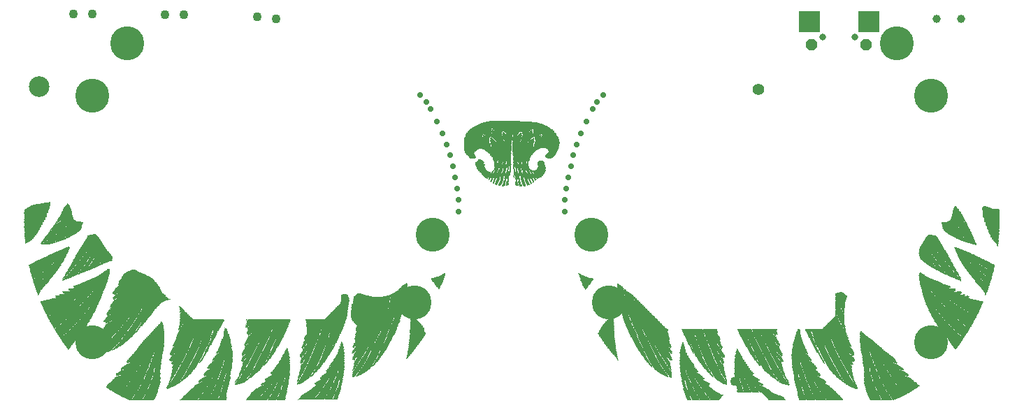
<source format=gbr>
G04 EAGLE Gerber RS-274X export*
G75*
%MOMM*%
%FSLAX34Y34*%
%LPD*%
%INSoldermask Bottom*%
%IPPOS*%
%AMOC8*
5,1,8,0,0,1.08239X$1,22.5*%
G01*
%ADD10C,0.701600*%
%ADD11C,4.117600*%
%ADD12C,0.801600*%
%ADD13R,2.514600X2.514600*%
%ADD14P,1.525737X8X22.500000*%
%ADD15P,1.525737X8X202.500000*%
%ADD16C,1.001600*%
%ADD17C,1.101600*%
%ADD18C,2.501600*%
%ADD19C,1.401600*%
%ADD20R,0.127000X0.021338*%
%ADD21R,1.270000X0.021338*%
%ADD22R,1.397000X0.021338*%
%ADD23R,2.032000X0.021338*%
%ADD24R,1.186178X0.021338*%
%ADD25R,1.099822X0.021338*%
%ADD26R,0.805178X0.021338*%
%ADD27R,1.948178X0.021338*%
%ADD28R,0.952500X0.021338*%
%ADD29R,1.186181X0.021338*%
%ADD30R,0.909319X0.021338*%
%ADD31R,0.551181X0.021338*%
%ADD32R,0.741681X0.021338*%
%ADD33R,2.118359X0.021338*%
%ADD34R,1.353819X0.021338*%
%ADD35R,1.290319X0.021338*%
%ADD36R,0.190500X0.021338*%
%ADD37R,0.213359X0.021081*%
%ADD38R,1.249678X0.021081*%
%ADD39R,1.397000X0.021081*%
%ADD40R,2.032000X0.021081*%
%ADD41R,1.186181X0.021081*%
%ADD42R,1.099819X0.021081*%
%ADD43R,0.805178X0.021081*%
%ADD44R,1.948181X0.021081*%
%ADD45R,0.995681X0.021081*%
%ADD46R,1.183641X0.021081*%
%ADD47R,0.889000X0.021081*%
%ADD48R,0.551181X0.021081*%
%ADD49R,0.040641X0.021081*%
%ADD50R,1.059178X0.021081*%
%ADD51R,0.993141X0.021081*%
%ADD52R,2.603500X0.021081*%
%ADD53R,0.952500X0.021081*%
%ADD54R,1.102359X0.021081*%
%ADD55R,2.095500X0.021081*%
%ADD56R,1.353822X0.021081*%
%ADD57R,1.270000X0.021081*%
%ADD58R,0.254000X0.021081*%
%ADD59R,1.272538X0.021081*%
%ADD60R,1.163322X0.021081*%
%ADD61R,0.784859X0.021081*%
%ADD62R,1.968500X0.021081*%
%ADD63R,1.036319X0.021081*%
%ADD64R,1.163319X0.021081*%
%ADD65R,0.911859X0.021081*%
%ADD66R,0.548641X0.021081*%
%ADD67R,0.424181X0.021081*%
%ADD68R,0.909319X0.021081*%
%ADD69R,1.821181X0.021081*%
%ADD70R,1.122678X0.021081*%
%ADD71R,0.317500X0.021081*%
%ADD72R,0.337822X0.021338*%
%ADD73R,1.249678X0.021338*%
%ADD74R,2.052322X0.021338*%
%ADD75R,1.163319X0.021338*%
%ADD76R,1.079500X0.021338*%
%ADD77R,0.805181X0.021338*%
%ADD78R,1.968500X0.021338*%
%ADD79R,1.165859X0.021338*%
%ADD80R,0.889000X0.021338*%
%ADD81R,0.548641X0.021338*%
%ADD82R,0.571500X0.021338*%
%ADD83R,0.909322X0.021338*%
%ADD84R,1.821178X0.021338*%
%ADD85R,1.036319X0.021338*%
%ADD86R,0.995681X0.021338*%
%ADD87R,2.583178X0.021338*%
%ADD88R,0.932181X0.021338*%
%ADD89R,1.099819X0.021338*%
%ADD90R,2.095500X0.021338*%
%ADD91R,1.356359X0.021338*%
%ADD92R,0.383538X0.021338*%
%ADD93R,0.401319X0.021081*%
%ADD94R,1.249681X0.021081*%
%ADD95R,1.376678X0.021081*%
%ADD96R,2.072641X0.021081*%
%ADD97R,1.186178X0.021081*%
%ADD98R,0.805181X0.021081*%
%ADD99R,1.122681X0.021081*%
%ADD100R,0.551178X0.021081*%
%ADD101R,0.571500X0.021081*%
%ADD102R,1.798319X0.021081*%
%ADD103R,1.016000X0.021081*%
%ADD104R,0.995678X0.021081*%
%ADD105R,1.206500X0.021081*%
%ADD106R,1.333500X0.021081*%
%ADD107R,0.932181X0.021081*%
%ADD108R,1.099822X0.021081*%
%ADD109R,1.356359X0.021081*%
%ADD110R,1.247141X0.021081*%
%ADD111R,0.467359X0.021081*%
%ADD112R,0.464819X0.021081*%
%ADD113R,1.226822X0.021081*%
%ADD114R,2.052319X0.021081*%
%ADD115R,1.165859X0.021081*%
%ADD116R,1.079500X0.021081*%
%ADD117R,0.782322X0.021081*%
%ADD118R,1.798322X0.021081*%
%ADD119R,0.972819X0.021081*%
%ADD120R,2.075181X0.021081*%
%ADD121R,1.353819X0.021081*%
%ADD122R,0.508000X0.021081*%
%ADD123R,0.528322X0.021338*%
%ADD124R,1.247141X0.021338*%
%ADD125R,1.376681X0.021338*%
%ADD126R,2.054859X0.021338*%
%ADD127R,1.163322X0.021338*%
%ADD128R,1.059178X0.021338*%
%ADD129R,0.782322X0.021338*%
%ADD130R,1.800859X0.021338*%
%ADD131R,0.995678X0.021338*%
%ADD132R,0.972822X0.021338*%
%ADD133R,1.206500X0.021338*%
%ADD134R,1.333500X0.021338*%
%ADD135R,0.932178X0.021338*%
%ADD136R,2.075178X0.021338*%
%ADD137R,1.374141X0.021338*%
%ADD138R,1.249681X0.021338*%
%ADD139R,0.614681X0.021081*%
%ADD140R,1.226819X0.021081*%
%ADD141R,1.376681X0.021081*%
%ADD142R,2.052322X0.021081*%
%ADD143R,0.802641X0.021081*%
%ADD144R,1.229359X0.021081*%
%ADD145R,1.143000X0.021081*%
%ADD146R,0.866141X0.021081*%
%ADD147R,0.972822X0.021081*%
%ADD148R,0.932178X0.021081*%
%ADD149R,0.655322X0.021081*%
%ADD150R,0.675641X0.021081*%
%ADD151R,1.059181X0.021081*%
%ADD152R,0.782319X0.021081*%
%ADD153R,1.988819X0.021081*%
%ADD154R,1.145538X0.021081*%
%ADD155R,1.778000X0.021081*%
%ADD156R,0.975359X0.021081*%
%ADD157R,0.721359X0.021081*%
%ADD158R,0.718819X0.021338*%
%ADD159R,1.229359X0.021338*%
%ADD160R,2.009141X0.021338*%
%ADD161R,2.011678X0.021338*%
%ADD162R,1.310641X0.021338*%
%ADD163R,1.143000X0.021338*%
%ADD164R,0.868678X0.021338*%
%ADD165R,0.551178X0.021338*%
%ADD166R,0.929641X0.021338*%
%ADD167R,1.059181X0.021338*%
%ADD168R,0.762000X0.021338*%
%ADD169R,2.011678X0.021081*%
%ADD170R,1.056641X0.021081*%
%ADD171R,0.825500X0.021081*%
%ADD172R,2.011681X0.021081*%
%ADD173R,1.313181X0.021081*%
%ADD174R,1.394463X0.021081*%
%ADD175R,0.845819X0.021081*%
%ADD176R,0.868681X0.021081*%
%ADD177R,0.528319X0.021081*%
%ADD178R,0.909322X0.021081*%
%ADD179R,1.313178X0.021081*%
%ADD180R,1.374141X0.021081*%
%ADD181R,1.226819X0.021338*%
%ADD182R,0.825500X0.021338*%
%ADD183R,1.417322X0.021338*%
%ADD184R,0.866141X0.021338*%
%ADD185R,0.868681X0.021338*%
%ADD186R,1.755141X0.021338*%
%ADD187R,0.911859X0.021338*%
%ADD188R,1.460500X0.021081*%
%ADD189R,0.528322X0.021081*%
%ADD190R,1.757681X0.021081*%
%ADD191R,0.929641X0.021081*%
%ADD192R,1.290322X0.021081*%
%ADD193R,1.036322X0.021081*%
%ADD194R,1.991359X0.021081*%
%ADD195R,1.120141X0.021081*%
%ADD196R,1.038859X0.021081*%
%ADD197R,0.845822X0.021081*%
%ADD198R,1.501141X0.021081*%
%ADD199R,0.868678X0.021081*%
%ADD200R,1.292859X0.021081*%
%ADD201R,1.417322X0.021081*%
%ADD202R,1.353822X0.021338*%
%ADD203R,1.988822X0.021338*%
%ADD204R,1.036322X0.021338*%
%ADD205R,0.845822X0.021338*%
%ADD206R,1.544322X0.021338*%
%ADD207R,1.122681X0.021338*%
%ADD208R,0.848359X0.021338*%
%ADD209R,0.530859X0.021338*%
%ADD210R,1.778000X0.021338*%
%ADD211R,1.122678X0.021338*%
%ADD212R,1.419859X0.021338*%
%ADD213R,1.567181X0.021081*%
%ADD214R,1.755141X0.021081*%
%ADD215R,1.209037X0.021081*%
%ADD216R,1.203963X0.021081*%
%ADD217R,1.607819X0.021081*%
%ADD218R,0.591819X0.021081*%
%ADD219R,1.653538X0.021338*%
%ADD220R,0.508000X0.021338*%
%ADD221R,1.102359X0.021338*%
%ADD222R,0.845819X0.021338*%
%ADD223R,1.988819X0.021338*%
%ADD224R,1.313181X0.021338*%
%ADD225R,1.694181X0.021081*%
%ADD226R,0.487681X0.021081*%
%ADD227R,1.310641X0.021081*%
%ADD228R,1.988822X0.021081*%
%ADD229R,1.925319X0.021081*%
%ADD230R,1.734819X0.021081*%
%ADD231R,1.437641X0.021081*%
%ADD232R,1.440181X0.021338*%
%ADD233R,1.945641X0.021338*%
%ADD234R,1.016000X0.021338*%
%ADD235R,1.925322X0.021338*%
%ADD236R,0.444500X0.021338*%
%ADD237R,1.757681X0.021338*%
%ADD238R,1.313178X0.021338*%
%ADD239R,1.120141X0.021338*%
%ADD240R,1.480822X0.021338*%
%ADD241R,1.948178X0.021081*%
%ADD242R,1.905000X0.021081*%
%ADD243R,1.800859X0.021081*%
%ADD244R,0.464822X0.021081*%
%ADD245R,1.546859X0.021081*%
%ADD246R,1.564641X0.021081*%
%ADD247R,1.882141X0.021081*%
%ADD248R,1.841500X0.021081*%
%ADD249R,0.444500X0.021081*%
%ADD250R,1.945641X0.021081*%
%ADD251R,1.607822X0.021338*%
%ADD252R,1.183641X0.021338*%
%ADD253R,1.864359X0.021338*%
%ADD254R,1.882141X0.021338*%
%ADD255R,0.464819X0.021338*%
%ADD256R,1.651000X0.021338*%
%ADD257R,1.671322X0.021081*%
%ADD258R,1.651000X0.021081*%
%ADD259R,0.487678X0.021081*%
%ADD260R,0.848359X0.021081*%
%ADD261R,1.927859X0.021081*%
%ADD262R,1.714500X0.021081*%
%ADD263R,1.628141X0.021081*%
%ADD264R,0.104141X0.021081*%
%ADD265R,1.780538X0.021081*%
%ADD266R,1.757678X0.021081*%
%ADD267R,1.734819X0.021338*%
%ADD268R,1.376678X0.021338*%
%ADD269R,1.905000X0.021338*%
%ADD270R,0.993141X0.021338*%
%ADD271R,1.610359X0.021338*%
%ADD272R,0.022859X0.021338*%
%ADD273R,1.734822X0.021338*%
%ADD274R,0.487681X0.021338*%
%ADD275R,0.464822X0.021338*%
%ADD276R,0.782319X0.021338*%
%ADD277R,1.737359X0.021338*%
%ADD278R,0.020322X0.021338*%
%ADD279R,1.737359X0.021081*%
%ADD280R,1.884681X0.021081*%
%ADD281R,0.762000X0.021081*%
%ADD282R,1.607822X0.021081*%
%ADD283R,0.086359X0.021081*%
%ADD284R,0.106678X0.021081*%
%ADD285R,1.587500X0.021081*%
%ADD286R,1.691641X0.021081*%
%ADD287R,0.485141X0.021081*%
%ADD288R,0.147319X0.021081*%
%ADD289R,0.170181X0.021338*%
%ADD290R,1.884678X0.021338*%
%ADD291R,0.975359X0.021338*%
%ADD292R,1.567178X0.021338*%
%ADD293R,1.691641X0.021338*%
%ADD294R,0.487678X0.021338*%
%ADD295R,1.056641X0.021338*%
%ADD296R,1.714500X0.021338*%
%ADD297R,0.210822X0.021338*%
%ADD298R,0.231141X0.021081*%
%ADD299R,1.864359X0.021081*%
%ADD300R,1.884678X0.021081*%
%ADD301R,0.274319X0.021081*%
%ADD302R,1.861822X0.021081*%
%ADD303R,0.741678X0.021081*%
%ADD304R,0.297181X0.021081*%
%ADD305R,0.340359X0.021338*%
%ADD306R,1.711963X0.021338*%
%ADD307R,1.140463X0.021338*%
%ADD308R,1.861819X0.021338*%
%ADD309R,0.741678X0.021338*%
%ADD310R,1.630678X0.021338*%
%ADD311R,0.467359X0.021338*%
%ADD312R,0.485141X0.021338*%
%ADD313R,1.673859X0.021338*%
%ADD314R,1.884681X0.021338*%
%ADD315R,1.336037X0.021338*%
%ADD316R,0.360678X0.021338*%
%ADD317R,0.381000X0.021081*%
%ADD318R,1.610359X0.021081*%
%ADD319R,0.421641X0.021081*%
%ADD320R,0.741681X0.021081*%
%ADD321R,1.861819X0.021081*%
%ADD322R,1.717037X0.021081*%
%ADD323R,1.861822X0.021338*%
%ADD324R,1.587500X0.021338*%
%ADD325R,1.630681X0.021338*%
%ADD326R,1.544319X0.021081*%
%ADD327R,1.440178X0.021081*%
%ADD328R,1.694178X0.021081*%
%ADD329R,0.739141X0.021081*%
%ADD330R,1.290319X0.021081*%
%ADD331R,0.635000X0.021081*%
%ADD332R,0.655319X0.021338*%
%ADD333R,1.694181X0.021338*%
%ADD334R,1.844037X0.021338*%
%ADD335R,0.739141X0.021338*%
%ADD336R,1.524000X0.021338*%
%ADD337R,1.038859X0.021338*%
%ADD338R,0.784859X0.021338*%
%ADD339R,1.564641X0.021338*%
%ADD340R,1.460500X0.021338*%
%ADD341R,1.841500X0.021338*%
%ADD342R,0.698500X0.021338*%
%ADD343R,1.480819X0.021081*%
%ADD344R,1.524000X0.021081*%
%ADD345R,1.818641X0.021081*%
%ADD346R,1.694178X0.021338*%
%ADD347R,1.292859X0.021338*%
%ADD348R,1.818641X0.021338*%
%ADD349R,1.503678X0.021338*%
%ADD350R,0.802641X0.021338*%
%ADD351R,1.821181X0.021338*%
%ADD352R,1.821178X0.021081*%
%ADD353R,1.440181X0.021081*%
%ADD354R,1.483359X0.021081*%
%ADD355R,1.290322X0.021338*%
%ADD356R,1.798322X0.021338*%
%ADD357R,0.891538X0.021338*%
%ADD358R,1.671319X0.021081*%
%ADD359R,1.673859X0.021081*%
%ADD360R,0.718822X0.021081*%
%ADD361R,1.671322X0.021338*%
%ADD362R,1.757678X0.021338*%
%ADD363R,1.734822X0.021081*%
%ADD364R,0.718819X0.021081*%
%ADD365R,1.330963X0.021081*%
%ADD366R,1.272538X0.021338*%
%ADD367R,0.972819X0.021338*%
%ADD368R,1.671319X0.021338*%
%ADD369R,0.424178X0.021081*%
%ADD370R,1.419859X0.021081*%
%ADD371R,1.437641X0.021338*%
%ADD372R,0.721359X0.021338*%
%ADD373R,0.718822X0.021338*%
%ADD374R,1.483359X0.021338*%
%ADD375R,1.503678X0.021081*%
%ADD376R,0.764538X0.021081*%
%ADD377R,1.076963X0.021081*%
%ADD378R,0.698500X0.021081*%
%ADD379R,1.567178X0.021081*%
%ADD380R,0.424181X0.021338*%
%ADD381R,1.628141X0.021338*%
%ADD382R,0.424178X0.021338*%
%ADD383R,1.630678X0.021081*%
%ADD384R,0.695963X0.021081*%
%ADD385R,0.678181X0.021081*%
%ADD386R,0.403859X0.021081*%
%ADD387R,0.149859X0.021338*%
%ADD388R,0.678181X0.021338*%
%ADD389R,0.403859X0.021338*%
%ADD390R,0.401322X0.021338*%
%ADD391R,0.233678X0.021081*%
%ADD392R,1.630681X0.021081*%
%ADD393R,0.401322X0.021081*%
%ADD394R,0.678178X0.021081*%
%ADD395R,2.009141X0.021081*%
%ADD396R,0.358141X0.021338*%
%ADD397R,0.675641X0.021338*%
%ADD398R,0.678178X0.021338*%
%ADD399R,1.607819X0.021338*%
%ADD400R,2.075178X0.021081*%
%ADD401R,2.115819X0.021081*%
%ADD402R,2.118359X0.021081*%
%ADD403R,0.337819X0.021081*%
%ADD404R,2.138678X0.021081*%
%ADD405R,2.159000X0.021338*%
%ADD406R,0.106678X0.021338*%
%ADD407R,0.360681X0.021338*%
%ADD408R,0.886463X0.021338*%
%ADD409R,0.401319X0.021338*%
%ADD410R,1.226822X0.021338*%
%ADD411R,2.199641X0.021338*%
%ADD412R,2.222500X0.021081*%
%ADD413R,1.013463X0.021081*%
%ADD414R,0.127000X0.021081*%
%ADD415R,2.245359X0.021081*%
%ADD416R,2.265678X0.021081*%
%ADD417R,0.594359X0.021081*%
%ADD418R,0.360681X0.021081*%
%ADD419R,2.265681X0.021081*%
%ADD420R,2.286000X0.021338*%
%ADD421R,0.635000X0.021338*%
%ADD422R,0.657859X0.021338*%
%ADD423R,0.655322X0.021338*%
%ADD424R,0.381000X0.021338*%
%ADD425R,0.106681X0.021338*%
%ADD426R,2.329178X0.021338*%
%ADD427R,2.349500X0.021081*%
%ADD428R,1.544322X0.021081*%
%ADD429R,0.591822X0.021081*%
%ADD430R,2.369822X0.021081*%
%ADD431R,2.390141X0.021081*%
%ADD432R,0.657859X0.021081*%
%ADD433R,0.614678X0.021081*%
%ADD434R,2.392681X0.021081*%
%ADD435R,2.433319X0.021338*%
%ADD436R,1.544319X0.021338*%
%ADD437R,2.372359X0.021338*%
%ADD438R,2.476500X0.021081*%
%ADD439R,2.369819X0.021081*%
%ADD440R,2.519681X0.021081*%
%ADD441R,1.503681X0.021081*%
%ADD442R,0.655319X0.021081*%
%ADD443R,2.580641X0.021338*%
%ADD444R,1.203963X0.021338*%
%ADD445R,0.822963X0.021338*%
%ADD446R,2.369822X0.021338*%
%ADD447R,0.701037X0.021081*%
%ADD448R,2.372359X0.021081*%
%ADD449R,2.646678X0.021081*%
%ADD450R,2.667000X0.021338*%
%ADD451R,0.591822X0.021338*%
%ADD452R,0.612141X0.021338*%
%ADD453R,2.646681X0.021081*%
%ADD454R,0.083822X0.021081*%
%ADD455R,0.612141X0.021081*%
%ADD456R,2.644141X0.021081*%
%ADD457R,0.190500X0.021081*%
%ADD458R,0.358141X0.021081*%
%ADD459R,2.646678X0.021338*%
%ADD460R,1.567181X0.021338*%
%ADD461R,0.320038X0.021338*%
%ADD462R,0.591819X0.021338*%
%ADD463R,0.040641X0.021338*%
%ADD464R,2.369819X0.021338*%
%ADD465R,2.626359X0.021081*%
%ADD466R,0.568963X0.021081*%
%ADD467R,0.210822X0.021081*%
%ADD468R,0.383538X0.021081*%
%ADD469R,0.149859X0.021081*%
%ADD470R,2.623822X0.021081*%
%ADD471R,0.447038X0.021081*%
%ADD472R,0.043178X0.021081*%
%ADD473R,0.360678X0.021081*%
%ADD474R,2.603500X0.021338*%
%ADD475R,1.546859X0.021338*%
%ADD476R,0.083819X0.021338*%
%ADD477R,0.614681X0.021338*%
%ADD478R,0.020319X0.021338*%
%ADD479R,0.147322X0.021338*%
%ADD480R,2.349500X0.021338*%
%ADD481R,0.020322X0.021081*%
%ADD482R,0.276859X0.021081*%
%ADD483R,2.583178X0.021081*%
%ADD484R,0.530859X0.021081*%
%ADD485R,0.083819X0.021081*%
%ADD486R,2.329178X0.021081*%
%ADD487R,2.583181X0.021338*%
%ADD488R,0.594359X0.021338*%
%ADD489R,0.528319X0.021338*%
%ADD490R,0.297178X0.021338*%
%ADD491R,0.614678X0.021338*%
%ADD492R,0.147319X0.021338*%
%ADD493R,2.580641X0.021081*%
%ADD494R,2.560319X0.021081*%
%ADD495R,2.329181X0.021081*%
%ADD496R,2.562859X0.021338*%
%ADD497R,0.317500X0.021338*%
%ADD498R,2.326641X0.021338*%
%ADD499R,2.560322X0.021081*%
%ADD500R,0.337822X0.021081*%
%ADD501R,2.326641X0.021081*%
%ADD502R,2.540000X0.021081*%
%ADD503R,2.306322X0.021081*%
%ADD504R,2.540000X0.021338*%
%ADD505R,0.104141X0.021338*%
%ADD506R,2.308859X0.021338*%
%ADD507R,0.106681X0.021081*%
%ADD508R,2.286000X0.021081*%
%ADD509R,2.283463X0.021081*%
%ADD510R,2.519681X0.021338*%
%ADD511R,0.167641X0.021338*%
%ADD512R,0.337819X0.021338*%
%ADD513R,2.263141X0.021338*%
%ADD514R,2.517141X0.021081*%
%ADD515R,0.020319X0.021081*%
%ADD516R,0.063500X0.021081*%
%ADD517R,2.435859X0.021081*%
%ADD518R,0.340359X0.021081*%
%ADD519R,2.392678X0.021338*%
%ADD520R,1.501141X0.021338*%
%ADD521R,0.043181X0.021338*%
%ADD522R,1.417319X0.021338*%
%ADD523R,0.043178X0.021338*%
%ADD524R,0.213359X0.021338*%
%ADD525R,1.503681X0.021338*%
%ADD526R,2.242819X0.021338*%
%ADD527R,2.242822X0.021081*%
%ADD528R,0.210819X0.021081*%
%ADD529R,0.043181X0.021081*%
%ADD530R,1.417319X0.021081*%
%ADD531R,0.063500X0.021338*%
%ADD532R,0.421641X0.021338*%
%ADD533R,2.222500X0.021338*%
%ADD534R,0.637537X0.021081*%
%ADD535R,1.480822X0.021081*%
%ADD536R,1.480819X0.021338*%
%ADD537R,0.083822X0.021338*%
%ADD538R,0.066037X0.021338*%
%ADD539R,2.179322X0.021338*%
%ADD540R,2.181859X0.021081*%
%ADD541R,2.179319X0.021081*%
%ADD542R,1.463037X0.021338*%
%ADD543R,0.231141X0.021338*%
%ADD544R,0.086359X0.021338*%
%ADD545R,1.463037X0.021081*%
%ADD546R,0.170178X0.021081*%
%ADD547R,0.294641X0.021081*%
%ADD548R,2.161538X0.021081*%
%ADD549R,0.170181X0.021081*%
%ADD550R,0.233681X0.021081*%
%ADD551R,0.886463X0.021081*%
%ADD552R,0.147322X0.021081*%
%ADD553R,2.159000X0.021081*%
%ADD554R,0.254000X0.021338*%
%ADD555R,2.138681X0.021338*%
%ADD556R,0.274322X0.021081*%
%ADD557R,0.129537X0.021081*%
%ADD558R,0.167641X0.021081*%
%ADD559R,2.263141X0.021081*%
%ADD560R,0.297178X0.021081*%
%ADD561R,2.136141X0.021081*%
%ADD562R,2.242822X0.021338*%
%ADD563R,1.440178X0.021338*%
%ADD564R,0.297181X0.021338*%
%ADD565R,0.170178X0.021338*%
%ADD566R,2.115822X0.021338*%
%ADD567R,2.242819X0.021081*%
%ADD568R,2.115822X0.021081*%
%ADD569R,0.233678X0.021338*%
%ADD570R,0.210819X0.021338*%
%ADD571R,0.632463X0.021338*%
%ADD572R,2.202181X0.021081*%
%ADD573R,1.018538X0.021081*%
%ADD574R,2.098038X0.021081*%
%ADD575R,2.179322X0.021081*%
%ADD576R,2.179319X0.021338*%
%ADD577R,0.274319X0.021338*%
%ADD578R,0.274322X0.021338*%
%ADD579R,0.294641X0.021338*%
%ADD580R,0.233681X0.021338*%
%ADD581R,0.251463X0.021081*%
%ADD582R,0.251463X0.021338*%
%ADD583R,0.314963X0.021081*%
%ADD584R,2.453641X0.021081*%
%ADD585R,2.410462X0.021081*%
%ADD586R,0.441963X0.021338*%
%ADD587R,2.453641X0.021338*%
%ADD588R,1.399538X0.021338*%
%ADD589R,1.927859X0.021338*%
%ADD590R,2.346963X0.021081*%
%ADD591R,2.413000X0.021081*%
%ADD592R,0.256538X0.021338*%
%ADD593R,0.378463X0.021081*%
%ADD594R,2.138681X0.021081*%
%ADD595R,2.202178X0.021081*%
%ADD596R,2.202181X0.021338*%
%ADD597R,0.378463X0.021338*%
%ADD598R,1.925322X0.021081*%
%ADD599R,1.082037X0.021081*%
%ADD600R,2.052319X0.021338*%
%ADD601R,1.925319X0.021338*%
%ADD602R,0.828038X0.021081*%
%ADD603R,0.828038X0.021338*%
%ADD604R,2.245359X0.021338*%
%ADD605R,2.306319X0.021338*%
%ADD606R,2.306319X0.021081*%
%ADD607R,2.092963X0.021338*%
%ADD608R,1.798319X0.021338*%
%ADD609R,2.138678X0.021338*%
%ADD610R,1.267463X0.021081*%
%ADD611R,2.075181X0.021338*%
%ADD612R,0.764538X0.021338*%
%ADD613R,0.701037X0.021338*%
%ADD614R,2.136141X0.021338*%
%ADD615R,2.115819X0.021338*%
%ADD616R,0.759463X0.021081*%
%ADD617R,0.632463X0.021081*%
%ADD618R,0.949963X0.021338*%
%ADD619R,0.695963X0.021338*%
%ADD620R,1.991359X0.021338*%
%ADD621R,0.574037X0.021338*%
%ADD622R,0.574037X0.021081*%
%ADD623R,1.140463X0.021081*%
%ADD624R,0.193038X0.021081*%
%ADD625R,1.965963X0.021081*%
%ADD626R,1.948181X0.021338*%
%ADD627R,0.276859X0.021338*%
%ADD628R,1.902463X0.021338*%
%ADD629R,0.022859X0.021081*%
%ADD630R,1.394463X0.021338*%
%ADD631R,1.076963X0.021338*%
%ADD632R,0.510537X0.021081*%
%ADD633R,0.891538X0.021081*%
%ADD634R,1.653538X0.021081*%
%ADD635R,0.949963X0.021081*%
%ADD636R,0.505463X0.021338*%
%ADD637R,2.753359X0.021081*%
%ADD638R,2.730500X0.021081*%
%ADD639R,2.730500X0.021338*%
%ADD640R,2.834641X0.021338*%
%ADD641R,2.857500X0.021081*%
%ADD642R,2.837181X0.021081*%
%ADD643R,2.837181X0.021338*%
%ADD644R,2.837178X0.021081*%
%ADD645R,2.707641X0.021081*%
%ADD646R,2.710178X0.021338*%
%ADD647R,2.072641X0.021338*%
%ADD648R,0.510537X0.021338*%
%ADD649R,2.814319X0.021338*%
%ADD650R,2.710178X0.021081*%
%ADD651R,2.814322X0.021081*%
%ADD652R,2.710181X0.021081*%
%ADD653R,2.687322X0.021338*%
%ADD654R,2.413000X0.021338*%
%ADD655R,2.816859X0.021338*%
%ADD656R,2.667000X0.021081*%
%ADD657R,2.794000X0.021081*%
%ADD658R,2.687319X0.021081*%
%ADD659R,2.773681X0.021081*%
%ADD660R,2.390141X0.021338*%
%ADD661R,2.773678X0.021338*%
%ADD662R,0.320038X0.021081*%
%ADD663R,2.392678X0.021081*%
%ADD664R,2.773678X0.021081*%
%ADD665R,2.771141X0.021081*%
%ADD666R,2.626359X0.021338*%
%ADD667R,2.750822X0.021338*%
%ADD668R,2.710181X0.021338*%
%ADD669R,0.066037X0.021081*%
%ADD670R,2.265678X0.021338*%
%ADD671R,2.562859X0.021081*%
%ADD672R,2.199641X0.021081*%
%ADD673R,2.687322X0.021081*%
%ADD674R,2.542538X0.021081*%
%ADD675R,2.202178X0.021338*%
%ADD676R,2.476500X0.021338*%
%ADD677R,2.623819X0.021338*%
%ADD678R,2.433319X0.021081*%
%ADD679R,2.583181X0.021081*%
%ADD680R,2.329181X0.021338*%
%ADD681R,2.560322X0.021338*%
%ADD682R,2.519678X0.021338*%
%ADD683R,0.955038X0.021081*%
%ADD684R,2.496819X0.021081*%
%ADD685R,2.499359X0.021081*%
%ADD686R,2.479038X0.021338*%
%ADD687R,2.456178X0.021081*%
%ADD688R,2.456181X0.021081*%
%ADD689R,2.435859X0.021338*%
%ADD690R,2.054859X0.021081*%
%ADD691R,2.943859X0.021338*%
%ADD692R,2.921000X0.021081*%
%ADD693R,2.880359X0.021081*%
%ADD694R,3.345181X0.021081*%
%ADD695R,2.877822X0.021338*%
%ADD696R,1.965963X0.021338*%
%ADD697R,3.324859X0.021338*%
%ADD698R,3.302000X0.021081*%
%ADD699R,3.281681X0.021081*%
%ADD700R,2.794000X0.021338*%
%ADD701R,3.281681X0.021338*%
%ADD702R,3.258822X0.021081*%
%ADD703R,2.750822X0.021081*%
%ADD704R,3.258819X0.021081*%
%ADD705R,3.238500X0.021338*%
%ADD706R,3.218178X0.021081*%
%ADD707R,3.195319X0.021338*%
%ADD708R,3.175000X0.021081*%
%ADD709R,2.623819X0.021081*%
%ADD710R,0.060963X0.021081*%
%ADD711R,3.154678X0.021081*%
%ADD712R,0.060963X0.021338*%
%ADD713R,3.154678X0.021338*%
%ADD714R,3.152141X0.021081*%
%ADD715R,0.187963X0.021081*%
%ADD716R,3.131822X0.021081*%
%ADD717R,3.111500X0.021338*%
%ADD718R,3.111500X0.021081*%
%ADD719R,2.519678X0.021081*%
%ADD720R,3.088641X0.021081*%
%ADD721R,1.145538X0.021338*%
%ADD722R,3.068322X0.021338*%
%ADD723R,3.068322X0.021081*%
%ADD724R,3.070859X0.021081*%
%ADD725R,0.955038X0.021338*%
%ADD726R,3.048000X0.021338*%
%ADD727R,1.526538X0.021081*%
%ADD728R,3.027681X0.021081*%
%ADD729R,3.007359X0.021338*%
%ADD730R,2.984500X0.021081*%
%ADD731R,2.964181X0.021081*%
%ADD732R,2.265681X0.021338*%
%ADD733R,2.964178X0.021081*%
%ADD734R,2.941319X0.021081*%
%ADD735R,0.187963X0.021338*%
%ADD736R,2.921000X0.021338*%
%ADD737R,2.898141X0.021081*%
%ADD738R,2.877819X0.021081*%
%ADD739R,2.857500X0.021338*%
%ADD740R,0.822963X0.021081*%
%ADD741R,0.637537X0.021338*%
%ADD742R,2.433322X0.021081*%
%ADD743R,2.433322X0.021338*%
%ADD744R,2.623822X0.021338*%
%ADD745R,1.399538X0.021081*%
%ADD746R,2.456178X0.021338*%
%ADD747R,2.517141X0.021338*%
%ADD748R,2.496822X0.021081*%
%ADD749R,2.473963X0.021081*%
%ADD750R,2.456181X0.021338*%
%ADD751R,1.526538X0.021338*%
%ADD752R,2.499359X0.021338*%
%ADD753R,2.560319X0.021338*%
%ADD754R,2.600963X0.021081*%
%ADD755R,2.689859X0.021081*%
%ADD756R,2.689859X0.021338*%
%ADD757R,2.664462X0.021338*%
%ADD758R,1.209037X0.021338*%
%ADD759R,4.150359X0.021338*%
%ADD760R,2.727963X0.021338*%
%ADD761R,4.150359X0.021081*%
%ADD762R,2.727963X0.021081*%
%ADD763R,4.147822X0.021081*%
%ADD764R,4.147822X0.021338*%
%ADD765R,2.750819X0.021338*%
%ADD766R,2.750819X0.021081*%
%ADD767R,4.127500X0.021081*%
%ADD768R,4.147819X0.021338*%
%ADD769R,2.753359X0.021338*%
%ADD770R,4.147819X0.021081*%
%ADD771R,2.771141X0.021338*%
%ADD772R,4.127500X0.021338*%
%ADD773R,2.773681X0.021338*%
%ADD774R,2.816859X0.021081*%
%ADD775R,2.814319X0.021081*%
%ADD776R,2.814322X0.021338*%
%ADD777R,2.834641X0.021081*%
%ADD778R,4.104641X0.021081*%
%ADD779R,4.107178X0.021081*%
%ADD780R,2.877822X0.021081*%
%ADD781R,4.086859X0.021081*%
%ADD782R,2.900681X0.021081*%
%ADD783R,4.107181X0.021338*%
%ADD784R,2.900678X0.021338*%
%ADD785R,2.900681X0.021338*%
%ADD786R,4.084322X0.021081*%
%ADD787R,2.900678X0.021081*%
%ADD788R,4.107181X0.021081*%
%ADD789R,4.064000X0.021081*%
%ADD790R,2.941322X0.021081*%
%ADD791R,4.084319X0.021338*%
%ADD792R,2.941322X0.021338*%
%ADD793R,4.086859X0.021338*%
%ADD794R,0.124463X0.021338*%
%ADD795R,2.943859X0.021081*%
%ADD796R,4.084319X0.021081*%
%ADD797R,4.041141X0.021081*%
%ADD798R,4.043678X0.021338*%
%ADD799R,2.964178X0.021338*%
%ADD800R,4.043678X0.021081*%
%ADD801R,3.048000X0.021081*%
%ADD802R,2.987038X0.021081*%
%ADD803R,4.023359X0.021081*%
%ADD804R,1.584963X0.021338*%
%ADD805R,4.020822X0.021338*%
%ADD806R,2.941319X0.021338*%
%ADD807R,3.088641X0.021338*%
%ADD808R,3.027681X0.021338*%
%ADD809R,4.020822X0.021081*%
%ADD810R,3.068319X0.021081*%
%ADD811R,4.043681X0.021081*%
%ADD812R,4.020819X0.021081*%
%ADD813R,3.091178X0.021081*%
%ADD814R,4.000500X0.021338*%
%ADD815R,2.984500X0.021338*%
%ADD816R,3.131822X0.021338*%
%ADD817R,4.020819X0.021338*%
%ADD818R,3.850641X0.021081*%
%ADD819R,3.134359X0.021081*%
%ADD820R,3.131819X0.021338*%
%ADD821R,2.964181X0.021338*%
%ADD822R,3.832859X0.021081*%
%ADD823R,3.131819X0.021081*%
%ADD824R,3.810000X0.021081*%
%ADD825R,4.000500X0.021081*%
%ADD826R,3.810000X0.021338*%
%ADD827R,3.152141X0.021338*%
%ADD828R,3.025141X0.021338*%
%ADD829R,3.789681X0.021081*%
%ADD830R,3.025141X0.021081*%
%ADD831R,3.787141X0.021081*%
%ADD832R,3.154681X0.021081*%
%ADD833R,3.766819X0.021338*%
%ADD834R,4.064000X0.021338*%
%ADD835R,3.027678X0.021338*%
%ADD836R,3.746500X0.021081*%
%ADD837R,4.719319X0.021081*%
%ADD838R,4.699000X0.021081*%
%ADD839R,1.838963X0.021081*%
%ADD840R,3.726178X0.021338*%
%ADD841R,4.041141X0.021338*%
%ADD842R,2.961641X0.021338*%
%ADD843R,4.699000X0.021338*%
%ADD844R,3.726181X0.021081*%
%ADD845R,3.703322X0.021081*%
%ADD846R,2.181859X0.021338*%
%ADD847R,3.703319X0.021338*%
%ADD848R,4.043681X0.021338*%
%ADD849R,4.678681X0.021338*%
%ADD850R,3.683000X0.021081*%
%ADD851R,4.678678X0.021081*%
%ADD852R,3.662678X0.021338*%
%ADD853R,4.084322X0.021338*%
%ADD854R,4.658359X0.021338*%
%ADD855R,3.662681X0.021081*%
%ADD856R,3.639822X0.021081*%
%ADD857R,5.143500X0.021081*%
%ADD858R,4.678681X0.021081*%
%ADD859R,3.639819X0.021338*%
%ADD860R,5.143500X0.021338*%
%ADD861R,3.619500X0.021081*%
%ADD862R,3.596641X0.021081*%
%ADD863R,1.457963X0.021081*%
%ADD864R,3.599178X0.021338*%
%ADD865R,5.166359X0.021338*%
%ADD866R,4.676141X0.021338*%
%ADD867R,3.578859X0.021081*%
%ADD868R,3.576322X0.021081*%
%ADD869R,4.191000X0.021081*%
%ADD870R,3.556000X0.021338*%
%ADD871R,4.191000X0.021338*%
%ADD872R,4.572000X0.021338*%
%ADD873R,5.163819X0.021338*%
%ADD874R,4.678678X0.021338*%
%ADD875R,1.717037X0.021338*%
%ADD876R,3.556000X0.021081*%
%ADD877R,4.213859X0.021081*%
%ADD878R,4.572000X0.021081*%
%ADD879R,4.655819X0.021081*%
%ADD880R,3.533141X0.021081*%
%ADD881R,4.254500X0.021081*%
%ADD882R,4.676141X0.021081*%
%ADD883R,3.535678X0.021338*%
%ADD884R,4.274819X0.021338*%
%ADD885R,4.612641X0.021338*%
%ADD886R,5.163822X0.021338*%
%ADD887R,4.655822X0.021338*%
%ADD888R,3.515359X0.021081*%
%ADD889R,4.338322X0.021081*%
%ADD890R,4.612641X0.021081*%
%ADD891R,3.512822X0.021081*%
%ADD892R,4.358641X0.021081*%
%ADD893R,4.635500X0.021081*%
%ADD894R,5.166359X0.021081*%
%ADD895R,3.492500X0.021338*%
%ADD896R,4.381500X0.021338*%
%ADD897R,4.635500X0.021338*%
%ADD898R,4.655819X0.021338*%
%ADD899R,3.472181X0.021081*%
%ADD900R,4.424681X0.021081*%
%ADD901R,3.469641X0.021081*%
%ADD902R,4.445000X0.021081*%
%ADD903R,5.163819X0.021081*%
%ADD904R,4.655822X0.021081*%
%ADD905R,3.449319X0.021338*%
%ADD906R,4.485641X0.021338*%
%ADD907R,3.429000X0.021081*%
%ADD908R,4.508500X0.021081*%
%ADD909R,4.528822X0.021081*%
%ADD910R,5.163822X0.021081*%
%ADD911R,3.408678X0.021338*%
%ADD912R,4.549141X0.021338*%
%ADD913R,3.388359X0.021081*%
%ADD914R,5.186681X0.021081*%
%ADD915R,3.385822X0.021081*%
%ADD916R,4.615181X0.021081*%
%ADD917R,4.721859X0.021081*%
%ADD918R,3.365500X0.021338*%
%ADD919R,4.721859X0.021338*%
%ADD920R,3.365500X0.021081*%
%ADD921R,4.658359X0.021081*%
%ADD922R,4.742181X0.021081*%
%ADD923R,5.186678X0.021081*%
%ADD924R,3.342641X0.021081*%
%ADD925R,3.322319X0.021338*%
%ADD926R,4.762500X0.021338*%
%ADD927R,5.186678X0.021338*%
%ADD928R,3.324859X0.021081*%
%ADD929R,4.739641X0.021081*%
%ADD930R,4.762500X0.021081*%
%ADD931R,5.184141X0.021081*%
%ADD932R,3.302000X0.021338*%
%ADD933R,4.803141X0.021338*%
%ADD934R,5.184141X0.021338*%
%ADD935R,4.805681X0.021081*%
%ADD936R,4.803141X0.021081*%
%ADD937R,5.207000X0.021081*%
%ADD938R,3.258819X0.021338*%
%ADD939R,4.826000X0.021338*%
%ADD940R,5.186681X0.021338*%
%ADD941R,1.330963X0.021338*%
%ADD942R,3.238500X0.021081*%
%ADD943R,4.869178X0.021081*%
%ADD944R,4.826000X0.021081*%
%ADD945R,3.218178X0.021338*%
%ADD946R,4.909822X0.021338*%
%ADD947R,4.848859X0.021338*%
%ADD948R,3.197859X0.021081*%
%ADD949R,4.909822X0.021081*%
%ADD950R,3.195322X0.021081*%
%ADD951R,4.953000X0.021081*%
%ADD952R,5.120641X0.021081*%
%ADD953R,3.175000X0.021338*%
%ADD954R,4.953000X0.021338*%
%ADD955R,4.975859X0.021081*%
%ADD956R,5.016500X0.021081*%
%ADD957R,0.759463X0.021338*%
%ADD958R,5.016500X0.021338*%
%ADD959R,5.036822X0.021081*%
%ADD960R,5.057141X0.021081*%
%ADD961R,5.057141X0.021338*%
%ADD962R,3.091181X0.021081*%
%ADD963R,5.080000X0.021081*%
%ADD964R,5.102859X0.021081*%
%ADD965R,3.068319X0.021338*%
%ADD966R,5.123178X0.021338*%
%ADD967R,5.123178X0.021081*%
%ADD968R,3.004822X0.021081*%
%ADD969R,2.496822X0.021338*%
%ADD970R,3.004819X0.021338*%
%ADD971R,5.227319X0.021338*%
%ADD972R,2.496819X0.021338*%
%ADD973R,5.250178X0.021081*%
%ADD974R,5.270500X0.021338*%
%ADD975R,5.290822X0.021081*%
%ADD976R,5.313681X0.021081*%
%ADD977R,5.313681X0.021338*%
%ADD978R,3.578859X0.021338*%
%ADD979R,5.354319X0.021081*%
%ADD980R,3.535678X0.021081*%
%ADD981R,3.492500X0.021081*%
%ADD982R,2.392681X0.021338*%
%ADD983R,0.129537X0.021338*%
%ADD984R,5.354319X0.021338*%
%ADD985R,3.469641X0.021338*%
%ADD986R,5.374641X0.021081*%
%ADD987R,5.397500X0.021081*%
%ADD988R,3.408681X0.021081*%
%ADD989R,5.397500X0.021338*%
%ADD990R,3.406141X0.021338*%
%ADD991R,5.417819X0.021081*%
%ADD992R,2.352038X0.021081*%
%ADD993R,2.308859X0.021081*%
%ADD994R,6.179819X0.021338*%
%ADD995R,3.322322X0.021338*%
%ADD996R,6.200141X0.021081*%
%ADD997R,3.281678X0.021081*%
%ADD998R,6.200141X0.021338*%
%ADD999R,3.535681X0.021081*%
%ADD1000R,6.223000X0.021081*%
%ADD1001R,3.218181X0.021081*%
%ADD1002R,6.223000X0.021338*%
%ADD1003R,6.243319X0.021081*%
%ADD1004R,6.243319X0.021338*%
%ADD1005R,6.243322X0.021081*%
%ADD1006R,3.873500X0.021081*%
%ADD1007R,6.243322X0.021338*%
%ADD1008R,3.893819X0.021338*%
%ADD1009R,3.896359X0.021081*%
%ADD1010R,6.266181X0.021338*%
%ADD1011R,3.896359X0.021338*%
%ADD1012R,6.245859X0.021081*%
%ADD1013R,2.092963X0.021081*%
%ADD1014R,3.322322X0.021081*%
%ADD1015R,6.245859X0.021338*%
%ADD1016R,3.873500X0.021338*%
%ADD1017R,6.266178X0.021081*%
%ADD1018R,3.279141X0.021081*%
%ADD1019R,6.266178X0.021338*%
%ADD1020R,3.853181X0.021338*%
%ADD1021R,4.422141X0.021081*%
%ADD1022R,3.830319X0.021081*%
%ADD1023R,4.422141X0.021338*%
%ADD1024R,3.830322X0.021338*%
%ADD1025R,1.648463X0.021338*%
%ADD1026R,3.830322X0.021081*%
%ADD1027R,4.445000X0.021338*%
%ADD1028R,1.336037X0.021081*%
%ADD1029R,4.465319X0.021338*%
%ADD1030R,3.807463X0.021338*%
%ADD1031R,4.465319X0.021081*%
%ADD1032R,3.789681X0.021338*%
%ADD1033R,4.485641X0.021081*%
%ADD1034R,4.465322X0.021081*%
%ADD1035R,4.465322X0.021338*%
%ADD1036R,3.766822X0.021338*%
%ADD1037R,4.488181X0.021081*%
%ADD1038R,4.488181X0.021338*%
%ADD1039R,3.619500X0.021338*%
%ADD1040R,3.576319X0.021081*%
%ADD1041R,2.473963X0.021338*%
%ADD1042R,4.488178X0.021338*%
%ADD1043R,3.489963X0.021338*%
%ADD1044R,4.488178X0.021081*%
%ADD1045R,4.508500X0.021338*%
%ADD1046R,3.429000X0.021338*%
%ADD1047R,3.408678X0.021081*%
%ADD1048R,3.406141X0.021081*%
%ADD1049R,3.451859X0.021081*%
%ADD1050R,3.937000X0.021081*%
%ADD1051R,3.957319X0.021338*%
%ADD1052R,2.837178X0.021338*%
%ADD1053R,3.004822X0.021338*%
%ADD1054R,3.939538X0.021338*%
%ADD1055R,4.467859X0.021081*%
%ADD1056R,5.842000X0.021081*%
%ADD1057R,3.004819X0.021081*%
%ADD1058R,1.971037X0.021338*%
%ADD1059R,5.842000X0.021338*%
%ADD1060R,3.091178X0.021338*%
%ADD1061R,5.862322X0.021081*%
%ADD1062R,3.195319X0.021081*%
%ADD1063R,5.864859X0.021081*%
%ADD1064R,5.864859X0.021338*%
%ADD1065R,3.218181X0.021338*%
%ADD1066R,5.882641X0.021081*%
%ADD1067R,5.885181X0.021081*%
%ADD1068R,3.342641X0.021338*%
%ADD1069R,5.905500X0.021338*%
%ADD1070R,5.905500X0.021081*%
%ADD1071R,3.472178X0.021338*%
%ADD1072R,3.472181X0.021338*%
%ADD1073R,3.512819X0.021081*%
%ADD1074R,1.844037X0.021081*%
%ADD1075R,5.948681X0.021081*%
%ADD1076R,5.948678X0.021081*%
%ADD1077R,3.596641X0.021338*%
%ADD1078R,5.969000X0.021338*%
%ADD1079R,3.576319X0.021338*%
%ADD1080R,5.969000X0.021081*%
%ADD1081R,3.599178X0.021081*%
%ADD1082R,6.012181X0.021081*%
%ADD1083R,3.662678X0.021081*%
%ADD1084R,3.705859X0.021338*%
%ADD1085R,6.032500X0.021338*%
%ADD1086R,1.838963X0.021338*%
%ADD1087R,3.683000X0.021338*%
%ADD1088R,6.032500X0.021081*%
%ADD1089R,3.642359X0.021081*%
%ADD1090R,6.052822X0.021081*%
%ADD1091R,6.096000X0.021338*%
%ADD1092R,6.116322X0.021081*%
%ADD1093R,3.660141X0.021081*%
%ADD1094R,6.136641X0.021081*%
%ADD1095R,3.533141X0.021338*%
%ADD1096R,3.449322X0.021081*%
%ADD1097R,3.215641X0.021081*%
%ADD1098R,6.266181X0.021081*%
%ADD1099R,3.134359X0.021338*%
%ADD1100R,6.309359X0.021338*%
%ADD1101R,6.350000X0.021081*%
%ADD1102R,3.027678X0.021081*%
%ADD1103R,6.390641X0.021081*%
%ADD1104R,6.477000X0.021338*%
%ADD1105R,6.624322X0.021081*%
%ADD1106R,6.583678X0.021081*%
%ADD1107R,6.370319X0.021081*%
%ADD1108R,0.124463X0.021081*%
%ADD1109R,3.853181X0.021081*%
%ADD1110R,6.286500X0.021081*%
%ADD1111R,4.467859X0.021338*%
%ADD1112R,6.159500X0.021081*%
%ADD1113R,3.893819X0.021081*%
%ADD1114R,6.073141X0.021081*%
%ADD1115R,3.723641X0.021338*%
%ADD1116R,3.726181X0.021338*%
%ADD1117R,3.769359X0.021081*%
%ADD1118R,5.991859X0.021081*%
%ADD1119R,5.925822X0.021081*%
%ADD1120R,3.703319X0.021081*%
%ADD1121R,3.850641X0.021338*%
%ADD1122R,4.424678X0.021338*%
%ADD1123R,5.882641X0.021338*%
%ADD1124R,3.746500X0.021338*%
%ADD1125R,4.424678X0.021081*%
%ADD1126R,3.916681X0.021081*%
%ADD1127R,3.937000X0.021338*%
%ADD1128R,6.390641X0.021338*%
%ADD1129R,3.853178X0.021338*%
%ADD1130R,3.959859X0.021081*%
%ADD1131R,6.327141X0.021081*%
%ADD1132R,3.916678X0.021081*%
%ADD1133R,3.980181X0.021338*%
%ADD1134R,6.286500X0.021338*%
%ADD1135R,6.179822X0.021338*%
%ADD1136R,6.139178X0.021081*%
%ADD1137R,6.116319X0.021081*%
%ADD1138R,6.055359X0.021338*%
%ADD1139R,3.512819X0.021338*%
%ADD1140R,3.599181X0.021081*%
%ADD1141R,5.946141X0.021081*%
%ADD1142R,3.642359X0.021338*%
%ADD1143R,5.925822X0.021338*%
%ADD1144R,5.862319X0.021081*%
%ADD1145R,5.821681X0.021081*%
%ADD1146R,3.070859X0.021338*%
%ADD1147R,5.735319X0.021338*%
%ADD1148R,5.694681X0.021081*%
%ADD1149R,5.651500X0.021081*%
%ADD1150R,5.588000X0.021338*%
%ADD1151R,3.091181X0.021338*%
%ADD1152R,3.241038X0.021081*%
%ADD1153R,5.524500X0.021081*%
%ADD1154R,5.461000X0.021081*%
%ADD1155R,5.440678X0.021338*%
%ADD1156R,5.417822X0.021081*%
%ADD1157R,5.989319X0.021081*%
%ADD1158R,3.449319X0.021081*%
%ADD1159R,3.535681X0.021338*%
%ADD1160R,5.819141X0.021081*%
%ADD1161R,5.778500X0.021338*%
%ADD1162R,3.558538X0.021338*%
%ADD1163R,5.758181X0.021081*%
%ADD1164R,5.735322X0.021081*%
%ADD1165R,5.735322X0.021338*%
%ADD1166R,5.715000X0.021081*%
%ADD1167R,5.694681X0.021338*%
%ADD1168R,2.854963X0.021081*%
%ADD1169R,5.628641X0.021081*%
%ADD1170R,5.628641X0.021338*%
%ADD1171R,5.608322X0.021081*%
%ADD1172R,5.567678X0.021081*%
%ADD1173R,5.567678X0.021338*%
%ADD1174R,5.504181X0.021081*%
%ADD1175R,4.107178X0.021338*%
%ADD1176R,5.461000X0.021338*%
%ADD1177R,4.297678X0.021338*%
%ADD1178R,5.438141X0.021081*%
%ADD1179R,4.318000X0.021081*%
%ADD1180R,3.980178X0.021081*%
%ADD1181R,4.295141X0.021081*%
%ADD1182R,4.274822X0.021338*%
%ADD1183R,5.356859X0.021081*%
%ADD1184R,4.211322X0.021081*%
%ADD1185R,5.334000X0.021081*%
%ADD1186R,5.290822X0.021338*%
%ADD1187R,5.270500X0.021081*%
%ADD1188R,5.227319X0.021081*%
%ADD1189R,5.120641X0.021338*%
%ADD1190R,3.789678X0.021081*%
%ADD1191R,5.039359X0.021081*%
%ADD1192R,3.812538X0.021338*%
%ADD1193R,4.993641X0.021081*%
%ADD1194R,3.812538X0.021081*%
%ADD1195R,4.932678X0.021338*%
%ADD1196R,4.889500X0.021081*%
%ADD1197R,4.846322X0.021081*%
%ADD1198R,4.823463X0.021338*%
%ADD1199R,4.551681X0.021338*%
%ADD1200R,4.381500X0.021081*%
%ADD1201R,4.696462X0.021338*%
%ADD1202R,2.687319X0.021338*%
%ADD1203R,4.615178X0.021081*%
%ADD1204R,4.592319X0.021081*%
%ADD1205R,4.592319X0.021338*%
%ADD1206R,4.318000X0.021338*%
%ADD1207R,4.277359X0.021081*%
%ADD1208R,4.211319X0.021338*%
%ADD1209R,2.306322X0.021338*%
%ADD1210R,3.489963X0.021081*%
%ADD1211R,0.193038X0.021338*%
%ADD1212R,2.961641X0.021081*%
%ADD1213R,2.791463X0.021081*%
%ADD1214R,1.082037X0.021338*%
%ADD1215R,0.441963X0.021081*%
%ADD1216R,0.505463X0.021081*%
%ADD1217R,1.013463X0.021338*%
%ADD1218R,2.225038X0.021081*%
%ADD1219R,1.711963X0.021081*%
%ADD1220R,2.733038X0.021338*%
%ADD1221R,3.449322X0.021338*%
%ADD1222R,3.261359X0.021338*%
%ADD1223R,3.007359X0.021081*%
%ADD1224R,2.987038X0.021338*%
%ADD1225R,2.644141X0.021338*%
%ADD1226R,1.907538X0.021081*%
%ADD1227R,2.011681X0.021338*%
%ADD1228R,3.045463X0.021081*%
%ADD1229R,2.854963X0.021338*%
%ADD1230R,2.646681X0.021338*%
%ADD1231R,2.880359X0.021338*%
%ADD1232R,0.256538X0.021081*%
%ADD1233R,0.314963X0.021338*%
%ADD1234R,3.345181X0.021338*%
%ADD1235R,3.345178X0.021081*%
%ADD1236R,3.385819X0.021081*%
%ADD1237R,2.537463X0.021338*%
%ADD1238R,2.537463X0.021081*%
%ADD1239R,3.197859X0.021338*%
%ADD1240R,3.261359X0.021081*%
%ADD1241R,3.195322X0.021338*%
%ADD1242R,5.674359X0.021081*%
%ADD1243R,5.674359X0.021338*%
%ADD1244R,5.715000X0.021338*%
%ADD1245R,5.651500X0.021338*%
%ADD1246R,5.671819X0.021081*%
%ADD1247R,5.735319X0.021081*%
%ADD1248R,3.108963X0.021081*%
%ADD1249R,3.108963X0.021338*%
%ADD1250R,3.215641X0.021338*%
%ADD1251R,2.542538X0.021338*%
%ADD1252R,2.288537X0.021081*%
%ADD1253R,2.479038X0.021081*%
%ADD1254R,4.231641X0.021081*%
%ADD1255R,2.898141X0.021338*%
%ADD1256R,4.234178X0.021081*%
%ADD1257R,4.254500X0.021338*%
%ADD1258R,4.274822X0.021081*%
%ADD1259R,4.338319X0.021338*%
%ADD1260R,4.378963X0.021081*%
%ADD1261R,6.985000X0.021081*%
%ADD1262R,6.985000X0.021338*%
%ADD1263R,6.964678X0.021081*%
%ADD1264R,9.461500X0.021081*%
%ADD1265R,9.398000X0.021081*%
%ADD1266R,9.334500X0.021338*%
%ADD1267R,9.291322X0.021081*%
%ADD1268R,9.207500X0.021081*%
%ADD1269R,9.123678X0.021338*%
%ADD1270R,9.039859X0.021081*%
%ADD1271R,8.953500X0.021081*%
%ADD1272R,8.869681X0.021338*%
%ADD1273R,8.783319X0.021081*%
%ADD1274R,8.699500X0.021081*%
%ADD1275R,8.615681X0.021338*%
%ADD1276R,8.552178X0.021081*%
%ADD1277R,8.465822X0.021081*%
%ADD1278R,8.382000X0.021338*%
%ADD1279R,8.295641X0.021081*%
%ADD1280R,8.211822X0.021081*%
%ADD1281R,8.128000X0.021338*%
%ADD1282R,8.044178X0.021081*%
%ADD1283R,7.957822X0.021081*%
%ADD1284R,7.851141X0.021338*%
%ADD1285R,7.790181X0.021081*%
%ADD1286R,7.703819X0.021081*%
%ADD1287R,7.579359X0.021338*%
%ADD1288R,7.472681X0.021081*%
%ADD1289R,7.366000X0.021081*%
%ADD1290R,7.261859X0.021338*%
%ADD1291R,7.155181X0.021081*%
%ADD1292R,7.048500X0.021081*%
%ADD1293R,6.944359X0.021338*%
%ADD1294R,6.797038X0.021081*%
%ADD1295R,6.647178X0.021081*%
%ADD1296R,6.499859X0.021338*%
%ADD1297R,6.306819X0.021081*%
%ADD1298R,5.631178X0.021338*%
%ADD1299R,1.186175X0.021338*%
%ADD1300R,0.805175X0.021338*%
%ADD1301R,1.948175X0.021338*%
%ADD1302R,2.118356X0.021338*%
%ADD1303R,0.213356X0.021081*%
%ADD1304R,1.249675X0.021081*%
%ADD1305R,0.805175X0.021081*%
%ADD1306R,1.183638X0.021081*%
%ADD1307R,0.040638X0.021081*%
%ADD1308R,1.059175X0.021081*%
%ADD1309R,0.993138X0.021081*%
%ADD1310R,1.102356X0.021081*%
%ADD1311R,0.784856X0.021081*%
%ADD1312R,0.911856X0.021081*%
%ADD1313R,0.548638X0.021081*%
%ADD1314R,1.122675X0.021081*%
%ADD1315R,1.249675X0.021338*%
%ADD1316R,1.165856X0.021338*%
%ADD1317R,0.548638X0.021338*%
%ADD1318R,1.821175X0.021338*%
%ADD1319R,2.583175X0.021338*%
%ADD1320R,1.356356X0.021338*%
%ADD1321R,1.376675X0.021081*%
%ADD1322R,2.072637X0.021081*%
%ADD1323R,1.186175X0.021081*%
%ADD1324R,0.551175X0.021081*%
%ADD1325R,0.995675X0.021081*%
%ADD1326R,1.356356X0.021081*%
%ADD1327R,1.247138X0.021081*%
%ADD1328R,0.467356X0.021081*%
%ADD1329R,1.165856X0.021081*%
%ADD1330R,1.247138X0.021338*%
%ADD1331R,2.054856X0.021338*%
%ADD1332R,1.059175X0.021338*%
%ADD1333R,1.800856X0.021338*%
%ADD1334R,0.995675X0.021338*%
%ADD1335R,0.932175X0.021338*%
%ADD1336R,2.075175X0.021338*%
%ADD1337R,1.374138X0.021338*%
%ADD1338R,0.802638X0.021081*%
%ADD1339R,1.229356X0.021081*%
%ADD1340R,0.866138X0.021081*%
%ADD1341R,0.932175X0.021081*%
%ADD1342R,0.675638X0.021081*%
%ADD1343R,0.975356X0.021081*%
%ADD1344R,0.721356X0.021081*%
%ADD1345R,1.229356X0.021338*%
%ADD1346R,2.009138X0.021338*%
%ADD1347R,2.011675X0.021338*%
%ADD1348R,1.310638X0.021338*%
%ADD1349R,0.868675X0.021338*%
%ADD1350R,0.551175X0.021338*%
%ADD1351R,0.929638X0.021338*%
%ADD1352R,2.011675X0.021081*%
%ADD1353R,1.056638X0.021081*%
%ADD1354R,1.313175X0.021081*%
%ADD1355R,1.374138X0.021081*%
%ADD1356R,0.866138X0.021338*%
%ADD1357R,1.755138X0.021338*%
%ADD1358R,0.911856X0.021338*%
%ADD1359R,0.929638X0.021081*%
%ADD1360R,1.991356X0.021081*%
%ADD1361R,1.120138X0.021081*%
%ADD1362R,1.038856X0.021081*%
%ADD1363R,1.501138X0.021081*%
%ADD1364R,0.868675X0.021081*%
%ADD1365R,1.292856X0.021081*%
%ADD1366R,0.848356X0.021338*%
%ADD1367R,0.530856X0.021338*%
%ADD1368R,1.122675X0.021338*%
%ADD1369R,1.419856X0.021338*%
%ADD1370R,1.755138X0.021081*%
%ADD1371R,1.102356X0.021338*%
%ADD1372R,1.310638X0.021081*%
%ADD1373R,1.437638X0.021081*%
%ADD1374R,1.945638X0.021338*%
%ADD1375R,1.313175X0.021338*%
%ADD1376R,1.120138X0.021338*%
%ADD1377R,1.948175X0.021081*%
%ADD1378R,1.800856X0.021081*%
%ADD1379R,1.546856X0.021081*%
%ADD1380R,1.564638X0.021081*%
%ADD1381R,1.882138X0.021081*%
%ADD1382R,1.945638X0.021081*%
%ADD1383R,1.183638X0.021338*%
%ADD1384R,1.864356X0.021338*%
%ADD1385R,1.882138X0.021338*%
%ADD1386R,0.487675X0.021081*%
%ADD1387R,0.848356X0.021081*%
%ADD1388R,1.927856X0.021081*%
%ADD1389R,1.628138X0.021081*%
%ADD1390R,0.104138X0.021081*%
%ADD1391R,1.757675X0.021081*%
%ADD1392R,1.376675X0.021338*%
%ADD1393R,0.993138X0.021338*%
%ADD1394R,1.610356X0.021338*%
%ADD1395R,0.022856X0.021338*%
%ADD1396R,1.737356X0.021338*%
%ADD1397R,1.737356X0.021081*%
%ADD1398R,0.086356X0.021081*%
%ADD1399R,0.106675X0.021081*%
%ADD1400R,1.691638X0.021081*%
%ADD1401R,0.485137X0.021081*%
%ADD1402R,1.884675X0.021338*%
%ADD1403R,0.975356X0.021338*%
%ADD1404R,1.567175X0.021338*%
%ADD1405R,1.691638X0.021338*%
%ADD1406R,0.487675X0.021338*%
%ADD1407R,1.056638X0.021338*%
%ADD1408R,0.231138X0.021081*%
%ADD1409R,1.864356X0.021081*%
%ADD1410R,1.884675X0.021081*%
%ADD1411R,0.741675X0.021081*%
%ADD1412R,0.340356X0.021338*%
%ADD1413R,0.741675X0.021338*%
%ADD1414R,1.630675X0.021338*%
%ADD1415R,0.467356X0.021338*%
%ADD1416R,0.485137X0.021338*%
%ADD1417R,1.673856X0.021338*%
%ADD1418R,0.360675X0.021338*%
%ADD1419R,1.610356X0.021081*%
%ADD1420R,0.421637X0.021081*%
%ADD1421R,1.440175X0.021081*%
%ADD1422R,1.694175X0.021081*%
%ADD1423R,0.739138X0.021081*%
%ADD1424R,0.739138X0.021338*%
%ADD1425R,1.038856X0.021338*%
%ADD1426R,0.784856X0.021338*%
%ADD1427R,1.564638X0.021338*%
%ADD1428R,1.818638X0.021081*%
%ADD1429R,1.694175X0.021338*%
%ADD1430R,1.292856X0.021338*%
%ADD1431R,1.818638X0.021338*%
%ADD1432R,1.503675X0.021338*%
%ADD1433R,0.802638X0.021338*%
%ADD1434R,1.821175X0.021081*%
%ADD1435R,1.483356X0.021081*%
%ADD1436R,1.673856X0.021081*%
%ADD1437R,1.757675X0.021338*%
%ADD1438R,0.424175X0.021081*%
%ADD1439R,1.419856X0.021081*%
%ADD1440R,1.437638X0.021338*%
%ADD1441R,0.721356X0.021338*%
%ADD1442R,1.483356X0.021338*%
%ADD1443R,1.503675X0.021081*%
%ADD1444R,1.567175X0.021081*%
%ADD1445R,1.628138X0.021338*%
%ADD1446R,0.424175X0.021338*%
%ADD1447R,1.630675X0.021081*%
%ADD1448R,0.403856X0.021081*%
%ADD1449R,0.149856X0.021338*%
%ADD1450R,0.403856X0.021338*%
%ADD1451R,0.233675X0.021081*%
%ADD1452R,0.678175X0.021081*%
%ADD1453R,2.009138X0.021081*%
%ADD1454R,0.358137X0.021338*%
%ADD1455R,0.675638X0.021338*%
%ADD1456R,0.678175X0.021338*%
%ADD1457R,2.075175X0.021081*%
%ADD1458R,2.118356X0.021081*%
%ADD1459R,2.138675X0.021081*%
%ADD1460R,0.106675X0.021338*%
%ADD1461R,2.199638X0.021338*%
%ADD1462R,2.245356X0.021081*%
%ADD1463R,2.265675X0.021081*%
%ADD1464R,0.594356X0.021081*%
%ADD1465R,0.657856X0.021338*%
%ADD1466R,2.329175X0.021338*%
%ADD1467R,2.390138X0.021081*%
%ADD1468R,0.657856X0.021081*%
%ADD1469R,0.614675X0.021081*%
%ADD1470R,2.372356X0.021338*%
%ADD1471R,2.580637X0.021338*%
%ADD1472R,2.372356X0.021081*%
%ADD1473R,2.646675X0.021081*%
%ADD1474R,0.612138X0.021338*%
%ADD1475R,0.612138X0.021081*%
%ADD1476R,2.644138X0.021081*%
%ADD1477R,0.358137X0.021081*%
%ADD1478R,2.646675X0.021338*%
%ADD1479R,0.040638X0.021338*%
%ADD1480R,2.626356X0.021081*%
%ADD1481R,0.149856X0.021081*%
%ADD1482R,0.043175X0.021081*%
%ADD1483R,0.360675X0.021081*%
%ADD1484R,1.546856X0.021338*%
%ADD1485R,0.276856X0.021081*%
%ADD1486R,2.583175X0.021081*%
%ADD1487R,0.530856X0.021081*%
%ADD1488R,2.329175X0.021081*%
%ADD1489R,0.594356X0.021338*%
%ADD1490R,0.297175X0.021338*%
%ADD1491R,0.614675X0.021338*%
%ADD1492R,2.580637X0.021081*%
%ADD1493R,2.562856X0.021338*%
%ADD1494R,2.326637X0.021338*%
%ADD1495R,2.326637X0.021081*%
%ADD1496R,0.104138X0.021338*%
%ADD1497R,2.308856X0.021338*%
%ADD1498R,0.167637X0.021338*%
%ADD1499R,2.263138X0.021338*%
%ADD1500R,2.517138X0.021081*%
%ADD1501R,2.435856X0.021081*%
%ADD1502R,0.340356X0.021081*%
%ADD1503R,2.392675X0.021338*%
%ADD1504R,1.501138X0.021338*%
%ADD1505R,0.043175X0.021338*%
%ADD1506R,0.213356X0.021338*%
%ADD1507R,0.421637X0.021338*%
%ADD1508R,2.181856X0.021081*%
%ADD1509R,0.231138X0.021338*%
%ADD1510R,0.086356X0.021338*%
%ADD1511R,0.170175X0.021081*%
%ADD1512R,0.294637X0.021081*%
%ADD1513R,0.167637X0.021081*%
%ADD1514R,2.263138X0.021081*%
%ADD1515R,0.297175X0.021081*%
%ADD1516R,2.136138X0.021081*%
%ADD1517R,1.440175X0.021338*%
%ADD1518R,0.170175X0.021338*%
%ADD1519R,0.233675X0.021338*%
%ADD1520R,0.294637X0.021338*%
%ADD1521R,2.453638X0.021081*%
%ADD1522R,2.453638X0.021338*%
%ADD1523R,1.927856X0.021338*%
%ADD1524R,2.202175X0.021081*%
%ADD1525R,2.245356X0.021338*%
%ADD1526R,2.138675X0.021338*%
%ADD1527R,2.136138X0.021338*%
%ADD1528R,1.991356X0.021338*%
%ADD1529R,0.276856X0.021338*%
%ADD1530R,0.022856X0.021081*%
%ADD1531R,2.753356X0.021081*%
%ADD1532R,2.834637X0.021338*%
%ADD1533R,2.837175X0.021081*%
%ADD1534R,2.707638X0.021081*%
%ADD1535R,2.710175X0.021338*%
%ADD1536R,2.072637X0.021338*%
%ADD1537R,2.710175X0.021081*%
%ADD1538R,2.816856X0.021338*%
%ADD1539R,2.390138X0.021338*%
%ADD1540R,2.773675X0.021338*%
%ADD1541R,2.392675X0.021081*%
%ADD1542R,2.773675X0.021081*%
%ADD1543R,2.771138X0.021081*%
%ADD1544R,2.626356X0.021338*%
%ADD1545R,2.265675X0.021338*%
%ADD1546R,2.562856X0.021081*%
%ADD1547R,2.199638X0.021081*%
%ADD1548R,2.202175X0.021338*%
%ADD1549R,2.519675X0.021338*%
%ADD1550R,2.499356X0.021081*%
%ADD1551R,2.456175X0.021081*%
%ADD1552R,2.435856X0.021338*%
%ADD1553R,2.054856X0.021081*%
%ADD1554R,2.943856X0.021338*%
%ADD1555R,2.880356X0.021081*%
%ADD1556R,2.877819X0.021338*%
%ADD1557R,3.324856X0.021338*%
%ADD1558R,3.218175X0.021081*%
%ADD1559R,3.154675X0.021081*%
%ADD1560R,3.154675X0.021338*%
%ADD1561R,3.152138X0.021081*%
%ADD1562R,2.519675X0.021081*%
%ADD1563R,3.088638X0.021081*%
%ADD1564R,3.070856X0.021081*%
%ADD1565R,3.007356X0.021338*%
%ADD1566R,2.964175X0.021081*%
%ADD1567R,2.898138X0.021081*%
%ADD1568R,2.456175X0.021338*%
%ADD1569R,2.517138X0.021338*%
%ADD1570R,2.499356X0.021338*%
%ADD1571R,2.689856X0.021081*%
%ADD1572R,2.689856X0.021338*%
%ADD1573R,4.150356X0.021338*%
%ADD1574R,4.150356X0.021081*%
%ADD1575R,2.753356X0.021338*%
%ADD1576R,2.771138X0.021338*%
%ADD1577R,2.816856X0.021081*%
%ADD1578R,2.834637X0.021081*%
%ADD1579R,4.104637X0.021081*%
%ADD1580R,4.107175X0.021081*%
%ADD1581R,4.086856X0.021081*%
%ADD1582R,2.900675X0.021338*%
%ADD1583R,2.900675X0.021081*%
%ADD1584R,4.086856X0.021338*%
%ADD1585R,2.943856X0.021081*%
%ADD1586R,4.041138X0.021081*%
%ADD1587R,4.043675X0.021338*%
%ADD1588R,2.964175X0.021338*%
%ADD1589R,4.043675X0.021081*%
%ADD1590R,4.023356X0.021081*%
%ADD1591R,3.088638X0.021338*%
%ADD1592R,3.091175X0.021081*%
%ADD1593R,3.850638X0.021081*%
%ADD1594R,3.134356X0.021081*%
%ADD1595R,3.832856X0.021081*%
%ADD1596R,3.152138X0.021338*%
%ADD1597R,3.025138X0.021338*%
%ADD1598R,3.025138X0.021081*%
%ADD1599R,3.787138X0.021081*%
%ADD1600R,3.027675X0.021338*%
%ADD1601R,3.726175X0.021338*%
%ADD1602R,4.041138X0.021338*%
%ADD1603R,2.961638X0.021338*%
%ADD1604R,2.181856X0.021338*%
%ADD1605R,4.678675X0.021081*%
%ADD1606R,3.662675X0.021338*%
%ADD1607R,4.658356X0.021338*%
%ADD1608R,3.639819X0.021081*%
%ADD1609R,3.596638X0.021081*%
%ADD1610R,3.599175X0.021338*%
%ADD1611R,5.166356X0.021338*%
%ADD1612R,4.676138X0.021338*%
%ADD1613R,3.578856X0.021081*%
%ADD1614R,4.678675X0.021338*%
%ADD1615R,4.213856X0.021081*%
%ADD1616R,3.533138X0.021081*%
%ADD1617R,4.676138X0.021081*%
%ADD1618R,3.535675X0.021338*%
%ADD1619R,4.612637X0.021338*%
%ADD1620R,3.515356X0.021081*%
%ADD1621R,4.338319X0.021081*%
%ADD1622R,4.612637X0.021081*%
%ADD1623R,4.358638X0.021081*%
%ADD1624R,5.166356X0.021081*%
%ADD1625R,3.469638X0.021081*%
%ADD1626R,4.485638X0.021338*%
%ADD1627R,4.528819X0.021081*%
%ADD1628R,3.408675X0.021338*%
%ADD1629R,4.549138X0.021338*%
%ADD1630R,3.388356X0.021081*%
%ADD1631R,4.721856X0.021081*%
%ADD1632R,4.721856X0.021338*%
%ADD1633R,4.658356X0.021081*%
%ADD1634R,5.186675X0.021081*%
%ADD1635R,3.342638X0.021081*%
%ADD1636R,5.186675X0.021338*%
%ADD1637R,3.324856X0.021081*%
%ADD1638R,4.739638X0.021081*%
%ADD1639R,5.184138X0.021081*%
%ADD1640R,4.803138X0.021338*%
%ADD1641R,5.184138X0.021338*%
%ADD1642R,4.803138X0.021081*%
%ADD1643R,4.869175X0.021081*%
%ADD1644R,3.218175X0.021338*%
%ADD1645R,4.909819X0.021338*%
%ADD1646R,4.848856X0.021338*%
%ADD1647R,3.197856X0.021081*%
%ADD1648R,4.909819X0.021081*%
%ADD1649R,5.120637X0.021081*%
%ADD1650R,4.975856X0.021081*%
%ADD1651R,5.036819X0.021081*%
%ADD1652R,5.057138X0.021081*%
%ADD1653R,5.057138X0.021338*%
%ADD1654R,5.102856X0.021081*%
%ADD1655R,5.123175X0.021338*%
%ADD1656R,5.123175X0.021081*%
%ADD1657R,5.250175X0.021081*%
%ADD1658R,5.290819X0.021081*%
%ADD1659R,3.578856X0.021338*%
%ADD1660R,3.535675X0.021081*%
%ADD1661R,3.469638X0.021338*%
%ADD1662R,5.374638X0.021081*%
%ADD1663R,3.406138X0.021338*%
%ADD1664R,2.308856X0.021081*%
%ADD1665R,6.200138X0.021081*%
%ADD1666R,3.281675X0.021081*%
%ADD1667R,6.200138X0.021338*%
%ADD1668R,3.896356X0.021081*%
%ADD1669R,3.896356X0.021338*%
%ADD1670R,6.245856X0.021081*%
%ADD1671R,3.322319X0.021081*%
%ADD1672R,6.245856X0.021338*%
%ADD1673R,6.266175X0.021081*%
%ADD1674R,3.279138X0.021081*%
%ADD1675R,6.266175X0.021338*%
%ADD1676R,4.422137X0.021081*%
%ADD1677R,4.422137X0.021338*%
%ADD1678R,3.830319X0.021338*%
%ADD1679R,4.485638X0.021081*%
%ADD1680R,4.488175X0.021338*%
%ADD1681R,4.488175X0.021081*%
%ADD1682R,3.408675X0.021081*%
%ADD1683R,3.406138X0.021081*%
%ADD1684R,3.451856X0.021081*%
%ADD1685R,2.837175X0.021338*%
%ADD1686R,4.467856X0.021081*%
%ADD1687R,3.091175X0.021338*%
%ADD1688R,5.864856X0.021081*%
%ADD1689R,5.864856X0.021338*%
%ADD1690R,5.882638X0.021081*%
%ADD1691R,3.342638X0.021338*%
%ADD1692R,3.472175X0.021338*%
%ADD1693R,5.948675X0.021081*%
%ADD1694R,3.596638X0.021338*%
%ADD1695R,3.599175X0.021081*%
%ADD1696R,3.662675X0.021081*%
%ADD1697R,3.705856X0.021338*%
%ADD1698R,3.642356X0.021081*%
%ADD1699R,6.052819X0.021081*%
%ADD1700R,3.660138X0.021081*%
%ADD1701R,6.136637X0.021081*%
%ADD1702R,3.533138X0.021338*%
%ADD1703R,3.215638X0.021081*%
%ADD1704R,3.134356X0.021338*%
%ADD1705R,6.309356X0.021338*%
%ADD1706R,3.027675X0.021081*%
%ADD1707R,6.390638X0.021081*%
%ADD1708R,6.624319X0.021081*%
%ADD1709R,6.583675X0.021081*%
%ADD1710R,4.467856X0.021338*%
%ADD1711R,6.073138X0.021081*%
%ADD1712R,3.723638X0.021338*%
%ADD1713R,3.769356X0.021081*%
%ADD1714R,5.991856X0.021081*%
%ADD1715R,5.925819X0.021081*%
%ADD1716R,3.850638X0.021338*%
%ADD1717R,4.424675X0.021338*%
%ADD1718R,5.882638X0.021338*%
%ADD1719R,4.424675X0.021081*%
%ADD1720R,6.390638X0.021338*%
%ADD1721R,3.853175X0.021338*%
%ADD1722R,3.959856X0.021081*%
%ADD1723R,6.327138X0.021081*%
%ADD1724R,3.916675X0.021081*%
%ADD1725R,6.139175X0.021081*%
%ADD1726R,6.055356X0.021338*%
%ADD1727R,5.946137X0.021081*%
%ADD1728R,3.642356X0.021338*%
%ADD1729R,5.925819X0.021338*%
%ADD1730R,3.070856X0.021338*%
%ADD1731R,5.440675X0.021338*%
%ADD1732R,5.819138X0.021081*%
%ADD1733R,5.628637X0.021081*%
%ADD1734R,5.628637X0.021338*%
%ADD1735R,5.608319X0.021081*%
%ADD1736R,5.567675X0.021081*%
%ADD1737R,5.567675X0.021338*%
%ADD1738R,4.107175X0.021338*%
%ADD1739R,4.297675X0.021338*%
%ADD1740R,5.438137X0.021081*%
%ADD1741R,3.980175X0.021081*%
%ADD1742R,4.295138X0.021081*%
%ADD1743R,5.356856X0.021081*%
%ADD1744R,4.211319X0.021081*%
%ADD1745R,5.290819X0.021338*%
%ADD1746R,5.120637X0.021338*%
%ADD1747R,3.789675X0.021081*%
%ADD1748R,5.039356X0.021081*%
%ADD1749R,4.993638X0.021081*%
%ADD1750R,4.932675X0.021338*%
%ADD1751R,4.846319X0.021081*%
%ADD1752R,4.615175X0.021081*%
%ADD1753R,4.277356X0.021081*%
%ADD1754R,2.961638X0.021081*%
%ADD1755R,3.261356X0.021338*%
%ADD1756R,3.007356X0.021081*%
%ADD1757R,2.644138X0.021338*%
%ADD1758R,2.880356X0.021338*%
%ADD1759R,3.345175X0.021081*%
%ADD1760R,3.197856X0.021338*%
%ADD1761R,3.261356X0.021081*%
%ADD1762R,5.674356X0.021081*%
%ADD1763R,5.674356X0.021338*%
%ADD1764R,3.215638X0.021338*%
%ADD1765R,4.231638X0.021081*%
%ADD1766R,2.898138X0.021338*%
%ADD1767R,4.234175X0.021081*%
%ADD1768R,4.274819X0.021081*%
%ADD1769R,6.964675X0.021081*%
%ADD1770R,9.291319X0.021081*%
%ADD1771R,9.123675X0.021338*%
%ADD1772R,9.039856X0.021081*%
%ADD1773R,8.552175X0.021081*%
%ADD1774R,8.465819X0.021081*%
%ADD1775R,8.295637X0.021081*%
%ADD1776R,8.211819X0.021081*%
%ADD1777R,8.044175X0.021081*%
%ADD1778R,7.957819X0.021081*%
%ADD1779R,7.851138X0.021338*%
%ADD1780R,7.579356X0.021338*%
%ADD1781R,7.261856X0.021338*%
%ADD1782R,6.944356X0.021338*%
%ADD1783R,6.647175X0.021081*%
%ADD1784R,6.499856X0.021338*%
%ADD1785R,5.631175X0.021338*%


D10*
X-110998Y90678D03*
X-98044Y73152D03*
X-90424Y58166D03*
X-64770Y-50800D03*
X-64770Y-36830D03*
X-68834Y-9398D03*
X-71628Y4064D03*
X-78740Y30480D03*
X-83820Y43688D03*
X-66040Y-22860D03*
X-74422Y17272D03*
X-103632Y82296D03*
X110744Y90678D03*
X97790Y73152D03*
X90170Y58166D03*
X64516Y-50800D03*
X64516Y-36830D03*
X68580Y-9398D03*
X71374Y4064D03*
X78486Y30480D03*
X83566Y43688D03*
X65786Y-22860D03*
X74168Y17272D03*
X103378Y82296D03*
D11*
X508000Y-209550D03*
X-508000Y-209550D03*
X-466090Y153035D03*
X466090Y153035D03*
D12*
X415580Y160655D03*
X376580Y160655D03*
D13*
X360080Y179655D03*
X432080Y179655D03*
D14*
X429080Y151655D03*
D15*
X363080Y151655D03*
D16*
X544167Y182925D03*
X514167Y182925D03*
D17*
X269518Y-256873D03*
X292518Y-256873D03*
D18*
X-572770Y100330D03*
D19*
X298290Y96930D03*
D17*
X-508405Y188420D03*
X-531405Y188420D03*
X-396902Y188182D03*
X-419902Y188182D03*
X-285238Y182689D03*
X-308066Y185492D03*
D11*
X-96012Y-78994D03*
X508000Y89535D03*
X-508000Y89535D03*
X96012Y-78994D03*
D20*
X462178Y-279400D03*
D21*
X454558Y-279400D03*
D22*
X440588Y-279400D03*
D23*
X391058Y-279400D03*
D24*
X374536Y-279400D03*
D25*
X362471Y-279400D03*
D26*
X352311Y-279400D03*
D27*
X321196Y-279400D03*
D28*
X245732Y-279400D03*
D29*
X233998Y-279400D03*
D30*
X222885Y-279400D03*
D31*
X214948Y-279400D03*
D32*
X-363855Y-279400D03*
D24*
X-374129Y-279400D03*
D33*
X-391058Y-279400D03*
D34*
X-440373Y-279400D03*
D35*
X-454025Y-279400D03*
D36*
X-462064Y-279400D03*
D37*
X462382Y-279188D03*
D38*
X454457Y-279188D03*
D39*
X440588Y-279188D03*
D40*
X390830Y-279188D03*
D41*
X374333Y-279188D03*
D42*
X362268Y-279188D03*
D43*
X352311Y-279188D03*
D44*
X320993Y-279188D03*
D45*
X245745Y-279188D03*
D46*
X233782Y-279188D03*
D47*
X222783Y-279188D03*
D48*
X214948Y-279188D03*
D49*
X-258343Y-279188D03*
D50*
X-279514Y-279188D03*
D51*
X-290411Y-279188D03*
D52*
X-309029Y-279188D03*
D53*
X-350939Y-279188D03*
D54*
X-361848Y-279188D03*
D46*
X-373913Y-279188D03*
D55*
X-390944Y-279188D03*
D56*
X-440169Y-279188D03*
D57*
X-453923Y-279188D03*
D58*
X-462178Y-279188D03*
X462585Y-278977D03*
D59*
X454343Y-278977D03*
D39*
X440360Y-278977D03*
D40*
X390830Y-278977D03*
D60*
X374218Y-278977D03*
D42*
X362268Y-278977D03*
D61*
X352209Y-278977D03*
D62*
X320891Y-278977D03*
D63*
X245745Y-278977D03*
D64*
X233680Y-278977D03*
D65*
X222669Y-278977D03*
D66*
X214732Y-278977D03*
D67*
X-214948Y-278977D03*
D68*
X-222250Y-278977D03*
D41*
X-233363Y-278977D03*
D69*
X-249238Y-278977D03*
D63*
X-279400Y-278977D03*
D45*
X-290195Y-278977D03*
D52*
X-308826Y-278977D03*
D53*
X-350939Y-278977D03*
D70*
X-361747Y-278977D03*
D41*
X-373698Y-278977D03*
D55*
X-390741Y-278977D03*
D56*
X-440169Y-278977D03*
D57*
X-453923Y-278977D03*
D71*
X-462496Y-278977D03*
D72*
X462801Y-278765D03*
D73*
X454228Y-278765D03*
D22*
X440360Y-278765D03*
D74*
X390728Y-278765D03*
D75*
X374015Y-278765D03*
D76*
X362166Y-278765D03*
D77*
X352108Y-278765D03*
D78*
X320662Y-278765D03*
D76*
X245732Y-278765D03*
D79*
X233464Y-278765D03*
D80*
X222555Y-278765D03*
D81*
X214732Y-278765D03*
D82*
X-214008Y-278765D03*
D83*
X-222047Y-278765D03*
D24*
X-233159Y-278765D03*
D84*
X-249034Y-278765D03*
D85*
X-279400Y-278765D03*
D86*
X-290195Y-278765D03*
D87*
X-308724Y-278765D03*
D88*
X-350838Y-278765D03*
D89*
X-361633Y-278765D03*
D29*
X-373698Y-278765D03*
D90*
X-390538Y-278765D03*
D91*
X-439953Y-278765D03*
D21*
X-453720Y-278765D03*
D92*
X-462598Y-278765D03*
D93*
X462915Y-278553D03*
D94*
X454025Y-278553D03*
D95*
X440258Y-278553D03*
D96*
X390627Y-278553D03*
D97*
X373901Y-278553D03*
D54*
X362052Y-278553D03*
D98*
X352108Y-278553D03*
D62*
X320459Y-278553D03*
D99*
X245745Y-278553D03*
D41*
X233363Y-278553D03*
D47*
X222352Y-278553D03*
D100*
X214516Y-278553D03*
D101*
X-214008Y-278553D03*
D47*
X-221945Y-278553D03*
D46*
X-232943Y-278553D03*
D102*
X-248920Y-278553D03*
D103*
X-279298Y-278553D03*
D104*
X-289992Y-278553D03*
D105*
X-301638Y-278553D03*
D106*
X-314744Y-278553D03*
D107*
X-350838Y-278553D03*
D108*
X-361429Y-278553D03*
D97*
X-373494Y-278553D03*
D55*
X-390309Y-278553D03*
D109*
X-439953Y-278553D03*
D110*
X-453606Y-278553D03*
D111*
X-462813Y-278553D03*
D112*
X463233Y-278342D03*
D113*
X453911Y-278342D03*
D95*
X440258Y-278342D03*
D114*
X390525Y-278342D03*
D115*
X373799Y-278342D03*
D116*
X361937Y-278342D03*
D117*
X351993Y-278342D03*
D62*
X320256Y-278342D03*
D64*
X245745Y-278342D03*
D60*
X233248Y-278342D03*
D47*
X222352Y-278342D03*
D101*
X214414Y-278342D03*
D66*
X-213893Y-278342D03*
D65*
X-221831Y-278342D03*
D60*
X-232842Y-278342D03*
D118*
X-248717Y-278342D03*
D103*
X-279298Y-278342D03*
D119*
X-289878Y-278342D03*
D105*
X-301409Y-278342D03*
D106*
X-314541Y-278342D03*
D107*
X-350838Y-278342D03*
D108*
X-361429Y-278342D03*
D64*
X-373380Y-278342D03*
D120*
X-390208Y-278342D03*
D121*
X-439738Y-278342D03*
D57*
X-453492Y-278342D03*
D122*
X-463017Y-278342D03*
D123*
X463347Y-278130D03*
D124*
X453809Y-278130D03*
D125*
X440055Y-278130D03*
D126*
X390309Y-278130D03*
D127*
X373583Y-278130D03*
D128*
X361836Y-278130D03*
D129*
X351993Y-278130D03*
D78*
X320027Y-278130D03*
D24*
X245859Y-278130D03*
D75*
X233045Y-278130D03*
D80*
X222148Y-278130D03*
D31*
X214313Y-278130D03*
D82*
X-213779Y-278130D03*
D80*
X-221717Y-278130D03*
D79*
X-232626Y-278130D03*
D130*
X-248501Y-278130D03*
D131*
X-279197Y-278130D03*
D132*
X-289674Y-278130D03*
D133*
X-301206Y-278130D03*
D134*
X-314338Y-278130D03*
D135*
X-350634Y-278130D03*
D76*
X-361328Y-278130D03*
D127*
X-373177Y-278130D03*
D136*
X-390004Y-278130D03*
D137*
X-439636Y-278130D03*
D138*
X-453390Y-278130D03*
D82*
X-463131Y-278130D03*
D139*
X463550Y-277918D03*
D140*
X453708Y-277918D03*
D141*
X440055Y-277918D03*
D142*
X390093Y-277918D03*
D60*
X373583Y-277918D03*
D116*
X361734Y-277918D03*
D143*
X351892Y-277918D03*
D62*
X319824Y-277918D03*
D144*
X245847Y-277918D03*
D145*
X232943Y-277918D03*
D146*
X222034Y-277918D03*
D101*
X214211Y-277918D03*
D48*
X-213678Y-277918D03*
D47*
X-221513Y-277918D03*
D64*
X-232410Y-277918D03*
D102*
X-248285Y-277918D03*
D104*
X-279197Y-277918D03*
D147*
X-289674Y-277918D03*
D97*
X-301104Y-277918D03*
D106*
X-314109Y-277918D03*
D148*
X-350634Y-277918D03*
D54*
X-361213Y-277918D03*
D41*
X-373063Y-277918D03*
D96*
X-389788Y-277918D03*
D56*
X-439534Y-277918D03*
D144*
X-453288Y-277918D03*
D149*
X-463347Y-277918D03*
D150*
X463652Y-277707D03*
D144*
X453492Y-277707D03*
D56*
X439941Y-277707D03*
D114*
X389890Y-277707D03*
D64*
X373380Y-277707D03*
D151*
X361633Y-277707D03*
D152*
X351790Y-277707D03*
D153*
X319723Y-277707D03*
D57*
X245847Y-277707D03*
D154*
X232728Y-277707D03*
D47*
X221920Y-277707D03*
D66*
X214097Y-277707D03*
D48*
X-213678Y-277707D03*
D47*
X-221513Y-277707D03*
D64*
X-232410Y-277707D03*
D155*
X-247980Y-277707D03*
D119*
X-279083Y-277707D03*
D156*
X-289458Y-277707D03*
D60*
X-300787Y-277707D03*
D106*
X-313906Y-277707D03*
D68*
X-350520Y-277707D03*
D116*
X-361099Y-277707D03*
D115*
X-372961Y-277707D03*
D120*
X-389573Y-277707D03*
D141*
X-439420Y-277707D03*
D140*
X-453073Y-277707D03*
D157*
X-463448Y-277707D03*
D158*
X463868Y-277495D03*
D159*
X453492Y-277495D03*
D137*
X439839Y-277495D03*
D160*
X389674Y-277495D03*
D79*
X373164Y-277495D03*
D76*
X361531Y-277495D03*
D26*
X351676Y-277495D03*
D161*
X319608Y-277495D03*
D162*
X245847Y-277495D03*
D163*
X232512Y-277495D03*
D164*
X221818Y-277495D03*
D82*
X213982Y-277495D03*
D165*
X-213474Y-277495D03*
D80*
X-221310Y-277495D03*
D127*
X-232207Y-277495D03*
D130*
X-247866Y-277495D03*
D28*
X-279184Y-277495D03*
X-289344Y-277495D03*
D79*
X-300571Y-277495D03*
D162*
X-313588Y-277495D03*
D166*
X-350418Y-277495D03*
D167*
X-360998Y-277495D03*
D75*
X-372745Y-277495D03*
D23*
X-389357Y-277495D03*
D137*
X-439204Y-277495D03*
D124*
X-452971Y-277495D03*
D168*
X-463652Y-277495D03*
D43*
X464071Y-277283D03*
D144*
X453288Y-277283D03*
D121*
X439738Y-277283D03*
D169*
X389458Y-277283D03*
D145*
X373050Y-277283D03*
D170*
X361417Y-277283D03*
D171*
X351574Y-277283D03*
D172*
X319405Y-277283D03*
D109*
X245847Y-277283D03*
D64*
X232410Y-277283D03*
D47*
X221717Y-277283D03*
D100*
X213881Y-277283D03*
X-213474Y-277283D03*
D146*
X-221196Y-277283D03*
D115*
X-231991Y-277283D03*
D102*
X-247650Y-277283D03*
D107*
X-279083Y-277283D03*
D53*
X-289141Y-277283D03*
D145*
X-300457Y-277283D03*
D173*
X-313373Y-277283D03*
D53*
X-350304Y-277283D03*
D116*
X-360896Y-277283D03*
D145*
X-372643Y-277283D03*
D40*
X-389153Y-277283D03*
D174*
X-439103Y-277283D03*
D113*
X-452869Y-277283D03*
D175*
X-463868Y-277283D03*
D176*
X464185Y-277072D03*
D144*
X453288Y-277072D03*
D95*
X439623Y-277072D03*
D172*
X389255Y-277072D03*
D60*
X372948Y-277072D03*
D170*
X361417Y-277072D03*
D98*
X351473Y-277072D03*
D40*
X319303Y-277072D03*
D39*
X245847Y-277072D03*
D145*
X232308Y-277072D03*
D176*
X221615Y-277072D03*
D101*
X213779Y-277072D03*
D177*
X-213360Y-277072D03*
D47*
X-221082Y-277072D03*
D145*
X-231877Y-277072D03*
D155*
X-247548Y-277072D03*
D178*
X-279197Y-277072D03*
D53*
X-289141Y-277072D03*
D145*
X-300253Y-277072D03*
D179*
X-313169Y-277072D03*
D53*
X-350101Y-277072D03*
D50*
X-360794Y-277072D03*
D60*
X-372542Y-277072D03*
D40*
X-388950Y-277072D03*
D180*
X-439001Y-277072D03*
D144*
X-452653Y-277072D03*
D178*
X-463982Y-277072D03*
D83*
X464388Y-276860D03*
D181*
X453073Y-276860D03*
D91*
X439522Y-276860D03*
D160*
X389039Y-276860D03*
D163*
X372847Y-276860D03*
D128*
X361201Y-276860D03*
D182*
X351371Y-276860D03*
D126*
X319189Y-276860D03*
D183*
X245948Y-276860D03*
D163*
X232080Y-276860D03*
D184*
X221399Y-276860D03*
D82*
X213576Y-276860D03*
D81*
X-213258Y-276860D03*
D185*
X-220980Y-276860D03*
D163*
X-231673Y-276860D03*
D186*
X-247231Y-276860D03*
D187*
X-278981Y-276860D03*
D28*
X-288938Y-276860D03*
D163*
X-300050Y-276860D03*
D35*
X-313055Y-276860D03*
D28*
X-350101Y-276860D03*
D128*
X-360794Y-276860D03*
D163*
X-372440Y-276860D03*
D160*
X-388836Y-276860D03*
D22*
X-438887Y-276860D03*
D159*
X-452653Y-276860D03*
D28*
X-464198Y-276860D03*
D119*
X464503Y-276648D03*
D105*
X452971Y-276648D03*
D141*
X439420Y-276648D03*
D153*
X388938Y-276648D03*
D145*
X372643Y-276648D03*
D50*
X361201Y-276648D03*
D171*
X351142Y-276648D03*
D120*
X319088Y-276648D03*
D188*
X245961Y-276648D03*
D70*
X231978Y-276648D03*
D146*
X221399Y-276648D03*
D101*
X213576Y-276648D03*
D189*
X-213157Y-276648D03*
D47*
X-220878Y-276648D03*
D145*
X-231673Y-276648D03*
D190*
X-247015Y-276648D03*
D65*
X-278981Y-276648D03*
D191*
X-288823Y-276648D03*
D145*
X-299822Y-276648D03*
D192*
X-312852Y-276648D03*
D53*
X-350101Y-276648D03*
D170*
X-360578Y-276648D03*
D145*
X-372212Y-276648D03*
D172*
X-388620Y-276648D03*
D39*
X-438683Y-276648D03*
D140*
X-452438Y-276648D03*
D103*
X-464287Y-276648D03*
D193*
X464617Y-276437D03*
D105*
X452742Y-276437D03*
D56*
X439306Y-276437D03*
D194*
X388722Y-276437D03*
D195*
X372529Y-276437D03*
D196*
X361099Y-276437D03*
D197*
X351041Y-276437D03*
D55*
X318986Y-276437D03*
D198*
X245961Y-276437D03*
D145*
X231877Y-276437D03*
D199*
X221183Y-276437D03*
D101*
X213347Y-276437D03*
D48*
X-213043Y-276437D03*
D199*
X-220777Y-276437D03*
D145*
X-231470Y-276437D03*
D155*
X-246913Y-276437D03*
D47*
X-278867Y-276437D03*
D53*
X-288709Y-276437D03*
D99*
X-299720Y-276437D03*
D200*
X-312636Y-276437D03*
D65*
X-350101Y-276437D03*
D170*
X-360578Y-276437D03*
D64*
X-372110Y-276437D03*
D169*
X-388417Y-276437D03*
D201*
X-438582Y-276437D03*
D105*
X-452336Y-276437D03*
D116*
X-464401Y-276437D03*
D25*
X464934Y-276225D03*
D133*
X452742Y-276225D03*
D202*
X439306Y-276225D03*
D203*
X388506Y-276225D03*
D163*
X372415Y-276225D03*
D204*
X360883Y-276225D03*
D205*
X351041Y-276225D03*
D126*
X318554Y-276225D03*
D206*
X245948Y-276225D03*
D207*
X231775Y-276225D03*
D208*
X221082Y-276225D03*
D82*
X213347Y-276225D03*
D209*
X-212941Y-276225D03*
D184*
X-220561Y-276225D03*
D163*
X-231242Y-276225D03*
D210*
X-246710Y-276225D03*
D80*
X-278867Y-276225D03*
D88*
X-288608Y-276225D03*
D211*
X-299517Y-276225D03*
D35*
X-312420Y-276225D03*
D80*
X-350215Y-276225D03*
D204*
X-360477Y-276225D03*
D163*
X-372008Y-276225D03*
D160*
X-388201Y-276225D03*
D212*
X-438366Y-276225D03*
D159*
X-452222Y-276225D03*
D163*
X-464718Y-276225D03*
D60*
X465023Y-276013D03*
D105*
X452539Y-276013D03*
D121*
X439103Y-276013D03*
D153*
X388303Y-276013D03*
D145*
X372212Y-276013D03*
D193*
X360883Y-276013D03*
D171*
X350939Y-276013D03*
D172*
X318135Y-276013D03*
D213*
X246063Y-276013D03*
D195*
X231559Y-276013D03*
D176*
X220980Y-276013D03*
D101*
X213144Y-276013D03*
D100*
X-212839Y-276013D03*
D146*
X-220561Y-276013D03*
D99*
X-231140Y-276013D03*
D214*
X-246596Y-276013D03*
D47*
X-278663Y-276013D03*
D148*
X-288404Y-276013D03*
D195*
X-299301Y-276013D03*
D192*
X-312217Y-276013D03*
D199*
X-350317Y-276013D03*
D196*
X-360261Y-276013D03*
D145*
X-371805Y-276013D03*
D172*
X-387985Y-276013D03*
D39*
X-438480Y-276013D03*
D215*
X-452120Y-276013D03*
D216*
X-464820Y-276013D03*
D140*
X465138Y-275802D03*
D41*
X452438Y-275802D03*
D121*
X439103Y-275802D03*
D62*
X388201Y-275802D03*
D99*
X372110Y-275802D03*
D103*
X360782Y-275802D03*
D171*
X350939Y-275802D03*
D153*
X317818Y-275802D03*
D217*
X246063Y-275802D03*
D70*
X231343Y-275802D03*
D197*
X220866Y-275802D03*
D218*
X213043Y-275802D03*
D177*
X-212725Y-275802D03*
D176*
X-220345Y-275802D03*
D70*
X-230937Y-275802D03*
D155*
X-246482Y-275802D03*
D47*
X-278663Y-275802D03*
D148*
X-288404Y-275802D03*
D108*
X-299199Y-275802D03*
D200*
X-312001Y-275802D03*
D175*
X-350203Y-275802D03*
D196*
X-360261Y-275802D03*
D145*
X-371577Y-275802D03*
D194*
X-387883Y-275802D03*
D180*
X-438366Y-275802D03*
D105*
X-451904Y-275802D03*
D57*
X-464922Y-275802D03*
D21*
X465353Y-275590D03*
D133*
X452336Y-275590D03*
D91*
X438887Y-275590D03*
D78*
X387972Y-275590D03*
D163*
X372008Y-275590D03*
D85*
X360680Y-275590D03*
D182*
X350939Y-275590D03*
D78*
X317487Y-275590D03*
D219*
X246063Y-275590D03*
D211*
X231343Y-275590D03*
D205*
X220866Y-275590D03*
D220*
X213258Y-275590D03*
D81*
X-212623Y-275590D03*
D185*
X-220345Y-275590D03*
D211*
X-230937Y-275590D03*
D210*
X-246278Y-275590D03*
D164*
X-278562Y-275590D03*
D30*
X-288290Y-275590D03*
D221*
X-298983Y-275590D03*
D35*
X-311785Y-275590D03*
D222*
X-350203Y-275590D03*
D85*
X-360045Y-275590D03*
D163*
X-371577Y-275590D03*
D223*
X-387668Y-275590D03*
D137*
X-438366Y-275590D03*
D133*
X-451904Y-275590D03*
D224*
X-465138Y-275590D03*
D106*
X465442Y-275378D03*
D97*
X452234Y-275378D03*
D56*
X438671Y-275378D03*
D62*
X387769Y-275378D03*
D195*
X371894Y-275378D03*
D103*
X360578Y-275378D03*
D98*
X350838Y-275378D03*
D44*
X317183Y-275378D03*
D225*
X246063Y-275378D03*
D99*
X231140Y-275378D03*
D175*
X220663Y-275378D03*
D226*
X213360Y-275378D03*
D66*
X-212623Y-275378D03*
D199*
X-220142Y-275378D03*
D195*
X-230721Y-275378D03*
D155*
X-246075Y-275378D03*
D199*
X-278562Y-275378D03*
D178*
X-288087Y-275378D03*
D42*
X-298768Y-275378D03*
D227*
X-311683Y-275378D03*
D171*
X-350304Y-275378D03*
D63*
X-360045Y-275378D03*
D145*
X-371373Y-275378D03*
D228*
X-387464Y-275378D03*
D56*
X-438264Y-275378D03*
D105*
X-451701Y-275378D03*
D180*
X-465239Y-275378D03*
D39*
X465557Y-275167D03*
D97*
X452006Y-275167D03*
D180*
X438569Y-275167D03*
D44*
X387668Y-275167D03*
D70*
X371678Y-275167D03*
D103*
X360578Y-275167D03*
D98*
X350838Y-275167D03*
D229*
X316865Y-275167D03*
D230*
X246063Y-275167D03*
D108*
X231026Y-275167D03*
D175*
X220663Y-275167D03*
D111*
X213462Y-275167D03*
D189*
X-212522Y-275167D03*
D175*
X-220028Y-275167D03*
D99*
X-230505Y-275167D03*
D214*
X-245961Y-275167D03*
D47*
X-278460Y-275167D03*
D178*
X-288087Y-275167D03*
D116*
X-298666Y-275167D03*
D173*
X-311468Y-275167D03*
D98*
X-350203Y-275167D03*
D103*
X-359943Y-275167D03*
D70*
X-371272Y-275167D03*
D62*
X-387363Y-275167D03*
D56*
X-438264Y-275167D03*
D97*
X-451599Y-275167D03*
D231*
X-465353Y-275167D03*
D232*
X465773Y-274955D03*
D133*
X451904Y-274955D03*
D34*
X438468Y-274955D03*
D233*
X387452Y-274955D03*
D221*
X371577Y-274955D03*
D234*
X360350Y-274955D03*
D77*
X350838Y-274955D03*
D235*
X316662Y-274955D03*
D186*
X246164Y-274955D03*
D89*
X230823Y-274955D03*
D208*
X220447Y-274955D03*
D236*
X213347Y-274955D03*
D220*
X-212623Y-274955D03*
D222*
X-220028Y-274955D03*
D221*
X-230403Y-274955D03*
D237*
X-245745Y-274955D03*
D184*
X-278346Y-274955D03*
D187*
X-287871Y-274955D03*
D76*
X-298463Y-274955D03*
D238*
X-311264Y-274955D03*
D77*
X-350203Y-274955D03*
D204*
X-359842Y-274955D03*
D239*
X-371056Y-274955D03*
D78*
X-387134Y-274955D03*
D137*
X-437934Y-274955D03*
D133*
X-451498Y-274955D03*
D240*
X-465569Y-274955D03*
D198*
X465874Y-274743D03*
D41*
X451803Y-274743D03*
D95*
X438353Y-274743D03*
D241*
X387236Y-274743D03*
D99*
X371475Y-274743D03*
D104*
X360248Y-274743D03*
D117*
X350723Y-274743D03*
D242*
X316332Y-274743D03*
D243*
X246164Y-274743D03*
D54*
X230607Y-274743D03*
D171*
X220332Y-274743D03*
D244*
X213246Y-274743D03*
D111*
X-212623Y-274743D03*
D197*
X-219824Y-274743D03*
D42*
X-230188Y-274743D03*
D155*
X-245643Y-274743D03*
D146*
X-278346Y-274743D03*
D47*
X-287757Y-274743D03*
D116*
X-298234Y-274743D03*
D106*
X-311163Y-274743D03*
D61*
X-350101Y-274743D03*
D103*
X-359740Y-274743D03*
D195*
X-371056Y-274743D03*
D241*
X-386829Y-274743D03*
D180*
X-437731Y-274743D03*
D46*
X-451383Y-274743D03*
D245*
X-465671Y-274743D03*
D246*
X465988Y-274532D03*
D60*
X451688Y-274532D03*
D109*
X438252Y-274532D03*
D44*
X387033Y-274532D03*
D108*
X371361Y-274532D03*
D103*
X360147Y-274532D03*
D117*
X350723Y-274532D03*
D247*
X316014Y-274532D03*
D248*
X246164Y-274532D03*
D54*
X230607Y-274532D03*
D197*
X220231Y-274532D03*
D249*
X213144Y-274532D03*
D111*
X-212623Y-274532D03*
D197*
X-219824Y-274532D03*
D42*
X-230188Y-274532D03*
D155*
X-245440Y-274532D03*
D197*
X-278244Y-274532D03*
D68*
X-287655Y-274532D03*
D151*
X-298133Y-274532D03*
D106*
X-310934Y-274532D03*
D43*
X-349999Y-274532D03*
D51*
X-359626Y-274532D03*
D99*
X-370840Y-274532D03*
D250*
X-386613Y-274532D03*
D180*
X-437731Y-274532D03*
D41*
X-451168Y-274532D03*
D217*
X-465773Y-274532D03*
D251*
X466204Y-274320D03*
D252*
X451587Y-274320D03*
D91*
X438252Y-274320D03*
D235*
X386918Y-274320D03*
D89*
X371158Y-274320D03*
D86*
X360045Y-274320D03*
D129*
X350723Y-274320D03*
D253*
X315697Y-274320D03*
D254*
X246164Y-274320D03*
D221*
X230403Y-274320D03*
D182*
X220129Y-274320D03*
D255*
X213043Y-274320D03*
D236*
X-212509Y-274320D03*
D208*
X-219608Y-274320D03*
D25*
X-229984Y-274320D03*
D186*
X-245326Y-274320D03*
D185*
X-278130Y-274320D03*
D80*
X-287553Y-274320D03*
D128*
X-297929Y-274320D03*
D134*
X-310731Y-274320D03*
D26*
X-349999Y-274320D03*
D234*
X-359512Y-274320D03*
D221*
X-370738Y-274320D03*
D235*
X-386512Y-274320D03*
D137*
X-437731Y-274320D03*
D29*
X-451168Y-274320D03*
D256*
X-465988Y-274320D03*
D257*
X466293Y-274108D03*
D64*
X451485Y-274108D03*
D141*
X438150Y-274108D03*
D229*
X386715Y-274108D03*
D70*
X371043Y-274108D03*
D45*
X360045Y-274108D03*
D152*
X350520Y-274108D03*
D258*
X314427Y-274108D03*
D242*
X246278Y-274108D03*
D116*
X230289Y-274108D03*
D171*
X220129Y-274108D03*
D259*
X212928Y-274108D03*
D112*
X-212408Y-274108D03*
D260*
X-219608Y-274108D03*
D54*
X-229768Y-274108D03*
D190*
X-245110Y-274108D03*
D260*
X-278028Y-274108D03*
D47*
X-287350Y-274108D03*
D116*
X-297828Y-274108D03*
D106*
X-310528Y-274108D03*
D152*
X-349885Y-274108D03*
D45*
X-359410Y-274108D03*
D70*
X-370637Y-274108D03*
D261*
X-386296Y-274108D03*
D141*
X-437515Y-274108D03*
D97*
X-450964Y-274108D03*
D262*
X-466103Y-274108D03*
X466509Y-273897D03*
D97*
X451371Y-273897D03*
D109*
X438048Y-273897D03*
D261*
X386499Y-273897D03*
D54*
X370942Y-273897D03*
D51*
X359829Y-273897D03*
D152*
X350520Y-273897D03*
D263*
X314109Y-273897D03*
D264*
X255054Y-273897D03*
D265*
X245428Y-273897D03*
D116*
X230086Y-273897D03*
D171*
X219926Y-273897D03*
D111*
X212827Y-273897D03*
D244*
X-212204Y-273897D03*
D171*
X-219494Y-273897D03*
D116*
X-229654Y-273897D03*
D266*
X-244907Y-273897D03*
D260*
X-278028Y-273897D03*
D47*
X-287350Y-273897D03*
D170*
X-297713Y-273897D03*
D109*
X-310413Y-273897D03*
D152*
X-349885Y-273897D03*
D45*
X-359410Y-273897D03*
D42*
X-370523Y-273897D03*
D229*
X-386080Y-273897D03*
D141*
X-437515Y-273897D03*
D64*
X-450850Y-273897D03*
D190*
X-466090Y-273897D03*
D267*
X466408Y-273685D03*
D79*
X451269Y-273685D03*
D268*
X437947Y-273685D03*
D269*
X386385Y-273685D03*
D25*
X370726Y-273685D03*
D270*
X359829Y-273685D03*
D168*
X350418Y-273685D03*
D271*
X313792Y-273685D03*
D272*
X255054Y-273685D03*
D273*
X244996Y-273685D03*
D76*
X230086Y-273685D03*
D182*
X219926Y-273685D03*
D274*
X212725Y-273685D03*
D275*
X-212204Y-273685D03*
D182*
X-219291Y-273685D03*
D89*
X-229553Y-273685D03*
D210*
X-244805Y-273685D03*
D222*
X-277813Y-273685D03*
D80*
X-287122Y-273685D03*
D167*
X-297498Y-273685D03*
D34*
X-310198Y-273685D03*
D276*
X-349885Y-273685D03*
D131*
X-359207Y-273685D03*
D25*
X-370319Y-273685D03*
D269*
X-385978Y-273685D03*
D91*
X-437413Y-273685D03*
D24*
X-450736Y-273685D03*
D277*
X-465988Y-273685D03*
D278*
X-475412Y-273685D03*
D49*
X475717Y-273473D03*
D279*
X466192Y-273473D03*
D115*
X451066Y-273473D03*
D121*
X437833Y-273473D03*
D280*
X386080Y-273473D03*
D116*
X370624Y-273473D03*
D119*
X359728Y-273473D03*
D281*
X350418Y-273473D03*
D282*
X313576Y-273473D03*
D230*
X244793Y-273473D03*
D116*
X229857Y-273473D03*
D171*
X219697Y-273473D03*
D244*
X212611Y-273473D03*
D226*
X-212090Y-273473D03*
D171*
X-219291Y-273473D03*
D116*
X-229451Y-273473D03*
D155*
X-244577Y-273473D03*
D175*
X-277813Y-273473D03*
D47*
X-287122Y-273473D03*
D50*
X-297294Y-273473D03*
D180*
X-310096Y-273473D03*
D281*
X-349783Y-273473D03*
D104*
X-359207Y-273473D03*
D54*
X-370103Y-273473D03*
D242*
X-385775Y-273473D03*
D95*
X-437312Y-273473D03*
D115*
X-450634Y-273473D03*
D266*
X-465887Y-273473D03*
D283*
X-475513Y-273473D03*
D284*
X475818Y-273262D03*
D262*
X466077Y-273262D03*
D115*
X451066Y-273262D03*
D121*
X437833Y-273262D03*
D247*
X385864Y-273262D03*
D42*
X370523Y-273262D03*
D104*
X359613Y-273262D03*
D61*
X350304Y-273262D03*
D285*
X313271Y-273262D03*
D286*
X244577Y-273262D03*
D50*
X229756Y-273262D03*
D171*
X219697Y-273262D03*
D287*
X212509Y-273262D03*
D111*
X-211988Y-273262D03*
D171*
X-219088Y-273262D03*
D116*
X-229248Y-273262D03*
D279*
X-244373Y-273262D03*
D175*
X-277813Y-273262D03*
D176*
X-287020Y-273262D03*
D63*
X-297180Y-273262D03*
D141*
X-309880Y-273262D03*
D117*
X-349682Y-273262D03*
D119*
X-359093Y-273262D03*
D54*
X-370103Y-273262D03*
D242*
X-385547Y-273262D03*
D121*
X-437198Y-273262D03*
D60*
X-450418Y-273262D03*
D214*
X-465671Y-273262D03*
D288*
X-475615Y-273262D03*
D289*
X475933Y-273050D03*
D273*
X465976Y-273050D03*
D75*
X450850Y-273050D03*
D91*
X437617Y-273050D03*
D290*
X385648Y-273050D03*
D76*
X370421Y-273050D03*
D291*
X359512Y-273050D03*
D168*
X350190Y-273050D03*
D292*
X312941Y-273050D03*
D293*
X244373Y-273050D03*
D167*
X229553Y-273050D03*
D182*
X219494Y-273050D03*
D255*
X212408Y-273050D03*
D294*
X-211887Y-273050D03*
D182*
X-219088Y-273050D03*
D295*
X-229133Y-273050D03*
D296*
X-244056Y-273050D03*
D205*
X-277609Y-273050D03*
D164*
X-286817Y-273050D03*
D204*
X-296977Y-273050D03*
D22*
X-309778Y-273050D03*
D168*
X-349580Y-273050D03*
D270*
X-358991Y-273050D03*
D89*
X-369888Y-273050D03*
D269*
X-385343Y-273050D03*
D34*
X-437198Y-273050D03*
D127*
X-450418Y-273050D03*
D273*
X-465569Y-273050D03*
D297*
X-475729Y-273050D03*
D298*
X476034Y-272838D03*
D230*
X465773Y-272838D03*
D145*
X450748Y-272838D03*
D109*
X437617Y-272838D03*
D299*
X385547Y-272838D03*
D116*
X370192Y-272838D03*
D156*
X359512Y-272838D03*
D281*
X350190Y-272838D03*
D201*
X311988Y-272838D03*
D257*
X244043Y-272838D03*
D151*
X229553Y-272838D03*
D171*
X219494Y-272838D03*
D259*
X212293Y-272838D03*
D112*
X-211773Y-272838D03*
D171*
X-218859Y-272838D03*
D116*
X-229019Y-272838D03*
D262*
X-243853Y-272838D03*
D197*
X-277609Y-272838D03*
D199*
X-286817Y-272838D03*
D103*
X-296875Y-272838D03*
D95*
X-309677Y-272838D03*
D281*
X-349580Y-272838D03*
D147*
X-358889Y-272838D03*
D116*
X-369786Y-272838D03*
D300*
X-385242Y-272838D03*
D109*
X-436982Y-272838D03*
D64*
X-450215Y-272838D03*
D279*
X-465353Y-272838D03*
D58*
X-475945Y-272838D03*
D301*
X476250Y-272627D03*
D262*
X465671Y-272627D03*
D60*
X450647Y-272627D03*
D106*
X437502Y-272627D03*
D302*
X385331Y-272627D03*
D50*
X370091Y-272627D03*
D147*
X359296Y-272627D03*
D303*
X350088Y-272627D03*
D39*
X311683Y-272627D03*
D258*
X243738Y-272627D03*
D170*
X229337Y-272627D03*
D98*
X219393Y-272627D03*
D259*
X212293Y-272627D03*
D287*
X-211671Y-272627D03*
D171*
X-218859Y-272627D03*
D151*
X-228918Y-272627D03*
D225*
X-243523Y-272627D03*
D171*
X-277508Y-272627D03*
D146*
X-286601Y-272627D03*
D103*
X-296647Y-272627D03*
D180*
X-309461Y-272627D03*
D281*
X-349580Y-272627D03*
D45*
X-358775Y-272627D03*
D108*
X-369684Y-272627D03*
D247*
X-385026Y-272627D03*
D109*
X-436982Y-272627D03*
D145*
X-450113Y-272627D03*
D262*
X-465239Y-272627D03*
D304*
X-475933Y-272627D03*
D305*
X476352Y-272415D03*
D306*
X465455Y-272415D03*
D307*
X450533Y-272415D03*
D134*
X437502Y-272415D03*
D308*
X385128Y-272415D03*
D76*
X369989Y-272415D03*
D132*
X359296Y-272415D03*
D309*
X350088Y-272415D03*
D137*
X311366Y-272415D03*
D310*
X243637Y-272415D03*
D128*
X229121Y-272415D03*
D182*
X219291Y-272415D03*
D311*
X212192Y-272415D03*
D312*
X-211671Y-272415D03*
D77*
X-218758Y-272415D03*
D128*
X-228714Y-272415D03*
D313*
X-243421Y-272415D03*
D208*
X-277393Y-272415D03*
D205*
X-286499Y-272415D03*
D234*
X-296443Y-272415D03*
D22*
X-309347Y-272415D03*
D168*
X-349352Y-272415D03*
D291*
X-358673Y-272415D03*
D76*
X-369583Y-272415D03*
D314*
X-384810Y-272415D03*
D315*
X-436880Y-272415D03*
D127*
X-450012Y-272415D03*
D296*
X-465036Y-272415D03*
D316*
X-476047Y-272415D03*
D317*
X476352Y-272203D03*
D262*
X465239Y-272203D03*
D145*
X450317Y-272203D03*
D106*
X437299Y-272203D03*
D248*
X385026Y-272203D03*
D151*
X369888Y-272203D03*
D119*
X359093Y-272203D03*
D281*
X349987Y-272203D03*
D109*
X311048Y-272203D03*
D318*
X243307Y-272203D03*
D196*
X229019Y-272203D03*
D143*
X219177Y-272203D03*
D226*
X212090Y-272203D03*
D244*
X-211569Y-272203D03*
D43*
X-218554Y-272203D03*
D63*
X-228600Y-272203D03*
D258*
X-243103Y-272203D03*
D171*
X-277279Y-272203D03*
D176*
X-286385Y-272203D03*
D104*
X-296342Y-272203D03*
D39*
X-309143Y-272203D03*
D281*
X-349352Y-272203D03*
D53*
X-358559Y-272203D03*
D116*
X-369354Y-272203D03*
D299*
X-384708Y-272203D03*
D109*
X-436778Y-272203D03*
D145*
X-449910Y-272203D03*
D279*
X-464922Y-272203D03*
D319*
X-476148Y-272203D03*
D249*
X476466Y-271992D03*
D262*
X465239Y-271992D03*
D145*
X450317Y-271992D03*
D106*
X437299Y-271992D03*
D248*
X384797Y-271992D03*
D170*
X369672Y-271992D03*
D119*
X359093Y-271992D03*
D320*
X349885Y-271992D03*
D106*
X310731Y-271992D03*
D282*
X243091Y-271992D03*
D193*
X228803Y-271992D03*
D152*
X219075Y-271992D03*
D244*
X211976Y-271992D03*
D226*
X-211455Y-271992D03*
D43*
X-218554Y-271992D03*
D170*
X-228498Y-271992D03*
D258*
X-242900Y-271992D03*
D171*
X-277279Y-271992D03*
D260*
X-286283Y-271992D03*
D51*
X-296126Y-271992D03*
D201*
X-309042Y-271992D03*
D281*
X-349352Y-271992D03*
D119*
X-358458Y-271992D03*
D151*
X-369253Y-271992D03*
D321*
X-384493Y-271992D03*
D106*
X-436664Y-271992D03*
D115*
X-449796Y-271992D03*
D322*
X-464820Y-271992D03*
D226*
X-476250Y-271992D03*
D220*
X476555Y-271780D03*
D296*
X465036Y-271780D03*
D163*
X450113Y-271780D03*
D224*
X437198Y-271780D03*
D323*
X384696Y-271780D03*
D295*
X369672Y-271780D03*
D28*
X358991Y-271780D03*
D32*
X349885Y-271780D03*
D238*
X310401Y-271780D03*
D324*
X242786Y-271780D03*
D204*
X228803Y-271780D03*
D26*
X218961Y-271780D03*
D275*
X211976Y-271780D03*
D311*
X-211353Y-271780D03*
D182*
X-218453Y-271780D03*
D204*
X-228397Y-271780D03*
D325*
X-242570Y-271780D03*
D77*
X-277178Y-271780D03*
D208*
X-286283Y-271780D03*
D132*
X-296024Y-271780D03*
D212*
X-308826Y-271780D03*
D32*
X-349250Y-271780D03*
D28*
X-358356Y-271780D03*
D76*
X-369151Y-271780D03*
D323*
X-384289Y-271780D03*
D134*
X-436664Y-271780D03*
D163*
X-449682Y-271780D03*
D296*
X-464604Y-271780D03*
D165*
X-476364Y-271780D03*
D100*
X476771Y-271568D03*
D262*
X464807Y-271568D03*
D195*
X449999Y-271568D03*
D106*
X437096Y-271568D03*
D321*
X384493Y-271568D03*
D50*
X369456Y-271568D03*
D156*
X358877Y-271568D03*
D320*
X349885Y-271568D03*
D192*
X310083Y-271568D03*
D326*
X242570Y-271568D03*
D63*
X228600Y-271568D03*
D61*
X218859Y-271568D03*
D244*
X211976Y-271568D03*
D111*
X-211353Y-271568D03*
D143*
X-218338Y-271568D03*
D196*
X-228181Y-271568D03*
D285*
X-242354Y-271568D03*
D171*
X-277076Y-271568D03*
D175*
X-286068Y-271568D03*
D156*
X-295808Y-271568D03*
D327*
X-308724Y-271568D03*
D281*
X-349148Y-271568D03*
D53*
X-358356Y-271568D03*
D50*
X-369049Y-271568D03*
D248*
X-384188Y-271568D03*
D106*
X-436461Y-271568D03*
D145*
X-449478Y-271568D03*
D262*
X-464401Y-271568D03*
D218*
X-476568Y-271568D03*
D139*
X476885Y-271357D03*
D328*
X464706Y-271357D03*
D145*
X449885Y-271357D03*
D179*
X436994Y-271357D03*
D248*
X384391Y-271357D03*
D196*
X369354Y-271357D03*
D53*
X358762Y-271357D03*
D329*
X349669Y-271357D03*
D330*
X309880Y-271357D03*
D245*
X242354Y-271357D03*
D103*
X228498Y-271357D03*
D98*
X218758Y-271357D03*
D112*
X211773Y-271357D03*
X-211138Y-271357D03*
D143*
X-218338Y-271357D03*
D63*
X-227965Y-271357D03*
D285*
X-242151Y-271357D03*
D171*
X-277076Y-271357D03*
D175*
X-286068Y-271357D03*
D119*
X-295593Y-271357D03*
D231*
X-308508Y-271357D03*
D281*
X-349148Y-271357D03*
D53*
X-358153Y-271357D03*
D170*
X-368833Y-271357D03*
D248*
X-383959Y-271357D03*
D106*
X-436461Y-271357D03*
D145*
X-449478Y-271357D03*
D328*
X-464299Y-271357D03*
D331*
X-476580Y-271357D03*
D332*
X476885Y-271145D03*
D333*
X464503Y-271145D03*
D211*
X449783Y-271145D03*
D238*
X436994Y-271145D03*
D334*
X384175Y-271145D03*
D167*
X369253Y-271145D03*
D135*
X358661Y-271145D03*
D335*
X349669Y-271145D03*
D21*
X309550Y-271145D03*
D336*
X242037Y-271145D03*
D337*
X228384Y-271145D03*
D338*
X218656Y-271145D03*
D255*
X211773Y-271145D03*
X-211138Y-271145D03*
D77*
X-218123Y-271145D03*
D85*
X-227965Y-271145D03*
D339*
X-241833Y-271145D03*
D26*
X-276974Y-271145D03*
D205*
X-285864Y-271145D03*
D28*
X-295491Y-271145D03*
D340*
X-308394Y-271145D03*
D309*
X-349047Y-271145D03*
D28*
X-358153Y-271145D03*
D295*
X-368833Y-271145D03*
D341*
X-383756Y-271145D03*
D238*
X-436359Y-271145D03*
D307*
X-449263Y-271145D03*
D296*
X-464198Y-271145D03*
D342*
X-476669Y-271145D03*
D157*
X476987Y-270933D03*
D262*
X464401Y-270933D03*
D99*
X449580Y-270933D03*
D179*
X436766Y-270933D03*
D248*
X383959Y-270933D03*
D193*
X369138Y-270933D03*
D53*
X358559Y-270933D03*
D329*
X349669Y-270933D03*
D94*
X309245Y-270933D03*
D198*
X241719Y-270933D03*
D103*
X228270Y-270933D03*
D61*
X218656Y-270933D03*
D249*
X211671Y-270933D03*
D112*
X-211138Y-270933D03*
D61*
X-218021Y-270933D03*
D193*
X-227762Y-270933D03*
D245*
X-241516Y-270933D03*
D43*
X-276974Y-270933D03*
D171*
X-285763Y-270933D03*
D53*
X-295288Y-270933D03*
D188*
X-308191Y-270933D03*
D303*
X-349047Y-270933D03*
D156*
X-358038Y-270933D03*
D151*
X-368618Y-270933D03*
D248*
X-383553Y-270933D03*
D106*
X-436258Y-270933D03*
D195*
X-449161Y-270933D03*
D262*
X-463969Y-270933D03*
D281*
X-476783Y-270933D03*
D117*
X477088Y-270722D03*
D286*
X464287Y-270722D03*
D99*
X449580Y-270722D03*
D179*
X436766Y-270722D03*
D69*
X383858Y-270722D03*
D63*
X368935Y-270722D03*
D107*
X358458Y-270722D03*
D303*
X349453Y-270722D03*
D38*
X309042Y-270722D03*
D343*
X241618Y-270722D03*
D103*
X228067Y-270722D03*
D152*
X218440Y-270722D03*
D111*
X211557Y-270722D03*
D249*
X-211036Y-270722D03*
D43*
X-217919Y-270722D03*
D103*
X-227660Y-270722D03*
D344*
X-241402Y-270722D03*
D143*
X-276758Y-270722D03*
D260*
X-285648Y-270722D03*
D191*
X-295173Y-270722D03*
D188*
X-307988Y-270722D03*
D329*
X-348831Y-270722D03*
D53*
X-357924Y-270722D03*
D50*
X-368414Y-270722D03*
D345*
X-383438Y-270722D03*
D227*
X-436143Y-270722D03*
D145*
X-449047Y-270722D03*
D225*
X-463868Y-270722D03*
D43*
X-476999Y-270722D03*
D182*
X477304Y-270510D03*
D346*
X464071Y-270510D03*
D239*
X449364Y-270510D03*
D347*
X436664Y-270510D03*
D348*
X383642Y-270510D03*
D234*
X368833Y-270510D03*
D28*
X358356Y-270510D03*
D309*
X349453Y-270510D03*
D22*
X307873Y-270510D03*
D166*
X295377Y-270510D03*
D182*
X286169Y-270510D03*
D26*
X277381Y-270510D03*
D340*
X241287Y-270510D03*
D86*
X227965Y-270510D03*
D276*
X218440Y-270510D03*
D311*
X211557Y-270510D03*
D275*
X-210934Y-270510D03*
D276*
X-217805Y-270510D03*
D234*
X-227432Y-270510D03*
D349*
X-241097Y-270510D03*
D350*
X-276758Y-270510D03*
D182*
X-285534Y-270510D03*
D28*
X-295059Y-270510D03*
D232*
X-307658Y-270510D03*
D335*
X-348831Y-270510D03*
D28*
X-357924Y-270510D03*
D128*
X-368414Y-270510D03*
D351*
X-383223Y-270510D03*
D162*
X-436143Y-270510D03*
D207*
X-448945Y-270510D03*
D293*
X-463652Y-270510D03*
D205*
X-476999Y-270510D03*
D146*
X477304Y-270298D03*
D225*
X463868Y-270298D03*
D42*
X449263Y-270298D03*
D173*
X436563Y-270298D03*
D352*
X383426Y-270298D03*
D196*
X368719Y-270298D03*
D191*
X358242Y-270298D03*
D303*
X349453Y-270298D03*
D39*
X307645Y-270298D03*
D68*
X295275Y-270298D03*
D171*
X285966Y-270298D03*
D61*
X277279Y-270298D03*
D353*
X240983Y-270298D03*
D103*
X227863Y-270298D03*
D61*
X218224Y-270298D03*
D249*
X211442Y-270298D03*
D244*
X-210934Y-270298D03*
D152*
X-217805Y-270298D03*
D103*
X-227432Y-270298D03*
D198*
X-240881Y-270298D03*
D143*
X-276758Y-270298D03*
D171*
X-285534Y-270298D03*
D107*
X-294958Y-270298D03*
D327*
X-307454Y-270298D03*
D329*
X-348831Y-270298D03*
D53*
X-357721Y-270298D03*
D63*
X-368300Y-270298D03*
D352*
X-383019Y-270298D03*
D192*
X-436042Y-270298D03*
D70*
X-448742Y-270298D03*
D328*
X-463436Y-270298D03*
D65*
X-477101Y-270298D03*
D148*
X477406Y-270087D03*
D257*
X463753Y-270087D03*
D195*
X449161Y-270087D03*
D173*
X436563Y-270087D03*
D243*
X383324Y-270087D03*
D103*
X368605Y-270087D03*
D191*
X358242Y-270087D03*
D157*
X349352Y-270087D03*
D39*
X307442Y-270087D03*
D65*
X295059Y-270087D03*
D143*
X285852Y-270087D03*
D61*
X277279Y-270087D03*
D231*
X240767Y-270087D03*
D51*
X227749Y-270087D03*
D61*
X218224Y-270087D03*
D249*
X211442Y-270087D03*
X-210833Y-270087D03*
D117*
X-217602Y-270087D03*
D103*
X-227228Y-270087D03*
D354*
X-240563Y-270087D03*
D117*
X-276657Y-270087D03*
D171*
X-285331Y-270087D03*
D148*
X-294754Y-270087D03*
D201*
X-307137Y-270087D03*
D320*
X-348615Y-270087D03*
D53*
X-357721Y-270087D03*
D193*
X-368097Y-270087D03*
D352*
X-383019Y-270087D03*
D173*
X-435928Y-270087D03*
D70*
X-448742Y-270087D03*
D328*
X-463436Y-270087D03*
D119*
X-477203Y-270087D03*
D86*
X477520Y-269875D03*
D293*
X463652Y-269875D03*
D25*
X449059Y-269875D03*
D355*
X436448Y-269875D03*
D356*
X383108Y-269875D03*
D204*
X368503Y-269875D03*
D28*
X358127Y-269875D03*
D32*
X349250Y-269875D03*
D137*
X307124Y-269875D03*
D357*
X294958Y-269875D03*
D350*
X285852Y-269875D03*
D168*
X277165Y-269875D03*
D22*
X240563Y-269875D03*
D270*
X227546Y-269875D03*
D168*
X218110Y-269875D03*
D236*
X211239Y-269875D03*
D311*
X-210718Y-269875D03*
D129*
X-217602Y-269875D03*
D131*
X-227127Y-269875D03*
D232*
X-240348Y-269875D03*
D129*
X-276657Y-269875D03*
D182*
X-285331Y-269875D03*
D166*
X-294538Y-269875D03*
D22*
X-307035Y-269875D03*
D32*
X-348615Y-269875D03*
D135*
X-357619Y-269875D03*
D234*
X-367995Y-269875D03*
D356*
X-382702Y-269875D03*
D347*
X-435826Y-269875D03*
D89*
X-448628Y-269875D03*
D333*
X-463233Y-269875D03*
D234*
X-477190Y-269875D03*
D63*
X477520Y-269663D03*
D358*
X463550Y-269663D03*
D108*
X448831Y-269663D03*
D330*
X436245Y-269663D03*
D102*
X382905Y-269663D03*
D103*
X368402Y-269663D03*
D148*
X358026Y-269663D03*
D320*
X349250Y-269663D03*
D95*
X306908Y-269663D03*
D47*
X294742Y-269663D03*
D43*
X285636Y-269663D03*
D117*
X277063Y-269663D03*
D39*
X240335Y-269663D03*
D147*
X227444Y-269663D03*
D117*
X218008Y-269663D03*
D249*
X211239Y-269663D03*
X-210604Y-269663D03*
D281*
X-217500Y-269663D03*
D51*
X-226911Y-269663D03*
D327*
X-240144Y-269663D03*
D61*
X-276441Y-269663D03*
D171*
X-285128Y-269663D03*
D178*
X-294437Y-269663D03*
D141*
X-306705Y-269663D03*
D320*
X-348615Y-269663D03*
D191*
X-357403Y-269663D03*
D196*
X-367881Y-269663D03*
D243*
X-382486Y-269663D03*
D200*
X-435826Y-269663D03*
D108*
X-448424Y-269663D03*
D328*
X-463029Y-269663D03*
D50*
X-477406Y-269663D03*
D116*
X477736Y-269452D03*
D359*
X463334Y-269452D03*
D108*
X448831Y-269452D03*
D330*
X436245Y-269452D03*
D214*
X382689Y-269452D03*
D103*
X368198Y-269452D03*
D148*
X358026Y-269452D03*
D360*
X349136Y-269452D03*
D141*
X306705Y-269452D03*
D176*
X294640Y-269452D03*
D43*
X285636Y-269452D03*
D117*
X277063Y-269452D03*
D141*
X240030Y-269452D03*
D45*
X227330Y-269452D03*
D281*
X217907Y-269452D03*
D112*
X211138Y-269452D03*
D249*
X-210604Y-269452D03*
D61*
X-217386Y-269452D03*
D51*
X-226911Y-269452D03*
D201*
X-239827Y-269452D03*
D61*
X-276441Y-269452D03*
D143*
X-285013Y-269452D03*
D65*
X-294221Y-269452D03*
D95*
X-306502Y-269452D03*
D157*
X-348513Y-269452D03*
D191*
X-357403Y-269452D03*
D103*
X-367767Y-269452D03*
D155*
X-382372Y-269452D03*
D330*
X-435610Y-269452D03*
D108*
X-448424Y-269452D03*
D358*
X-462915Y-269452D03*
D99*
X-477520Y-269452D03*
D163*
X477825Y-269240D03*
D361*
X463118Y-269240D03*
D89*
X448628Y-269240D03*
D21*
X436143Y-269240D03*
D362*
X382473Y-269240D03*
D270*
X368084Y-269240D03*
D88*
X357823Y-269240D03*
D335*
X349034Y-269240D03*
D34*
X306388Y-269240D03*
D80*
X294538Y-269240D03*
D77*
X285433Y-269240D03*
D168*
X276962Y-269240D03*
D34*
X239713Y-269240D03*
D132*
X227216Y-269240D03*
D168*
X217907Y-269240D03*
D236*
X211036Y-269240D03*
D255*
X-210503Y-269240D03*
D168*
X-217272Y-269240D03*
D86*
X-226695Y-269240D03*
D22*
X-239497Y-269240D03*
D168*
X-276327Y-269240D03*
D350*
X-285013Y-269240D03*
D80*
X-294107Y-269240D03*
D137*
X-306286Y-269240D03*
D309*
X-348412Y-269240D03*
D166*
X-357403Y-269240D03*
D234*
X-367563Y-269240D03*
D210*
X-382168Y-269240D03*
D35*
X-435610Y-269240D03*
D221*
X-448208Y-269240D03*
D361*
X-462712Y-269240D03*
D75*
X-477520Y-269240D03*
D41*
X477838Y-269028D03*
D358*
X462915Y-269028D03*
D116*
X448526Y-269028D03*
D200*
X436029Y-269028D03*
D190*
X382270Y-269028D03*
D103*
X367970Y-269028D03*
D107*
X357823Y-269028D03*
D329*
X349034Y-269028D03*
D56*
X306184Y-269028D03*
D47*
X294310Y-269028D03*
D98*
X285433Y-269028D03*
D281*
X276962Y-269028D03*
D106*
X239611Y-269028D03*
D119*
X227013Y-269028D03*
D281*
X217703Y-269028D03*
D249*
X211036Y-269028D03*
X-210401Y-269028D03*
D152*
X-217170Y-269028D03*
D156*
X-226593Y-269028D03*
D141*
X-239395Y-269028D03*
D281*
X-276327Y-269028D03*
D98*
X-284798Y-269028D03*
D47*
X-293903Y-269028D03*
D109*
X-305968Y-269028D03*
D303*
X-348412Y-269028D03*
D107*
X-357188Y-269028D03*
D103*
X-367563Y-269028D03*
D155*
X-381965Y-269028D03*
D57*
X-435508Y-269028D03*
D42*
X-447993Y-269028D03*
D225*
X-462598Y-269028D03*
D113*
X-477634Y-269028D03*
D110*
X477939Y-268817D03*
D358*
X462915Y-268817D03*
D54*
X448412Y-268817D03*
D59*
X435928Y-268817D03*
D363*
X382156Y-268817D03*
D104*
X367868Y-268817D03*
D178*
X357708Y-268817D03*
D364*
X348933Y-268817D03*
D365*
X306070Y-268817D03*
D199*
X294208Y-268817D03*
D117*
X285318Y-268817D03*
D320*
X276860Y-268817D03*
D179*
X239281Y-268817D03*
D53*
X226911Y-268817D03*
D281*
X217703Y-268817D03*
D319*
X210922Y-268817D03*
D249*
X-210401Y-268817D03*
D281*
X-217068Y-268817D03*
D104*
X-226492Y-268817D03*
D121*
X-239078Y-268817D03*
D281*
X-276327Y-268817D03*
D98*
X-284798Y-268817D03*
D199*
X-293802Y-268817D03*
D121*
X-305753Y-268817D03*
D364*
X-348298Y-268817D03*
D107*
X-357188Y-268817D03*
D103*
X-367360Y-268817D03*
D214*
X-381851Y-268817D03*
D200*
X-435394Y-268817D03*
D42*
X-447993Y-268817D03*
D257*
X-462483Y-268817D03*
D200*
X-477736Y-268817D03*
D35*
X478155Y-268605D03*
D313*
X462699Y-268605D03*
D76*
X448297Y-268605D03*
D366*
X435928Y-268605D03*
D267*
X381953Y-268605D03*
D86*
X367665Y-268605D03*
D83*
X357708Y-268605D03*
D158*
X348933Y-268605D03*
D224*
X305753Y-268605D03*
D185*
X294005Y-268605D03*
D350*
X285217Y-268605D03*
D168*
X276758Y-268605D03*
D224*
X239078Y-268605D03*
D291*
X226797Y-268605D03*
D335*
X217589Y-268605D03*
D236*
X210807Y-268605D03*
X-210198Y-268605D03*
D168*
X-217068Y-268605D03*
D367*
X-226378Y-268605D03*
D202*
X-238874Y-268605D03*
D168*
X-276123Y-268605D03*
D338*
X-284696Y-268605D03*
D184*
X-293586Y-268605D03*
D202*
X-305549Y-268605D03*
D158*
X-348298Y-268605D03*
D187*
X-357086Y-268605D03*
D270*
X-367246Y-268605D03*
D237*
X-381635Y-268605D03*
D347*
X-435394Y-268605D03*
D25*
X-447789Y-268605D03*
D368*
X-462280Y-268605D03*
D224*
X-477838Y-268605D03*
D106*
X478142Y-268393D03*
D258*
X462585Y-268393D03*
D116*
X448094Y-268393D03*
D57*
X435712Y-268393D03*
D262*
X381622Y-268393D03*
D45*
X367665Y-268393D03*
D68*
X357505Y-268393D03*
D303*
X348818Y-268393D03*
D227*
X305537Y-268393D03*
D197*
X293891Y-268393D03*
D152*
X285115Y-268393D03*
D281*
X276758Y-268393D03*
D57*
X238862Y-268393D03*
D53*
X226682Y-268393D03*
D281*
X217475Y-268393D03*
D369*
X210706Y-268393D03*
D249*
X-210198Y-268393D03*
D281*
X-216865Y-268393D03*
D147*
X-226174Y-268393D03*
D227*
X-238658Y-268393D03*
D281*
X-276123Y-268393D03*
D43*
X-284594Y-268393D03*
D176*
X-293370Y-268393D03*
D106*
X-305219Y-268393D03*
D329*
X-348196Y-268393D03*
D148*
X-356984Y-268393D03*
D103*
X-367132Y-268393D03*
D266*
X-381432Y-268393D03*
D59*
X-435293Y-268393D03*
D116*
X-447688Y-268393D03*
D257*
X-462077Y-268393D03*
D95*
X-477952Y-268393D03*
D39*
X478257Y-268182D03*
D258*
X462382Y-268182D03*
D116*
X448094Y-268182D03*
D57*
X435712Y-268182D03*
D328*
X381521Y-268182D03*
D51*
X367449Y-268182D03*
D68*
X357505Y-268182D03*
D157*
X348717Y-268182D03*
D179*
X305321Y-268182D03*
D175*
X293688Y-268182D03*
D43*
X285001Y-268182D03*
D329*
X276644Y-268182D03*
D57*
X238658Y-268182D03*
D53*
X226479Y-268182D03*
D303*
X217373Y-268182D03*
D369*
X210706Y-268182D03*
D319*
X-210083Y-268182D03*
D281*
X-216865Y-268182D03*
D53*
X-226073Y-268182D03*
D173*
X-238443Y-268182D03*
D281*
X-276123Y-268182D03*
D152*
X-284480Y-268182D03*
D260*
X-293268Y-268182D03*
D106*
X-305016Y-268182D03*
D329*
X-348196Y-268182D03*
D68*
X-356870Y-268182D03*
D45*
X-367030Y-268182D03*
D262*
X-381216Y-268182D03*
D57*
X-435077Y-268182D03*
D54*
X-447573Y-268182D03*
D257*
X-462077Y-268182D03*
D370*
X-477939Y-268182D03*
D371*
X478257Y-267970D03*
D368*
X462280Y-267970D03*
D76*
X447891Y-267970D03*
D138*
X435610Y-267970D03*
D333*
X381318Y-267970D03*
D367*
X367348Y-267970D03*
D80*
X357403Y-267970D03*
D372*
X348717Y-267970D03*
D224*
X305118Y-267970D03*
D182*
X293586Y-267970D03*
D338*
X284899Y-267970D03*
D335*
X276644Y-267970D03*
D21*
X238430Y-267970D03*
D88*
X226378Y-267970D03*
D168*
X217272Y-267970D03*
D236*
X210604Y-267970D03*
X-209969Y-267970D03*
D335*
X-216751Y-267970D03*
D291*
X-225958Y-267970D03*
D35*
X-238125Y-267970D03*
D309*
X-276022Y-267970D03*
D129*
X-284277Y-267970D03*
D164*
X-293167Y-267970D03*
D134*
X-304813Y-267970D03*
D373*
X-348094Y-267970D03*
D30*
X-356870Y-267970D03*
D131*
X-366827Y-267970D03*
D296*
X-381013Y-267970D03*
D21*
X-435077Y-267970D03*
D76*
X-447459Y-267970D03*
D313*
X-461861Y-267970D03*
D374*
X-478053Y-267970D03*
D375*
X478358Y-267758D03*
D258*
X462178Y-267758D03*
D170*
X447777Y-267758D03*
D57*
X435508Y-267758D03*
D286*
X381102Y-267758D03*
D104*
X367233Y-267758D03*
D65*
X357289Y-267758D03*
D157*
X348717Y-267758D03*
D227*
X304902Y-267758D03*
D171*
X293357Y-267758D03*
D376*
X284798Y-267758D03*
D329*
X276644Y-267758D03*
D94*
X238125Y-267758D03*
D53*
X226276Y-267758D03*
D320*
X217170Y-267758D03*
D67*
X210503Y-267758D03*
D249*
X-209969Y-267758D03*
D281*
X-216637Y-267758D03*
D53*
X-225844Y-267758D03*
D192*
X-237922Y-267758D03*
D303*
X-276022Y-267758D03*
D117*
X-284277Y-267758D03*
D175*
X-293053Y-267758D03*
D227*
X-304698Y-267758D03*
D360*
X-348094Y-267758D03*
D178*
X-356667Y-267758D03*
D104*
X-366827Y-267758D03*
D262*
X-380784Y-267758D03*
D57*
X-434873Y-267758D03*
D116*
X-447256Y-267758D03*
D258*
X-461747Y-267758D03*
D344*
X-478257Y-267758D03*
D245*
X478574Y-267547D03*
D258*
X461950Y-267547D03*
D377*
X447675Y-267547D03*
D57*
X435508Y-267547D03*
D358*
X381000Y-267547D03*
D156*
X367132Y-267547D03*
D47*
X357175Y-267547D03*
D378*
X348602Y-267547D03*
D200*
X304584Y-267547D03*
D43*
X293256Y-267547D03*
D61*
X284696Y-267547D03*
D329*
X276441Y-267547D03*
D113*
X238011Y-267547D03*
D191*
X226162Y-267547D03*
D320*
X217170Y-267547D03*
D67*
X210503Y-267547D03*
X-209868Y-267547D03*
D320*
X-216535Y-267547D03*
D53*
X-225641Y-267547D03*
D57*
X-237820Y-267547D03*
D329*
X-275806Y-267547D03*
D117*
X-284277Y-267547D03*
D197*
X-292849Y-267547D03*
D173*
X-304483Y-267547D03*
D320*
X-347980Y-267547D03*
D178*
X-356667Y-267547D03*
D51*
X-366611Y-267547D03*
D225*
X-380683Y-267547D03*
D57*
X-434873Y-267547D03*
D116*
X-447256Y-267547D03*
D258*
X-461543Y-267547D03*
D379*
X-478269Y-267547D03*
D324*
X478574Y-267335D03*
D256*
X461747Y-267335D03*
D295*
X447573Y-267335D03*
D124*
X435394Y-267335D03*
D313*
X380784Y-267335D03*
D28*
X367017Y-267335D03*
D80*
X357175Y-267335D03*
D373*
X348501Y-267335D03*
D355*
X304368Y-267335D03*
D77*
X293053Y-267335D03*
D168*
X284582Y-267335D03*
D335*
X276441Y-267335D03*
D133*
X237706Y-267335D03*
D135*
X225946Y-267335D03*
D335*
X216954Y-267335D03*
D236*
X210401Y-267335D03*
D380*
X-209868Y-267335D03*
D32*
X-216535Y-267335D03*
D135*
X-225539Y-267335D03*
D138*
X-237490Y-267335D03*
D335*
X-275806Y-267335D03*
D338*
X-284061Y-267335D03*
D182*
X-292748Y-267335D03*
D35*
X-304165Y-267335D03*
D372*
X-347878Y-267335D03*
D80*
X-356565Y-267335D03*
D132*
X-366509Y-267335D03*
D346*
X-380479Y-267335D03*
D73*
X-434772Y-267335D03*
D128*
X-447154Y-267335D03*
D256*
X-461340Y-267335D03*
D381*
X-478371Y-267335D03*
D258*
X478688Y-267123D03*
X461747Y-267123D03*
D170*
X447573Y-267123D03*
D57*
X435280Y-267123D03*
D257*
X380568Y-267123D03*
D147*
X366916Y-267123D03*
D47*
X356972Y-267123D03*
D360*
X348501Y-267123D03*
D330*
X304165Y-267123D03*
D98*
X293053Y-267123D03*
D281*
X284582Y-267123D03*
D360*
X276339Y-267123D03*
D105*
X237477Y-267123D03*
D148*
X225946Y-267123D03*
D329*
X216954Y-267123D03*
D319*
X210287Y-267123D03*
D369*
X-209664Y-267123D03*
D303*
X-216332Y-267123D03*
D53*
X-225438Y-267123D03*
D38*
X-237287Y-267123D03*
D329*
X-275806Y-267123D03*
D281*
X-283947Y-267123D03*
D171*
X-292519Y-267123D03*
D192*
X-303962Y-267123D03*
D157*
X-347878Y-267123D03*
D65*
X-356451Y-267123D03*
D45*
X-366395Y-267123D03*
D286*
X-380263Y-267123D03*
D38*
X-434772Y-267123D03*
D170*
X-446938Y-267123D03*
D258*
X-461340Y-267123D03*
D257*
X-478358Y-267123D03*
D328*
X478676Y-266912D03*
D258*
X461543Y-266912D03*
D151*
X447358Y-266912D03*
D38*
X435178Y-266912D03*
D258*
X380467Y-266912D03*
D53*
X366814Y-266912D03*
D47*
X356972Y-266912D03*
D378*
X348399Y-266912D03*
D57*
X303835Y-266912D03*
D143*
X292837Y-266912D03*
D281*
X284378Y-266912D03*
D360*
X276339Y-266912D03*
D105*
X237274Y-266912D03*
D107*
X225743Y-266912D03*
D364*
X216853Y-266912D03*
D319*
X210287Y-266912D03*
D369*
X-209664Y-266912D03*
D303*
X-216332Y-266912D03*
D191*
X-225323Y-266912D03*
D113*
X-236969Y-266912D03*
D360*
X-275704Y-266912D03*
D152*
X-283845Y-266912D03*
D98*
X-292418Y-266912D03*
D200*
X-303746Y-266912D03*
D378*
X-347764Y-266912D03*
D47*
X-356337Y-266912D03*
D156*
X-366293Y-266912D03*
D257*
X-380162Y-266912D03*
D57*
X-434670Y-266912D03*
D170*
X-446938Y-266912D03*
D258*
X-461112Y-266912D03*
D262*
X-478574Y-266912D03*
D277*
X478892Y-266700D03*
D256*
X461315Y-266700D03*
D204*
X447243Y-266700D03*
D73*
X435178Y-266700D03*
D256*
X380263Y-266700D03*
D28*
X366611Y-266700D03*
D80*
X356972Y-266700D03*
D342*
X348399Y-266700D03*
D73*
X303733Y-266700D03*
D276*
X292735Y-266700D03*
D168*
X284378Y-266700D03*
D373*
X276339Y-266700D03*
D127*
X237058Y-266700D03*
D83*
X225628Y-266700D03*
D309*
X216738Y-266700D03*
D382*
X210071Y-266700D03*
X-209664Y-266700D03*
D335*
X-216116Y-266700D03*
D88*
X-225108Y-266700D03*
D133*
X-236868Y-266700D03*
D373*
X-275704Y-266700D03*
D168*
X-283743Y-266700D03*
D26*
X-292214Y-266700D03*
D35*
X-303530Y-266700D03*
D342*
X-347764Y-266700D03*
D80*
X-356337Y-266700D03*
D28*
X-366179Y-266700D03*
D313*
X-379946Y-266700D03*
D124*
X-434556Y-266700D03*
D167*
X-446723Y-266700D03*
D256*
X-460908Y-266700D03*
D362*
X-478587Y-266700D03*
D155*
X478892Y-266488D03*
D383*
X461213Y-266488D03*
D170*
X447142Y-266488D03*
D94*
X434975Y-266488D03*
D258*
X380035Y-266488D03*
D53*
X366611Y-266488D03*
D47*
X356768Y-266488D03*
D378*
X348399Y-266488D03*
D94*
X303530Y-266488D03*
D117*
X292532Y-266488D03*
D329*
X284264Y-266488D03*
D384*
X276225Y-266488D03*
D64*
X236855Y-266488D03*
D68*
X225425Y-266488D03*
D157*
X216637Y-266488D03*
D369*
X210071Y-266488D03*
D319*
X-209448Y-266488D03*
D329*
X-216116Y-266488D03*
D107*
X-225108Y-266488D03*
D105*
X-236639Y-266488D03*
D320*
X-275590Y-266488D03*
D281*
X-283743Y-266488D03*
D152*
X-292100Y-266488D03*
D57*
X-303225Y-266488D03*
D378*
X-347764Y-266488D03*
D47*
X-356133Y-266488D03*
D119*
X-366078Y-266488D03*
D358*
X-379730Y-266488D03*
D110*
X-434556Y-266488D03*
D196*
X-446621Y-266488D03*
D383*
X-460807Y-266488D03*
D345*
X-478688Y-266488D03*
D248*
X479006Y-266277D03*
D258*
X461112Y-266277D03*
D63*
X447040Y-266277D03*
D94*
X434975Y-266277D03*
D383*
X379933Y-266277D03*
D53*
X366382Y-266277D03*
D47*
X356768Y-266277D03*
D385*
X348298Y-266277D03*
D140*
X303213Y-266277D03*
D117*
X292303Y-266277D03*
D281*
X284150Y-266277D03*
D360*
X276111Y-266277D03*
D115*
X236639Y-266277D03*
D68*
X225425Y-266277D03*
D157*
X216637Y-266277D03*
D386*
X209969Y-266277D03*
D319*
X-209448Y-266277D03*
D360*
X-216014Y-266277D03*
D148*
X-224904Y-266277D03*
D97*
X-236334Y-266277D03*
D157*
X-275488Y-266277D03*
D281*
X-283540Y-266277D03*
D117*
X-291897Y-266277D03*
D57*
X-302997Y-266277D03*
D378*
X-347561Y-266277D03*
D47*
X-356133Y-266277D03*
D53*
X-365976Y-266277D03*
D383*
X-379527Y-266277D03*
D94*
X-434340Y-266277D03*
D50*
X-446519Y-266277D03*
D258*
X-460705Y-266277D03*
D302*
X-478676Y-266277D03*
D290*
X478993Y-266065D03*
D325*
X461010Y-266065D03*
D337*
X446824Y-266065D03*
D159*
X434873Y-266065D03*
D387*
X417614Y-266065D03*
D325*
X379730Y-266065D03*
D28*
X366382Y-266065D03*
D184*
X356654Y-266065D03*
D388*
X348298Y-266065D03*
D159*
X302997Y-266065D03*
D168*
X292202Y-266065D03*
D309*
X284048Y-266065D03*
D373*
X276111Y-266065D03*
D211*
X236423Y-266065D03*
D187*
X225209Y-266065D03*
D372*
X216433Y-266065D03*
D389*
X209969Y-266065D03*
D390*
X-209347Y-266065D03*
D32*
X-215900Y-266065D03*
D30*
X-224790Y-266065D03*
D75*
X-236220Y-266065D03*
D372*
X-275488Y-266065D03*
D168*
X-283540Y-266065D03*
X-291795Y-266065D03*
D21*
X-302793Y-266065D03*
D342*
X-347561Y-266065D03*
D80*
X-356133Y-266065D03*
D28*
X-365773Y-266065D03*
D381*
X-379311Y-266065D03*
D138*
X-434340Y-266065D03*
D85*
X-446405Y-266065D03*
D381*
X-460591Y-266065D03*
D269*
X-478892Y-266065D03*
D261*
X479209Y-265853D03*
D263*
X460794Y-265853D03*
D196*
X446824Y-265853D03*
D38*
X434772Y-265853D03*
D391*
X417398Y-265853D03*
D263*
X379514Y-265853D03*
D53*
X366179Y-265853D03*
D47*
X356540Y-265853D03*
D378*
X348196Y-265853D03*
D105*
X302679Y-265853D03*
D281*
X291998Y-265853D03*
D303*
X284048Y-265853D03*
D378*
X276009Y-265853D03*
D99*
X236220Y-265853D03*
D47*
X225095Y-265853D03*
D157*
X216433Y-265853D03*
D67*
X209868Y-265853D03*
X-209233Y-265853D03*
D157*
X-215798Y-265853D03*
D178*
X-224587Y-265853D03*
D145*
X-235915Y-265853D03*
D378*
X-275374Y-265853D03*
D329*
X-283426Y-265853D03*
D61*
X-291681Y-265853D03*
D110*
X-302476Y-265853D03*
D378*
X-347561Y-265853D03*
D199*
X-356032Y-265853D03*
D53*
X-365773Y-265853D03*
D392*
X-379095Y-265853D03*
D113*
X-434226Y-265853D03*
D170*
X-446303Y-265853D03*
D392*
X-460375Y-265853D03*
D241*
X-478904Y-265853D03*
D62*
X479209Y-265642D03*
D383*
X460578Y-265642D03*
D193*
X446608Y-265642D03*
D140*
X434658Y-265642D03*
D71*
X417182Y-265642D03*
D217*
X379413Y-265642D03*
D107*
X366078Y-265642D03*
D199*
X356438Y-265642D03*
D378*
X348196Y-265642D03*
D105*
X302476Y-265642D03*
D329*
X291884Y-265642D03*
D320*
X283845Y-265642D03*
D378*
X276009Y-265642D03*
D195*
X236004Y-265642D03*
D178*
X224993Y-265642D03*
D378*
X216319Y-265642D03*
D393*
X209753Y-265642D03*
D67*
X-209233Y-265642D03*
D157*
X-215798Y-265642D03*
D178*
X-224587Y-265642D03*
D145*
X-235687Y-265642D03*
D378*
X-275374Y-265642D03*
D281*
X-283312Y-265642D03*
X-291567Y-265642D03*
D113*
X-302374Y-265642D03*
D394*
X-347459Y-265642D03*
D47*
X-355930Y-265642D03*
D53*
X-365544Y-265642D03*
D318*
X-378993Y-265642D03*
D283*
X-417093Y-265642D03*
D110*
X-434124Y-265642D03*
D193*
X-446202Y-265642D03*
D383*
X-460172Y-265642D03*
D395*
X-479006Y-265642D03*
D23*
X479323Y-265430D03*
D310*
X460578Y-265430D03*
D204*
X446608Y-265430D03*
D181*
X434658Y-265430D03*
D396*
X416979Y-265430D03*
D271*
X379197Y-265430D03*
D88*
X366078Y-265430D03*
D164*
X356438Y-265430D03*
D397*
X348082Y-265430D03*
D24*
X302146Y-265430D03*
D309*
X291668Y-265430D03*
D32*
X283845Y-265430D03*
D342*
X276009Y-265430D03*
D163*
X235890Y-265430D03*
D80*
X224892Y-265430D03*
D342*
X216116Y-265430D03*
D390*
X209753Y-265430D03*
D389*
X-209131Y-265430D03*
D158*
X-215583Y-265430D03*
D187*
X-224371Y-265430D03*
D207*
X-235585Y-265430D03*
D342*
X-275374Y-265430D03*
D32*
X-283210Y-265430D03*
D168*
X-291363Y-265430D03*
D133*
X-302044Y-265430D03*
D398*
X-347459Y-265430D03*
D184*
X-355816Y-265430D03*
D88*
X-365443Y-265430D03*
D399*
X-378778Y-265430D03*
D289*
X-416878Y-265430D03*
D181*
X-434023Y-265430D03*
D337*
X-445986Y-265430D03*
D310*
X-460172Y-265430D03*
D126*
X-479006Y-265430D03*
D400*
X479311Y-265218D03*
D392*
X460375Y-265218D03*
D63*
X446405Y-265218D03*
D144*
X434442Y-265218D03*
D319*
X416662Y-265218D03*
D285*
X378879Y-265218D03*
D191*
X365862Y-265218D03*
D176*
X356235Y-265218D03*
D150*
X348082Y-265218D03*
D60*
X301828Y-265218D03*
D157*
X291567Y-265218D03*
D329*
X283629Y-265218D03*
D385*
X275908Y-265218D03*
D70*
X235788Y-265218D03*
D47*
X224688Y-265218D03*
D378*
X216116Y-265218D03*
D319*
X209652Y-265218D03*
D369*
X-209029Y-265218D03*
D364*
X-215583Y-265218D03*
D47*
X-224257Y-265218D03*
D70*
X-235382Y-265218D03*
D378*
X-275171Y-265218D03*
D320*
X-283210Y-265218D03*
D303*
X-291262Y-265218D03*
D105*
X-301841Y-265218D03*
D378*
X-347358Y-265218D03*
D47*
X-355702Y-265218D03*
D53*
X-365341Y-265218D03*
D282*
X-378574Y-265218D03*
D58*
X-416662Y-265218D03*
D140*
X-434023Y-265218D03*
D196*
X-445986Y-265218D03*
D263*
X-459956Y-265218D03*
D401*
X-479108Y-265218D03*
D402*
X479527Y-265007D03*
D282*
X460261Y-265007D03*
D63*
X446405Y-265007D03*
D144*
X434442Y-265007D03*
D287*
X416344Y-265007D03*
D213*
X378778Y-265007D03*
D68*
X365760Y-265007D03*
D176*
X356235Y-265007D03*
D150*
X348082Y-265007D03*
D64*
X301625Y-265007D03*
D360*
X291351Y-265007D03*
D329*
X283629Y-265007D03*
D378*
X275806Y-265007D03*
D108*
X235471Y-265007D03*
D178*
X224587Y-265007D03*
D378*
X216116Y-265007D03*
D93*
X209550Y-265007D03*
D369*
X-209029Y-265007D03*
D378*
X-215481Y-265007D03*
D68*
X-224155Y-265007D03*
D195*
X-235166Y-265007D03*
D378*
X-275171Y-265007D03*
D303*
X-283007Y-265007D03*
D329*
X-291046Y-265007D03*
D46*
X-301523Y-265007D03*
D378*
X-347358Y-265007D03*
D176*
X-355600Y-265007D03*
D148*
X-365239Y-265007D03*
D285*
X-378473Y-265007D03*
D403*
X-416243Y-265007D03*
D113*
X-433819Y-265007D03*
D63*
X-445770Y-265007D03*
D392*
X-459740Y-265007D03*
D404*
X-479222Y-265007D03*
D405*
X479527Y-264795D03*
D399*
X460058Y-264795D03*
D204*
X446202Y-264795D03*
D159*
X434442Y-264795D03*
D406*
X418033Y-264795D03*
D407*
X415290Y-264795D03*
D339*
X378562Y-264795D03*
D135*
X365646Y-264795D03*
D205*
X356121Y-264795D03*
D332*
X347980Y-264795D03*
D211*
X301193Y-264795D03*
D342*
X291249Y-264795D03*
D158*
X283528Y-264795D03*
D342*
X275806Y-264795D03*
D89*
X235268Y-264795D03*
D408*
X224473Y-264795D03*
D397*
X216002Y-264795D03*
D409*
X209550Y-264795D03*
X-208915Y-264795D03*
D398*
X-215379Y-264795D03*
D80*
X-224053Y-264795D03*
D207*
X-234950Y-264795D03*
D342*
X-275171Y-264795D03*
D309*
X-283007Y-264795D03*
D373*
X-290944Y-264795D03*
D79*
X-301206Y-264795D03*
D397*
X-347243Y-264795D03*
D185*
X-355600Y-264795D03*
D28*
X-365138Y-264795D03*
D324*
X-378244Y-264795D03*
D409*
X-415925Y-264795D03*
D410*
X-433819Y-264795D03*
D85*
X-445770Y-264795D03*
D325*
X-459740Y-264795D03*
D411*
X-479323Y-264795D03*
D412*
X479641Y-264583D03*
D217*
X460058Y-264583D03*
D413*
X446088Y-264583D03*
D113*
X434226Y-264583D03*
D414*
X417932Y-264583D03*
D67*
X414973Y-264583D03*
D326*
X378460Y-264583D03*
D65*
X365544Y-264583D03*
D146*
X356019Y-264583D03*
D394*
X347866Y-264583D03*
D108*
X300876Y-264583D03*
D378*
X291046Y-264583D03*
D303*
X283413Y-264583D03*
D150*
X275692Y-264583D03*
D116*
X235166Y-264583D03*
D146*
X224371Y-264583D03*
D378*
X215887Y-264583D03*
D93*
X209550Y-264583D03*
X-208915Y-264583D03*
D378*
X-215278Y-264583D03*
D47*
X-223850Y-264583D03*
D54*
X-234848Y-264583D03*
D394*
X-275069Y-264583D03*
D364*
X-282893Y-264583D03*
D157*
X-290728Y-264583D03*
D145*
X-300888Y-264583D03*
D150*
X-347243Y-264583D03*
D47*
X-355498Y-264583D03*
D191*
X-365023Y-264583D03*
D285*
X-378041Y-264583D03*
D112*
X-415608Y-264583D03*
D144*
X-433603Y-264583D03*
D196*
X-445554Y-264583D03*
D383*
X-459537Y-264583D03*
D415*
X-479323Y-264583D03*
D416*
X479628Y-264372D03*
D318*
X459842Y-264372D03*
D413*
X446088Y-264372D03*
D113*
X434226Y-264372D03*
D417*
X415392Y-264372D03*
D245*
X378244Y-264372D03*
D178*
X365328Y-264372D03*
D146*
X356019Y-264372D03*
D394*
X347866Y-264372D03*
D116*
X300571Y-264372D03*
D150*
X290932Y-264372D03*
D157*
X283312Y-264372D03*
D150*
X275692Y-264372D03*
D116*
X234937Y-264372D03*
D176*
X224155Y-264372D03*
D394*
X215786Y-264372D03*
D386*
X209334Y-264372D03*
D319*
X-208813Y-264372D03*
D150*
X-215163Y-264372D03*
D146*
X-223736Y-264372D03*
D42*
X-234633Y-264372D03*
D394*
X-275069Y-264372D03*
D329*
X-282791Y-264372D03*
D364*
X-290513Y-264372D03*
D195*
X-300571Y-264372D03*
D150*
X-347243Y-264372D03*
D199*
X-355397Y-264372D03*
D178*
X-364922Y-264372D03*
D379*
X-377939Y-264372D03*
D418*
X-414655Y-264372D03*
D414*
X-417297Y-264372D03*
D144*
X-433603Y-264372D03*
D196*
X-445554Y-264372D03*
D217*
X-459423Y-264372D03*
D419*
X-479425Y-264372D03*
D420*
X479730Y-264160D03*
D251*
X459626Y-264160D03*
D234*
X445872Y-264160D03*
D133*
X434124Y-264160D03*
D421*
X415188Y-264160D03*
D206*
X378028Y-264160D03*
D83*
X365328Y-264160D03*
D222*
X355918Y-264160D03*
D422*
X347764Y-264160D03*
D85*
X300355Y-264160D03*
D398*
X290716Y-264160D03*
D372*
X283312Y-264160D03*
D332*
X275590Y-264160D03*
D167*
X234633Y-264160D03*
D80*
X224053Y-264160D03*
D422*
X215684Y-264160D03*
D389*
X209334Y-264160D03*
D390*
X-208712Y-264160D03*
D397*
X-215163Y-264160D03*
D80*
X-223622Y-264160D03*
D25*
X-234429Y-264160D03*
D342*
X-274968Y-264160D03*
D373*
X-282689Y-264160D03*
D342*
X-290411Y-264160D03*
D207*
X-300355Y-264160D03*
D423*
X-347142Y-264160D03*
D164*
X-355397Y-264160D03*
D88*
X-364808Y-264160D03*
D339*
X-377723Y-264160D03*
D424*
X-414350Y-264160D03*
D425*
X-417195Y-264160D03*
D159*
X-433603Y-264160D03*
D234*
X-445440Y-264160D03*
D251*
X-459219Y-264160D03*
D426*
X-479539Y-264160D03*
D427*
X479844Y-263948D03*
D285*
X459524Y-263948D03*
D103*
X445872Y-263948D03*
D140*
X434023Y-263948D03*
D149*
X414858Y-263948D03*
D344*
X377927Y-263948D03*
D68*
X365125Y-263948D03*
D175*
X355918Y-263948D03*
D385*
X347663Y-263948D03*
D104*
X299923Y-263948D03*
D394*
X290716Y-263948D03*
D360*
X283096Y-263948D03*
D394*
X275476Y-263948D03*
D193*
X234518Y-263948D03*
D146*
X223939Y-263948D03*
D385*
X215583Y-263948D03*
D386*
X209334Y-263948D03*
D393*
X-208712Y-263948D03*
D385*
X-214948Y-263948D03*
D47*
X-223418Y-263948D03*
D170*
X-234213Y-263948D03*
D150*
X-274853Y-263948D03*
D360*
X-282689Y-263948D03*
D378*
X-290208Y-263948D03*
D42*
X-300038Y-263948D03*
D385*
X-347028Y-263948D03*
D146*
X-355181Y-263948D03*
D65*
X-364706Y-263948D03*
D428*
X-377622Y-263948D03*
D429*
X-414769Y-263948D03*
D140*
X-433388Y-263948D03*
D103*
X-445237Y-263948D03*
D285*
X-459118Y-263948D03*
D430*
X-479539Y-263948D03*
D431*
X479844Y-263737D03*
D217*
X459423Y-263737D03*
D103*
X445668Y-263737D03*
D105*
X433921Y-263737D03*
D378*
X414439Y-263737D03*
D344*
X377723Y-263737D03*
D68*
X365125Y-263737D03*
D260*
X355702Y-263737D03*
D385*
X347663Y-263737D03*
D156*
X299618Y-263737D03*
D432*
X290614Y-263737D03*
D360*
X283096Y-263737D03*
D394*
X275476Y-263737D03*
D63*
X234315Y-263737D03*
D199*
X223723Y-263737D03*
D149*
X215468Y-263737D03*
D317*
X209220Y-263737D03*
X-208610Y-263737D03*
D385*
X-214948Y-263737D03*
D199*
X-223317Y-263737D03*
D151*
X-233998Y-263737D03*
D150*
X-274853Y-263737D03*
D157*
X-282473Y-263737D03*
D150*
X-290093Y-263737D03*
D170*
X-299618Y-263737D03*
D385*
X-347028Y-263737D03*
D146*
X-355181Y-263737D03*
D68*
X-364490Y-263737D03*
D245*
X-377406Y-263737D03*
D433*
X-414452Y-263737D03*
D140*
X-433388Y-263737D03*
D103*
X-445237Y-263737D03*
D318*
X-459003Y-263737D03*
D434*
X-479425Y-263737D03*
D435*
X480060Y-263525D03*
D324*
X459321Y-263525D03*
D270*
X445554Y-263525D03*
D133*
X433921Y-263525D03*
D335*
X414236Y-263525D03*
D336*
X377495Y-263525D03*
D187*
X364909Y-263525D03*
D208*
X355702Y-263525D03*
D423*
X347548Y-263525D03*
D367*
X299403Y-263525D03*
D423*
X290398Y-263525D03*
D342*
X282994Y-263525D03*
D422*
X275374Y-263525D03*
D337*
X234099Y-263525D03*
D164*
X223723Y-263525D03*
D423*
X215468Y-263525D03*
D390*
X209118Y-263525D03*
D389*
X-208496Y-263525D03*
D422*
X-214846Y-263525D03*
D80*
X-223215Y-263525D03*
D128*
X-233794Y-263525D03*
D397*
X-274853Y-263525D03*
D372*
X-282473Y-263525D03*
D388*
X-289878Y-263525D03*
D337*
X-299301Y-263525D03*
D422*
X-346926Y-263525D03*
D205*
X-355079Y-263525D03*
D30*
X-364490Y-263525D03*
D436*
X-377190Y-263525D03*
D422*
X-414236Y-263525D03*
D133*
X-433286Y-263525D03*
D234*
X-445033Y-263525D03*
D399*
X-458788Y-263525D03*
D437*
X-479323Y-263525D03*
D438*
X480047Y-263313D03*
D285*
X459092Y-263313D03*
D103*
X445440Y-263313D03*
D216*
X433705Y-263313D03*
D281*
X413918Y-263313D03*
D375*
X377393Y-263313D03*
D47*
X364795Y-263313D03*
D171*
X355587Y-263313D03*
D150*
X347447Y-263313D03*
D53*
X299072Y-263313D03*
D331*
X290297Y-263313D03*
D364*
X282893Y-263313D03*
D432*
X275374Y-263313D03*
D193*
X233883Y-263313D03*
D260*
X223622Y-263313D03*
D331*
X215367Y-263313D03*
D393*
X209118Y-263313D03*
D386*
X-208496Y-263313D03*
D432*
X-214846Y-263313D03*
D146*
X-223101Y-263313D03*
D63*
X-233680Y-263313D03*
D149*
X-274752Y-263313D03*
D378*
X-282359Y-263313D03*
D432*
X-289776Y-263313D03*
D104*
X-298882Y-263313D03*
D432*
X-346926Y-263313D03*
D197*
X-355079Y-263313D03*
D178*
X-364287Y-263313D03*
D344*
X-377088Y-263313D03*
D378*
X-413804Y-263313D03*
D113*
X-433184Y-263313D03*
D103*
X-445033Y-263313D03*
D285*
X-458686Y-263313D03*
D439*
X-479108Y-263313D03*
D440*
X480060Y-263102D03*
D285*
X459092Y-263102D03*
D104*
X445338Y-263102D03*
D216*
X433705Y-263102D03*
D171*
X413601Y-263102D03*
D441*
X377190Y-263102D03*
D47*
X364795Y-263102D03*
D197*
X355486Y-263102D03*
D150*
X347447Y-263102D03*
D53*
X298869Y-263102D03*
D331*
X290093Y-263102D03*
D378*
X282791Y-263102D03*
D432*
X275374Y-263102D03*
D45*
X233680Y-263102D03*
D197*
X223406Y-263102D03*
D442*
X215265Y-263102D03*
D317*
X209017Y-263102D03*
D386*
X-208496Y-263102D03*
D442*
X-214630Y-263102D03*
D176*
X-222885Y-263102D03*
D193*
X-233477Y-263102D03*
D385*
X-274638Y-263102D03*
D364*
X-282258Y-263102D03*
D442*
X-289560Y-263102D03*
D147*
X-298564Y-263102D03*
D394*
X-346824Y-263102D03*
D260*
X-354863Y-263102D03*
D47*
X-364185Y-263102D03*
D344*
X-376885Y-263102D03*
D329*
X-413601Y-263102D03*
D113*
X-433184Y-263102D03*
D103*
X-444830Y-263102D03*
D318*
X-458572Y-263102D03*
D431*
X-479006Y-263102D03*
D443*
X480162Y-262890D03*
D324*
X458889Y-262890D03*
D131*
X445338Y-262890D03*
D444*
X433705Y-262890D03*
D445*
X413385Y-262890D03*
D240*
X377076Y-262890D03*
D80*
X364592Y-262890D03*
D205*
X355486Y-262890D03*
D332*
X347345Y-262890D03*
D166*
X298552Y-262890D03*
D421*
X289865Y-262890D03*
D342*
X282791Y-262890D03*
D423*
X275158Y-262890D03*
D131*
X233477Y-262890D03*
D182*
X223304Y-262890D03*
D421*
X215163Y-262890D03*
D424*
X209017Y-262890D03*
X-208382Y-262890D03*
D332*
X-214630Y-262890D03*
D208*
X-222783Y-262890D03*
D337*
X-233261Y-262890D03*
D388*
X-274638Y-262890D03*
D342*
X-282156Y-262890D03*
D421*
X-289458Y-262890D03*
D291*
X-298348Y-262890D03*
D398*
X-346824Y-262890D03*
D208*
X-354863Y-262890D03*
D80*
X-364185Y-262890D03*
D336*
X-376657Y-262890D03*
D168*
X-413283Y-262890D03*
D444*
X-433070Y-262890D03*
D234*
X-444830Y-262890D03*
D324*
X-458457Y-262890D03*
D446*
X-478904Y-262890D03*
D52*
X480276Y-262678D03*
D285*
X458686Y-262678D03*
D45*
X445135Y-262678D03*
D105*
X433489Y-262678D03*
D146*
X413169Y-262678D03*
D188*
X376771Y-262678D03*
D176*
X364490Y-262678D03*
D171*
X355384Y-262678D03*
D394*
X347231Y-262678D03*
D199*
X298018Y-262678D03*
D433*
X289763Y-262678D03*
D447*
X282575Y-262678D03*
D149*
X275158Y-262678D03*
D104*
X233248Y-262678D03*
D175*
X223203Y-262678D03*
D331*
X215163Y-262678D03*
D317*
X209017Y-262678D03*
D93*
X-208280Y-262678D03*
D331*
X-214528Y-262678D03*
D199*
X-222682Y-262678D03*
D63*
X-233045Y-262678D03*
D432*
X-274536Y-262678D03*
D378*
X-282156Y-262678D03*
D331*
X-289458Y-262678D03*
D119*
X-298133Y-262678D03*
D442*
X-346710Y-262678D03*
D171*
X-354749Y-262678D03*
D47*
X-363957Y-262678D03*
D441*
X-376555Y-262678D03*
D61*
X-412966Y-262678D03*
D113*
X-432956Y-262678D03*
D103*
X-444602Y-262678D03*
D285*
X-458254Y-262678D03*
D448*
X-478688Y-262678D03*
D449*
X480263Y-262467D03*
D246*
X458572Y-262467D03*
D45*
X445135Y-262467D03*
D105*
X433489Y-262467D03*
D47*
X412852Y-262467D03*
D188*
X376542Y-262467D03*
D47*
X364388Y-262467D03*
D171*
X355181Y-262467D03*
D394*
X347231Y-262467D03*
D171*
X297599Y-262467D03*
D139*
X289560Y-262467D03*
D447*
X282575Y-262467D03*
D149*
X275158Y-262467D03*
D156*
X233147Y-262467D03*
D171*
X223101Y-262467D03*
D331*
X215163Y-262467D03*
D317*
X208813Y-262467D03*
D93*
X-208280Y-262467D03*
D331*
X-214528Y-262467D03*
D175*
X-222568Y-262467D03*
D104*
X-232842Y-262467D03*
D432*
X-274536Y-262467D03*
D378*
X-281953Y-262467D03*
D331*
X-289255Y-262467D03*
D148*
X-297929Y-262467D03*
D150*
X-346608Y-262467D03*
D175*
X-354648Y-262467D03*
D47*
X-363957Y-262467D03*
D375*
X-376352Y-262467D03*
D171*
X-412763Y-262467D03*
D105*
X-432854Y-262467D03*
D45*
X-444500Y-262467D03*
D213*
X-458153Y-262467D03*
D439*
X-478473Y-262467D03*
D450*
X480162Y-262255D03*
D324*
X458457Y-262255D03*
D270*
X444919Y-262255D03*
D29*
X433388Y-262255D03*
D135*
X412636Y-262255D03*
D212*
X376339Y-262255D03*
D184*
X364274Y-262255D03*
D182*
X355181Y-262255D03*
D398*
X347231Y-262255D03*
D168*
X297078Y-262255D03*
D451*
X289446Y-262255D03*
D398*
X282461Y-262255D03*
D421*
X275057Y-262255D03*
D88*
X232728Y-262255D03*
D182*
X222872Y-262255D03*
D421*
X214935Y-262255D03*
D424*
X208813Y-262255D03*
X-208178Y-262255D03*
D421*
X-214325Y-262255D03*
D205*
X-222364Y-262255D03*
D270*
X-232626Y-262255D03*
D422*
X-274536Y-262255D03*
D342*
X-281953Y-262255D03*
D452*
X-289141Y-262255D03*
D80*
X-297510Y-262255D03*
D397*
X-346608Y-262255D03*
D222*
X-354648Y-262255D03*
D80*
X-363753Y-262255D03*
D340*
X-376136Y-262255D03*
D222*
X-412433Y-262255D03*
D133*
X-432854Y-262255D03*
D86*
X-444500Y-262255D03*
D324*
X-458051Y-262255D03*
D437*
X-478257Y-262255D03*
D453*
X480060Y-262043D03*
D379*
X458356Y-262043D03*
D51*
X444919Y-262043D03*
D105*
X433286Y-262043D03*
D53*
X412534Y-262043D03*
D201*
X376123Y-262043D03*
D47*
X364160Y-262043D03*
D171*
X355181Y-262043D03*
D432*
X347129Y-262043D03*
D454*
X303416Y-262043D03*
D157*
X296647Y-262043D03*
D455*
X289344Y-262043D03*
D394*
X282461Y-262043D03*
D331*
X275057Y-262043D03*
D47*
X232308Y-262043D03*
D171*
X222872Y-262043D03*
D331*
X214935Y-262043D03*
D317*
X208813Y-262043D03*
X-208178Y-262043D03*
D331*
X-214325Y-262043D03*
D197*
X-222364Y-262043D03*
D156*
X-232308Y-262043D03*
D331*
X-274422Y-262043D03*
D150*
X-281838Y-262043D03*
D139*
X-288925Y-262043D03*
D171*
X-296964Y-262043D03*
D149*
X-346507Y-262043D03*
D171*
X-354546Y-262043D03*
D47*
X-363753Y-262043D03*
D188*
X-375933Y-262043D03*
D47*
X-412217Y-262043D03*
D105*
X-432651Y-262043D03*
D104*
X-444297Y-262043D03*
D285*
X-457848Y-262043D03*
D448*
X-478257Y-262043D03*
D456*
X479844Y-261832D03*
D213*
X458153Y-261832D03*
D104*
X444703Y-261832D03*
D105*
X433286Y-261832D03*
D156*
X412217Y-261832D03*
D141*
X375920Y-261832D03*
D199*
X364058Y-261832D03*
D171*
X354952Y-261832D03*
D385*
X347028Y-261832D03*
D457*
X303111Y-261832D03*
D385*
X296228Y-261832D03*
D218*
X289243Y-261832D03*
D385*
X282258Y-261832D03*
D331*
X275057Y-261832D03*
D47*
X232080Y-261832D03*
D171*
X222669Y-261832D03*
D433*
X214833Y-261832D03*
D458*
X208699Y-261832D03*
D317*
X-208178Y-261832D03*
D331*
X-214325Y-261832D03*
D171*
X-222263Y-261832D03*
D107*
X-232093Y-261832D03*
D442*
X-274320Y-261832D03*
D378*
X-281724Y-261832D03*
D433*
X-288722Y-261832D03*
D281*
X-296443Y-261832D03*
D385*
X-346393Y-261832D03*
D171*
X-354546Y-261832D03*
D47*
X-363550Y-261832D03*
D353*
X-375603Y-261832D03*
D178*
X-411912Y-261832D03*
D105*
X-432651Y-261832D03*
D104*
X-444297Y-261832D03*
D246*
X-457733Y-261832D03*
D448*
X-478053Y-261832D03*
D459*
X479628Y-261620D03*
D460*
X458153Y-261620D03*
D131*
X444703Y-261620D03*
D252*
X433172Y-261620D03*
D234*
X412013Y-261620D03*
D34*
X375603Y-261620D03*
D164*
X364058Y-261620D03*
D182*
X354952Y-261620D03*
D388*
X347028Y-261620D03*
D461*
X302895Y-261620D03*
D388*
X296228Y-261620D03*
D82*
X289141Y-261620D03*
D388*
X282258Y-261620D03*
D332*
X274955Y-261620D03*
D425*
X238125Y-261620D03*
D164*
X231978Y-261620D03*
D77*
X222568Y-261620D03*
D421*
X214732Y-261620D03*
D424*
X208585Y-261620D03*
D92*
X-207963Y-261620D03*
D421*
X-214097Y-261620D03*
D182*
X-222034Y-261620D03*
D80*
X-231673Y-261620D03*
D332*
X-274320Y-261620D03*
D388*
X-281623Y-261620D03*
D462*
X-288608Y-261620D03*
D373*
X-296024Y-261620D03*
D463*
X-302793Y-261620D03*
D388*
X-346393Y-261620D03*
D182*
X-354343Y-261620D03*
D184*
X-363436Y-261620D03*
D212*
X-375501Y-261620D03*
D88*
X-411798Y-261620D03*
D24*
X-432549Y-261620D03*
D131*
X-444068Y-261620D03*
D324*
X-457619Y-261620D03*
D464*
X-477838Y-261620D03*
D465*
X479527Y-261408D03*
D246*
X457937Y-261408D03*
D45*
X444500Y-261408D03*
D46*
X433172Y-261408D03*
D103*
X411785Y-261408D03*
D109*
X375387Y-261408D03*
D176*
X363855Y-261408D03*
D43*
X354851Y-261408D03*
D149*
X346913Y-261408D03*
D37*
X335382Y-261408D03*
D386*
X302679Y-261408D03*
D378*
X296126Y-261408D03*
D466*
X288925Y-261408D03*
D150*
X282042Y-261408D03*
D331*
X274853Y-261408D03*
D467*
X238011Y-261408D03*
D178*
X231978Y-261408D03*
D143*
X222352Y-261408D03*
D139*
X214630Y-261408D03*
D317*
X208585Y-261408D03*
D468*
X-207963Y-261408D03*
D331*
X-214097Y-261408D03*
D98*
X-221933Y-261408D03*
D146*
X-231356Y-261408D03*
D331*
X-274218Y-261408D03*
D385*
X-281623Y-261408D03*
D429*
X-288404Y-261408D03*
D378*
X-295694Y-261408D03*
D469*
X-302476Y-261408D03*
D432*
X-346291Y-261408D03*
D171*
X-354343Y-261408D03*
D47*
X-363322Y-261408D03*
D39*
X-375183Y-261408D03*
D53*
X-411493Y-261408D03*
D97*
X-432549Y-261408D03*
D104*
X-444068Y-261408D03*
D213*
X-457518Y-261408D03*
D427*
X-477736Y-261408D03*
D470*
X479311Y-261197D03*
D326*
X457835Y-261197D03*
D147*
X444386Y-261197D03*
D97*
X432956Y-261197D03*
D170*
X411582Y-261197D03*
D179*
X375171Y-261197D03*
D197*
X363741Y-261197D03*
D43*
X354851Y-261197D03*
D149*
X346913Y-261197D03*
D71*
X334861Y-261197D03*
D471*
X302260Y-261197D03*
D303*
X296113Y-261197D03*
D66*
X288823Y-261197D03*
D150*
X282042Y-261197D03*
D331*
X274853Y-261197D03*
D472*
X260236Y-261197D03*
D105*
X233261Y-261197D03*
D143*
X222352Y-261197D03*
D139*
X214630Y-261197D03*
D473*
X208483Y-261197D03*
D468*
X-207963Y-261197D03*
D139*
X-213995Y-261197D03*
D171*
X-221831Y-261197D03*
D47*
X-231242Y-261197D03*
D283*
X-237388Y-261197D03*
D331*
X-274218Y-261197D03*
D394*
X-281419Y-261197D03*
D101*
X-288303Y-261197D03*
D394*
X-295389Y-261197D03*
D58*
X-302158Y-261197D03*
D432*
X-346291Y-261197D03*
D143*
X-354228Y-261197D03*
D176*
X-363220Y-261197D03*
D121*
X-374968Y-261197D03*
D104*
X-411277Y-261197D03*
D46*
X-432333Y-261197D03*
D156*
X-443967Y-261197D03*
D379*
X-457314Y-261197D03*
D427*
X-477533Y-261197D03*
D474*
X479006Y-260985D03*
D475*
X457619Y-260985D03*
D132*
X444386Y-260985D03*
D24*
X432956Y-260985D03*
D76*
X411264Y-260985D03*
D355*
X374853Y-260985D03*
D184*
X363639Y-260985D03*
D182*
X354749Y-260985D03*
D423*
X346913Y-260985D03*
D92*
X334328Y-260985D03*
D133*
X298234Y-260985D03*
D31*
X288608Y-260985D03*
D332*
X281940Y-260985D03*
D452*
X274739Y-260985D03*
D476*
X260033Y-260985D03*
D181*
X233363Y-260985D03*
D26*
X222136Y-260985D03*
D452*
X214414Y-260985D03*
D316*
X208483Y-260985D03*
X-207848Y-260985D03*
D477*
X-213995Y-260985D03*
D26*
X-221729Y-260985D03*
D80*
X-231242Y-260985D03*
D36*
X-237274Y-260985D03*
D421*
X-274218Y-260985D03*
D398*
X-281419Y-260985D03*
D82*
X-288303Y-260985D03*
D342*
X-295288Y-260985D03*
D424*
X-301955Y-260985D03*
D478*
X-334010Y-260985D03*
D479*
X-335077Y-260985D03*
D422*
X-346291Y-260985D03*
D182*
X-354114Y-260985D03*
D185*
X-363220Y-260985D03*
D202*
X-374764Y-260985D03*
D337*
X-411061Y-260985D03*
D252*
X-432333Y-260985D03*
D86*
X-443865Y-260985D03*
D292*
X-457314Y-260985D03*
D480*
X-477304Y-260985D03*
D52*
X478777Y-260773D03*
D245*
X457619Y-260773D03*
D119*
X444183Y-260773D03*
D115*
X432854Y-260773D03*
D70*
X411048Y-260773D03*
D57*
X374752Y-260773D03*
D175*
X363538Y-260773D03*
D98*
X354648Y-260773D03*
D150*
X346812Y-260773D03*
D287*
X333591Y-260773D03*
D46*
X297917Y-260773D03*
D189*
X288493Y-260773D03*
D394*
X281826Y-260773D03*
D455*
X274739Y-260773D03*
D288*
X259715Y-260773D03*
D38*
X233248Y-260773D03*
D61*
X222034Y-260773D03*
D455*
X214414Y-260773D03*
D473*
X208483Y-260773D03*
X-207848Y-260773D03*
D433*
X-213792Y-260773D03*
D143*
X-221513Y-260773D03*
D97*
X-232524Y-260773D03*
D481*
X-259512Y-260773D03*
D433*
X-274117Y-260773D03*
D442*
X-281305Y-260773D03*
D101*
X-288074Y-260773D03*
D360*
X-295389Y-260773D03*
D249*
X-301638Y-260773D03*
D482*
X-334226Y-260773D03*
D394*
X-346189Y-260773D03*
D98*
X-354013Y-260773D03*
D199*
X-363017Y-260773D03*
D227*
X-374548Y-260773D03*
D63*
X-410845Y-260773D03*
D46*
X-432333Y-260773D03*
D156*
X-443763Y-260773D03*
D246*
X-457098Y-260773D03*
D427*
X-477101Y-260773D03*
D483*
X478676Y-260562D03*
D428*
X457403Y-260562D03*
D119*
X444183Y-260562D03*
D115*
X432854Y-260562D03*
D145*
X410743Y-260562D03*
D110*
X374434Y-260562D03*
D199*
X363423Y-260562D03*
D98*
X354648Y-260562D03*
D442*
X346710Y-260562D03*
D484*
X333159Y-260562D03*
D97*
X297701Y-260562D03*
D66*
X288392Y-260562D03*
D432*
X281724Y-260562D03*
D455*
X274739Y-260562D03*
D391*
X259283Y-260562D03*
D57*
X233147Y-260562D03*
D117*
X221818Y-260562D03*
D218*
X214313Y-260562D03*
D317*
X208382Y-260562D03*
X-207747Y-260562D03*
D433*
X-213792Y-260562D03*
D143*
X-221513Y-260562D03*
D113*
X-232524Y-260562D03*
D485*
X-259398Y-260562D03*
D433*
X-274117Y-260562D03*
D150*
X-281203Y-260562D03*
D48*
X-287973Y-260562D03*
D105*
X-297599Y-260562D03*
D473*
X-333807Y-260562D03*
D442*
X-346075Y-260562D03*
D98*
X-354013Y-260562D03*
D175*
X-362903Y-260562D03*
D200*
X-374231Y-260562D03*
D116*
X-410629Y-260562D03*
D60*
X-432232Y-260562D03*
D104*
X-443662Y-260562D03*
D428*
X-456997Y-260562D03*
D486*
X-476999Y-260562D03*
D487*
X478473Y-260350D03*
D336*
X457302Y-260350D03*
D291*
X443967Y-260350D03*
D79*
X432854Y-260350D03*
X410629Y-260350D03*
D133*
X374231Y-260350D03*
D208*
X363322Y-260350D03*
D129*
X354533Y-260350D03*
D332*
X346710Y-260350D03*
D488*
X332842Y-260350D03*
D163*
X297485Y-260350D03*
D489*
X288290Y-260350D03*
D422*
X281724Y-260350D03*
D462*
X274638Y-260350D03*
D490*
X258966Y-260350D03*
D35*
X233045Y-260350D03*
D129*
X221818Y-260350D03*
D491*
X214198Y-260350D03*
D407*
X208280Y-260350D03*
X-207645Y-260350D03*
D462*
X-213678Y-260350D03*
D77*
X-221298Y-260350D03*
D138*
X-232410Y-260350D03*
D492*
X-259080Y-260350D03*
D421*
X-274015Y-260350D03*
D423*
X-281102Y-260350D03*
D165*
X-287769Y-260350D03*
D24*
X-297294Y-260350D03*
D255*
X-333058Y-260350D03*
D332*
X-346075Y-260350D03*
D77*
X-354013Y-260350D03*
D184*
X-362801Y-260350D03*
D35*
X-374015Y-260350D03*
D25*
X-410324Y-260350D03*
D29*
X-432118Y-260350D03*
D367*
X-443548Y-260350D03*
D475*
X-456781Y-260350D03*
D480*
X-476898Y-260350D03*
D493*
X478257Y-260138D03*
D326*
X457200Y-260138D03*
D156*
X443967Y-260138D03*
D60*
X432638Y-260138D03*
X410413Y-260138D03*
D105*
X374002Y-260138D03*
D176*
X363220Y-260138D03*
D143*
X354432Y-260138D03*
D442*
X346710Y-260138D03*
D331*
X332410Y-260138D03*
D145*
X297282Y-260138D03*
D484*
X288074Y-260138D03*
D385*
X281623Y-260138D03*
D433*
X274523Y-260138D03*
D458*
X258661Y-260138D03*
D57*
X232943Y-260138D03*
D152*
X221615Y-260138D03*
D417*
X214097Y-260138D03*
D418*
X208280Y-260138D03*
X-207645Y-260138D03*
D455*
X-213576Y-260138D03*
D61*
X-221196Y-260138D03*
D94*
X-232410Y-260138D03*
D457*
X-258661Y-260138D03*
D455*
X-273901Y-260138D03*
D149*
X-281102Y-260138D03*
D177*
X-287655Y-260138D03*
D46*
X-297078Y-260138D03*
D189*
X-332537Y-260138D03*
D442*
X-346075Y-260138D03*
D43*
X-353809Y-260138D03*
D197*
X-362699Y-260138D03*
D38*
X-373812Y-260138D03*
D99*
X-410210Y-260138D03*
D41*
X-432118Y-260138D03*
D147*
X-443344Y-260138D03*
D245*
X-456781Y-260138D03*
D427*
X-476669Y-260138D03*
D494*
X478155Y-259927D03*
D245*
X456984Y-259927D03*
D53*
X443852Y-259927D03*
D60*
X432638Y-259927D03*
D105*
X410197Y-259927D03*
D97*
X373901Y-259927D03*
D197*
X363106Y-259927D03*
D152*
X354330Y-259927D03*
D331*
X346608Y-259927D03*
D394*
X331991Y-259927D03*
D195*
X296964Y-259927D03*
D122*
X287960Y-259927D03*
D149*
X281508Y-259927D03*
D433*
X274523Y-259927D03*
D317*
X258343Y-259927D03*
D200*
X232829Y-259927D03*
D281*
X221513Y-259927D03*
D417*
X214097Y-259927D03*
D418*
X208280Y-259927D03*
X-207645Y-259927D03*
D429*
X-213474Y-259927D03*
D152*
X-220980Y-259927D03*
D57*
X-232308Y-259927D03*
D58*
X-258343Y-259927D03*
D455*
X-273901Y-259927D03*
D432*
X-280886Y-259927D03*
D66*
X-287553Y-259927D03*
D115*
X-296761Y-259927D03*
D101*
X-332118Y-259927D03*
D149*
X-345872Y-259927D03*
D43*
X-353809Y-259927D03*
D197*
X-362699Y-259927D03*
D113*
X-373494Y-259927D03*
D60*
X-410007Y-259927D03*
D115*
X-432016Y-259927D03*
D147*
X-443344Y-259927D03*
D326*
X-456565Y-259927D03*
D495*
X-476568Y-259927D03*
D496*
X477939Y-259715D03*
D336*
X456870Y-259715D03*
D132*
X443751Y-259715D03*
D163*
X432537Y-259715D03*
D20*
X415595Y-259715D03*
D76*
X409359Y-259715D03*
D127*
X373583Y-259715D03*
D182*
X363004Y-259715D03*
D276*
X354330Y-259715D03*
D422*
X346494Y-259715D03*
D168*
X331572Y-259715D03*
D211*
X296748Y-259715D03*
D123*
X287858Y-259715D03*
D423*
X281508Y-259715D03*
D488*
X274422Y-259715D03*
D380*
X258128Y-259715D03*
D355*
X232613Y-259715D03*
D338*
X221399Y-259715D03*
D82*
X213982Y-259715D03*
D72*
X208166Y-259715D03*
D305*
X-207543Y-259715D03*
D451*
X-213474Y-259715D03*
D276*
X-220980Y-259715D03*
D355*
X-232207Y-259715D03*
D497*
X-258026Y-259715D03*
D452*
X-273901Y-259715D03*
D422*
X-280886Y-259715D03*
D123*
X-287452Y-259715D03*
D75*
X-296545Y-259715D03*
D421*
X-331800Y-259715D03*
D423*
X-345872Y-259715D03*
D276*
X-353695Y-259715D03*
D208*
X-362483Y-259715D03*
D133*
X-373393Y-259715D03*
D79*
X-409791Y-259715D03*
X-432016Y-259715D03*
D291*
X-443128Y-259715D03*
D336*
X-456463Y-259715D03*
D498*
X-476352Y-259715D03*
D499*
X477723Y-259503D03*
D428*
X456768Y-259503D03*
D53*
X443649Y-259503D03*
D145*
X432537Y-259503D03*
D284*
X415493Y-259503D03*
D54*
X409042Y-259503D03*
D195*
X373164Y-259503D03*
D175*
X362903Y-259503D03*
D61*
X354114Y-259503D03*
D432*
X346494Y-259503D03*
D98*
X331153Y-259503D03*
D54*
X296443Y-259503D03*
D122*
X287757Y-259503D03*
D442*
X281305Y-259503D03*
D417*
X274422Y-259503D03*
D249*
X257797Y-259503D03*
D330*
X232410Y-259503D03*
D281*
X221285Y-259503D03*
D429*
X213881Y-259503D03*
D500*
X208166Y-259503D03*
D473*
X-207442Y-259503D03*
D417*
X-213258Y-259503D03*
D117*
X-220777Y-259503D03*
D192*
X-232207Y-259503D03*
D317*
X-257708Y-259503D03*
D429*
X-273799Y-259503D03*
D331*
X-280772Y-259503D03*
D484*
X-287236Y-259503D03*
D70*
X-296342Y-259503D03*
D150*
X-331368Y-259503D03*
D149*
X-345872Y-259503D03*
D143*
X-353593Y-259503D03*
D260*
X-362483Y-259503D03*
D105*
X-373164Y-259503D03*
X-409588Y-259503D03*
D145*
X-431902Y-259503D03*
D156*
X-443128Y-259503D03*
D428*
X-456362Y-259503D03*
D501*
X-476148Y-259503D03*
D502*
X477622Y-259292D03*
D344*
X456667Y-259292D03*
D119*
X443548Y-259292D03*
D145*
X432537Y-259292D03*
D284*
X415493Y-259292D03*
D108*
X408826Y-259292D03*
D116*
X372961Y-259292D03*
D171*
X362801Y-259292D03*
D61*
X354114Y-259292D03*
D432*
X346494Y-259292D03*
D171*
X330822Y-259292D03*
D151*
X296228Y-259292D03*
D122*
X287553Y-259292D03*
D442*
X281305Y-259292D03*
D417*
X274422Y-259292D03*
D112*
X257493Y-259292D03*
D38*
X232207Y-259292D03*
D303*
X221183Y-259292D03*
D101*
X213779Y-259292D03*
D458*
X208064Y-259292D03*
D473*
X-207442Y-259292D03*
D417*
X-213258Y-259292D03*
D281*
X-220675Y-259292D03*
D200*
X-231991Y-259292D03*
D386*
X-257391Y-259292D03*
D429*
X-273799Y-259292D03*
D442*
X-280670Y-259292D03*
D122*
X-287122Y-259292D03*
D195*
X-296126Y-259292D03*
D320*
X-330835Y-259292D03*
D149*
X-345872Y-259292D03*
D143*
X-353593Y-259292D03*
D175*
X-362268Y-259292D03*
D115*
X-372961Y-259292D03*
D105*
X-409359Y-259292D03*
D145*
X-431902Y-259292D03*
D53*
X-443014Y-259292D03*
D344*
X-456260Y-259292D03*
D503*
X-476047Y-259292D03*
D504*
X477418Y-259080D03*
D336*
X456463Y-259080D03*
D28*
X443446Y-259080D03*
D207*
X432435Y-259080D03*
D20*
X415392Y-259080D03*
D163*
X408610Y-259080D03*
D337*
X372529Y-259080D03*
D208*
X362687Y-259080D03*
D338*
X354114Y-259080D03*
D421*
X346380Y-259080D03*
D80*
X330505Y-259080D03*
D85*
X295910Y-259080D03*
D220*
X287553Y-259080D03*
D421*
X281203Y-259080D03*
D82*
X274307Y-259080D03*
D220*
X257277Y-259080D03*
D159*
X231877Y-259080D03*
D32*
X220980Y-259080D03*
D82*
X213779Y-259080D03*
D396*
X208064Y-259080D03*
D316*
X-207442Y-259080D03*
D82*
X-213144Y-259080D03*
D168*
X-220447Y-259080D03*
D21*
X-231673Y-259080D03*
D236*
X-257188Y-259080D03*
D477*
X-273685Y-259080D03*
D332*
X-280670Y-259080D03*
D489*
X-287020Y-259080D03*
D221*
X-295808Y-259080D03*
D77*
X-330518Y-259080D03*
D421*
X-345770Y-259080D03*
D129*
X-353492Y-259080D03*
D182*
X-362166Y-259080D03*
D211*
X-372542Y-259080D03*
D25*
X-408419Y-259080D03*
D505*
X-414871Y-259080D03*
D75*
X-431800Y-259080D03*
D367*
X-442913Y-259080D03*
D336*
X-456032Y-259080D03*
D506*
X-475831Y-259080D03*
D502*
X477190Y-258868D03*
D198*
X456349Y-258868D03*
D53*
X443446Y-258868D03*
D145*
X432333Y-258868D03*
D507*
X415290Y-258868D03*
D145*
X408407Y-258868D03*
D472*
X379616Y-258868D03*
D104*
X372313Y-258868D03*
D171*
X362572Y-258868D03*
D281*
X354000Y-258868D03*
D331*
X346380Y-258868D03*
D47*
X330302Y-258868D03*
D103*
X295580Y-258868D03*
D100*
X287541Y-258868D03*
D432*
X281089Y-258868D03*
D429*
X274206Y-258868D03*
D189*
X256972Y-258868D03*
D113*
X231661Y-258868D03*
D281*
X220878Y-258868D03*
D101*
X213779Y-258868D03*
D403*
X207963Y-258868D03*
X-207328Y-258868D03*
D218*
X-213043Y-258868D03*
D281*
X-220447Y-258868D03*
D57*
X-231470Y-258868D03*
D112*
X-256858Y-258868D03*
D417*
X-273583Y-258868D03*
D149*
X-280467Y-258868D03*
D122*
X-286918Y-258868D03*
D116*
X-295491Y-258868D03*
D171*
X-330213Y-258868D03*
D432*
X-345656Y-258868D03*
D98*
X-353378Y-258868D03*
D197*
X-362064Y-258868D03*
D108*
X-372224Y-258868D03*
D54*
X-408203Y-258868D03*
D507*
X-414655Y-258868D03*
D145*
X-431698Y-258868D03*
D53*
X-442811Y-258868D03*
D344*
X-456032Y-258868D03*
D508*
X-475513Y-258868D03*
D502*
X476987Y-258657D03*
D344*
X456235Y-258657D03*
D53*
X443217Y-258657D03*
D145*
X432333Y-258657D03*
D414*
X415188Y-258657D03*
D145*
X408203Y-258657D03*
D264*
X379514Y-258657D03*
D147*
X371996Y-258657D03*
D171*
X362572Y-258657D03*
D117*
X353898Y-258657D03*
D149*
X346278Y-258657D03*
D65*
X329984Y-258657D03*
D344*
X292405Y-258657D03*
D331*
X280975Y-258657D03*
D429*
X274206Y-258657D03*
D101*
X256756Y-258657D03*
D41*
X231458Y-258657D03*
D329*
X220764Y-258657D03*
D101*
X213576Y-258657D03*
D403*
X207963Y-258657D03*
X-207328Y-258657D03*
D101*
X-212941Y-258657D03*
D320*
X-220345Y-258657D03*
D113*
X-231254Y-258657D03*
D226*
X-256540Y-258657D03*
D417*
X-273583Y-258657D03*
D149*
X-280467Y-258657D03*
D122*
X-286715Y-258657D03*
D63*
X-295275Y-258657D03*
D175*
X-329883Y-258657D03*
D432*
X-345656Y-258657D03*
D61*
X-353276Y-258657D03*
D171*
X-361963Y-258657D03*
D170*
X-372008Y-258657D03*
D195*
X-407886Y-258657D03*
D507*
X-414655Y-258657D03*
D145*
X-431698Y-258657D03*
D147*
X-442709Y-258657D03*
D344*
X-455828Y-258657D03*
D509*
X-475298Y-258657D03*
D510*
X476885Y-258445D03*
D349*
X456133Y-258445D03*
D28*
X443217Y-258445D03*
D239*
X432219Y-258445D03*
D20*
X415188Y-258445D03*
D127*
X407873Y-258445D03*
D511*
X379197Y-258445D03*
D83*
X371678Y-258445D03*
D182*
X362369Y-258445D03*
D168*
X353797Y-258445D03*
D421*
X346177Y-258445D03*
D278*
X335483Y-258445D03*
D166*
X329667Y-258445D03*
D374*
X292202Y-258445D03*
D421*
X280975Y-258445D03*
D82*
X274104Y-258445D03*
D478*
X260350Y-258445D03*
D451*
X256426Y-258445D03*
D75*
X231140Y-258445D03*
D158*
X220663Y-258445D03*
D82*
X213576Y-258445D03*
D512*
X207963Y-258445D03*
D396*
X-207226Y-258445D03*
D82*
X-212941Y-258445D03*
D309*
X-220142Y-258445D03*
D159*
X-231038Y-258445D03*
D123*
X-256337Y-258445D03*
D82*
X-273469Y-258445D03*
D421*
X-280365Y-258445D03*
D123*
X-286817Y-258445D03*
D234*
X-294970Y-258445D03*
D185*
X-329565Y-258445D03*
D422*
X-345656Y-258445D03*
D338*
X-353276Y-258445D03*
D208*
X-361848Y-258445D03*
D234*
X-371577Y-258445D03*
D163*
X-407772Y-258445D03*
D20*
X-414553Y-258445D03*
D211*
X-431597Y-258445D03*
D28*
X-442608Y-258445D03*
D336*
X-455625Y-258445D03*
D513*
X-475196Y-258445D03*
D514*
X476669Y-258233D03*
D344*
X456032Y-258233D03*
D53*
X443014Y-258233D03*
D195*
X432219Y-258233D03*
D264*
X415074Y-258233D03*
D46*
X407772Y-258233D03*
D58*
X378993Y-258233D03*
D47*
X371373Y-258233D03*
D171*
X362369Y-258233D03*
D281*
X353797Y-258233D03*
D331*
X346177Y-258233D03*
D515*
X335280Y-258233D03*
D148*
X329451Y-258233D03*
D188*
X291884Y-258233D03*
D331*
X280772Y-258233D03*
D101*
X274104Y-258233D03*
D515*
X260350Y-258233D03*
D455*
X256324Y-258233D03*
D115*
X230924Y-258233D03*
D303*
X220548Y-258233D03*
D66*
X213462Y-258233D03*
D403*
X207963Y-258233D03*
D458*
X-207226Y-258233D03*
D101*
X-212941Y-258233D03*
D303*
X-220142Y-258233D03*
D105*
X-230721Y-258233D03*
D100*
X-256019Y-258233D03*
D101*
X-273469Y-258233D03*
D432*
X-280251Y-258233D03*
D213*
X-291783Y-258233D03*
D178*
X-329362Y-258233D03*
D331*
X-345542Y-258233D03*
D61*
X-353276Y-258233D03*
D171*
X-361734Y-258233D03*
D156*
X-371373Y-258233D03*
D485*
X-378778Y-258233D03*
D60*
X-407467Y-258233D03*
D284*
X-414452Y-258233D03*
D70*
X-431597Y-258233D03*
D53*
X-442608Y-258233D03*
D198*
X-455511Y-258233D03*
D419*
X-474980Y-258233D03*
D516*
X488937Y-258022D03*
D517*
X476034Y-258022D03*
D441*
X455930Y-258022D03*
D53*
X443014Y-258022D03*
D42*
X432118Y-258022D03*
D414*
X414960Y-258022D03*
D105*
X407454Y-258022D03*
D304*
X378778Y-258022D03*
D175*
X371158Y-258022D03*
D98*
X362268Y-258022D03*
D281*
X353797Y-258022D03*
D331*
X346177Y-258022D03*
D472*
X335166Y-258022D03*
D53*
X329146Y-258022D03*
D353*
X291783Y-258022D03*
D331*
X280772Y-258022D03*
D101*
X274104Y-258022D03*
D472*
X260236Y-258022D03*
D331*
X256007Y-258022D03*
D70*
X230708Y-258022D03*
D157*
X220447Y-258022D03*
D101*
X213347Y-258022D03*
D518*
X207747Y-258022D03*
D500*
X-207124Y-258022D03*
D101*
X-212738Y-258022D03*
D329*
X-219926Y-258022D03*
D64*
X-230505Y-258022D03*
D417*
X-255803Y-258022D03*
D218*
X-273368Y-258022D03*
D331*
X-280137Y-258022D03*
D344*
X-291567Y-258022D03*
D148*
X-329044Y-258022D03*
D515*
X-334645Y-258022D03*
D331*
X-345542Y-258022D03*
D152*
X-353060Y-258022D03*
D171*
X-361734Y-258022D03*
D148*
X-370954Y-258022D03*
D288*
X-378460Y-258022D03*
D115*
X-407251Y-258022D03*
D414*
X-414350Y-258022D03*
D70*
X-431597Y-258022D03*
D53*
X-442379Y-258022D03*
D344*
X-455397Y-258022D03*
D416*
X-474777Y-258022D03*
D519*
X475818Y-257810D03*
D520*
X455714Y-257810D03*
D88*
X442913Y-257810D03*
D89*
X432118Y-257810D03*
D406*
X414858Y-257810D03*
D133*
X407251Y-257810D03*
D424*
X378562Y-257810D03*
D164*
X371043Y-257810D03*
D350*
X362052Y-257810D03*
D168*
X353593Y-257810D03*
D421*
X346177Y-257810D03*
D521*
X334963Y-257810D03*
D86*
X328930Y-257810D03*
D522*
X291465Y-257810D03*
D477*
X280670Y-257810D03*
D31*
X274003Y-257810D03*
D523*
X260236Y-257810D03*
D422*
X255689Y-257810D03*
D221*
X230403Y-257810D03*
D32*
X220345Y-257810D03*
D165*
X213246Y-257810D03*
D305*
X207747Y-257810D03*
D72*
X-207124Y-257810D03*
D82*
X-212738Y-257810D03*
D373*
X-219824Y-257810D03*
D127*
X-230302Y-257810D03*
D462*
X-255588Y-257810D03*
D278*
X-259512Y-257810D03*
D462*
X-273368Y-257810D03*
D421*
X-280137Y-257810D03*
D340*
X-291249Y-257810D03*
D166*
X-328828Y-257810D03*
D332*
X-345440Y-257810D03*
D276*
X-353060Y-257810D03*
D182*
X-361531Y-257810D03*
D80*
X-370738Y-257810D03*
D524*
X-378358Y-257810D03*
D75*
X-407035Y-257810D03*
D505*
X-414236Y-257810D03*
D89*
X-431483Y-257810D03*
D28*
X-442379Y-257810D03*
D525*
X-455295Y-257810D03*
D526*
X-474663Y-257810D03*
D430*
X475501Y-257598D03*
D198*
X455714Y-257598D03*
D53*
X442811Y-257598D03*
D42*
X432118Y-257598D03*
D284*
X414858Y-257598D03*
D103*
X408203Y-257598D03*
D457*
X401942Y-257598D03*
D244*
X378346Y-257598D03*
D47*
X371145Y-257598D03*
D143*
X362052Y-257598D03*
D281*
X353593Y-257598D03*
D139*
X346075Y-257598D03*
D49*
X334747Y-257598D03*
D104*
X328727Y-257598D03*
D180*
X291249Y-257598D03*
D139*
X280670Y-257598D03*
D101*
X273901Y-257598D03*
D516*
X260134Y-257598D03*
D378*
X255486Y-257598D03*
D42*
X230188Y-257598D03*
D360*
X220231Y-257598D03*
D100*
X213246Y-257598D03*
D518*
X207747Y-257598D03*
D500*
X-207124Y-257598D03*
D66*
X-212623Y-257598D03*
D320*
X-219710Y-257598D03*
D145*
X-229972Y-257598D03*
D331*
X-255372Y-257598D03*
D481*
X-259512Y-257598D03*
D101*
X-273266Y-257598D03*
D139*
X-280035Y-257598D03*
D327*
X-290944Y-257598D03*
D53*
X-328511Y-257598D03*
D481*
X-334442Y-257598D03*
D331*
X-345338Y-257598D03*
D281*
X-352958Y-257598D03*
D171*
X-361531Y-257598D03*
D146*
X-370421Y-257598D03*
D482*
X-378041Y-257598D03*
D105*
X-406819Y-257598D03*
D264*
X-414236Y-257598D03*
D195*
X-431381Y-257598D03*
D107*
X-442278Y-257598D03*
D375*
X-455092Y-257598D03*
D527*
X-474459Y-257598D03*
D427*
X475399Y-257387D03*
D375*
X455498Y-257387D03*
D191*
X442697Y-257387D03*
D116*
X432016Y-257387D03*
D507*
X414655Y-257387D03*
D51*
X408089Y-257387D03*
D528*
X401638Y-257387D03*
D39*
X373482Y-257387D03*
D43*
X361836Y-257387D03*
D281*
X353593Y-257387D03*
D331*
X345973Y-257387D03*
D49*
X334747Y-257387D03*
D103*
X328397Y-257387D03*
D106*
X290817Y-257387D03*
D331*
X280568Y-257387D03*
D101*
X273901Y-257387D03*
D485*
X260033Y-257387D03*
D384*
X255270Y-257387D03*
D170*
X229972Y-257387D03*
D378*
X220129Y-257387D03*
D484*
X213144Y-257387D03*
D518*
X207747Y-257387D03*
D500*
X-207124Y-257387D03*
D66*
X-212623Y-257387D03*
D157*
X-219608Y-257387D03*
D54*
X-229768Y-257387D03*
D149*
X-255067Y-257387D03*
D529*
X-259398Y-257387D03*
D101*
X-273266Y-257387D03*
D331*
X-279933Y-257387D03*
D530*
X-290830Y-257387D03*
D156*
X-328193Y-257387D03*
D529*
X-334328Y-257387D03*
D331*
X-345338Y-257387D03*
D281*
X-352958Y-257387D03*
D43*
X-361429Y-257387D03*
D47*
X-370307Y-257387D03*
D418*
X-377825Y-257387D03*
D105*
X-406616Y-257387D03*
D414*
X-414122Y-257387D03*
D108*
X-431279Y-257387D03*
D53*
X-442176Y-257387D03*
D375*
X-455092Y-257387D03*
D415*
X-474243Y-257387D03*
D480*
X475196Y-257175D03*
D374*
X455397Y-257175D03*
D28*
X442582Y-257175D03*
D76*
X432016Y-257175D03*
D20*
X414553Y-257175D03*
D131*
X407873Y-257175D03*
D524*
X401422Y-257175D03*
D22*
X373278Y-257175D03*
D26*
X361836Y-257175D03*
D168*
X353365Y-257175D03*
D421*
X345973Y-257175D03*
D523*
X334531Y-257175D03*
D234*
X328193Y-257175D03*
D347*
X290614Y-257175D03*
D491*
X280467Y-257175D03*
D81*
X273787Y-257175D03*
D531*
X259931Y-257175D03*
D335*
X255054Y-257175D03*
D128*
X229756Y-257175D03*
D158*
X220028Y-257175D03*
D31*
X213043Y-257175D03*
D497*
X207632Y-257175D03*
D305*
X-206908Y-257175D03*
D31*
X-212408Y-257175D03*
D158*
X-219393Y-257175D03*
D89*
X-229553Y-257175D03*
D398*
X-254749Y-257175D03*
D521*
X-259398Y-257175D03*
D165*
X-273164Y-257175D03*
D491*
X-279832Y-257175D03*
D22*
X-290525Y-257175D03*
D367*
X-327978Y-257175D03*
D523*
X-334124Y-257175D03*
D421*
X-345338Y-257175D03*
D168*
X-352755Y-257175D03*
D182*
X-361328Y-257175D03*
D80*
X-370307Y-257175D03*
D532*
X-377723Y-257175D03*
D36*
X-401333Y-257175D03*
D131*
X-407467Y-257175D03*
D425*
X-414020Y-257175D03*
D25*
X-431279Y-257175D03*
D135*
X-442074Y-257175D03*
D520*
X-454876Y-257175D03*
D533*
X-474129Y-257175D03*
D448*
X475082Y-256963D03*
D441*
X455295Y-256963D03*
D148*
X442481Y-256963D03*
D170*
X431902Y-256963D03*
D414*
X414553Y-256963D03*
D103*
X407772Y-256963D03*
D457*
X401104Y-256963D03*
D180*
X373164Y-256963D03*
D98*
X361633Y-256963D03*
D281*
X353365Y-256963D03*
D331*
X345973Y-256963D03*
D516*
X334429Y-256963D03*
D47*
X328600Y-256963D03*
D454*
X323329Y-256963D03*
D94*
X290195Y-256963D03*
D534*
X280353Y-256963D03*
D66*
X273787Y-256963D03*
D283*
X259817Y-256963D03*
D303*
X254838Y-256963D03*
D193*
X229438Y-256963D03*
D378*
X219926Y-256963D03*
D48*
X213043Y-256963D03*
D71*
X207632Y-256963D03*
D518*
X-206908Y-256963D03*
D48*
X-212408Y-256963D03*
D364*
X-219393Y-256963D03*
D116*
X-229248Y-256963D03*
D378*
X-254648Y-256963D03*
D516*
X-259296Y-256963D03*
D101*
X-273063Y-256963D03*
D433*
X-279832Y-256963D03*
D56*
X-290309Y-256963D03*
D103*
X-327762Y-256963D03*
D49*
X-333908Y-256963D03*
D433*
X-345237Y-256963D03*
D281*
X-352755Y-256963D03*
D143*
X-361213Y-256963D03*
D39*
X-372643Y-256963D03*
D528*
X-401003Y-256963D03*
D103*
X-407365Y-256963D03*
D414*
X-413918Y-256963D03*
D108*
X-431279Y-256963D03*
D53*
X-441973Y-256963D03*
D535*
X-454774Y-256963D03*
D412*
X-473926Y-256963D03*
D427*
X474967Y-256752D03*
D535*
X455181Y-256752D03*
D148*
X442481Y-256752D03*
D170*
X431902Y-256752D03*
D414*
X414325Y-256752D03*
D103*
X407568Y-256752D03*
D457*
X400901Y-256752D03*
D95*
X372948Y-256752D03*
D98*
X361633Y-256752D03*
D281*
X353365Y-256752D03*
D455*
X345859Y-256752D03*
D516*
X334226Y-256752D03*
D199*
X328498Y-256752D03*
D485*
X322898Y-256752D03*
D516*
X298437Y-256752D03*
D105*
X289979Y-256752D03*
D433*
X280238Y-256752D03*
D101*
X273672Y-256752D03*
D283*
X259817Y-256752D03*
D152*
X254635Y-256752D03*
D45*
X229235Y-256752D03*
D378*
X219697Y-256752D03*
D189*
X212928Y-256752D03*
D71*
X207632Y-256752D03*
D518*
X-206908Y-256752D03*
D48*
X-212408Y-256752D03*
D360*
X-219189Y-256752D03*
D170*
X-229133Y-256752D03*
D364*
X-254318Y-256752D03*
D454*
X-259194Y-256752D03*
D101*
X-273063Y-256752D03*
D455*
X-279616Y-256752D03*
D173*
X-289878Y-256752D03*
D103*
X-327558Y-256752D03*
D516*
X-333794Y-256752D03*
D433*
X-345237Y-256752D03*
D281*
X-352755Y-256752D03*
D98*
X-360998Y-256752D03*
D95*
X-372542Y-256752D03*
D457*
X-400698Y-256752D03*
D103*
X-407137Y-256752D03*
D414*
X-413918Y-256752D03*
D116*
X-431178Y-256752D03*
D191*
X-441858Y-256752D03*
D441*
X-454660Y-256752D03*
D412*
X-473723Y-256752D03*
D480*
X474764Y-256540D03*
D536*
X454978Y-256540D03*
D88*
X442278Y-256540D03*
D295*
X431902Y-256540D03*
D20*
X414325Y-256540D03*
D270*
X407454Y-256540D03*
D36*
X400469Y-256540D03*
D91*
X372847Y-256540D03*
D129*
X361518Y-256540D03*
D168*
X353162Y-256540D03*
D421*
X345745Y-256540D03*
D537*
X334124Y-256540D03*
D208*
X328397Y-256540D03*
D538*
X322580Y-256540D03*
D289*
X298133Y-256540D03*
D75*
X289560Y-256540D03*
D491*
X280238Y-256540D03*
D165*
X273571Y-256540D03*
D425*
X259715Y-256540D03*
D77*
X254318Y-256540D03*
D270*
X229019Y-256540D03*
D342*
X219697Y-256540D03*
D123*
X212928Y-256540D03*
D72*
X207531Y-256540D03*
D305*
X-206908Y-256540D03*
D209*
X-212306Y-256540D03*
D373*
X-219189Y-256540D03*
D337*
X-228816Y-256540D03*
D168*
X-254102Y-256540D03*
D531*
X-259093Y-256540D03*
D82*
X-273063Y-256540D03*
D452*
X-279616Y-256540D03*
D138*
X-289560Y-256540D03*
D337*
X-327241Y-256540D03*
D476*
X-333693Y-256540D03*
D421*
X-345135Y-256540D03*
D335*
X-352641Y-256540D03*
D77*
X-360998Y-256540D03*
D137*
X-372326Y-256540D03*
D36*
X-400469Y-256540D03*
D86*
X-407035Y-256540D03*
D406*
X-413817Y-256540D03*
D76*
X-431178Y-256540D03*
D166*
X-441858Y-256540D03*
D240*
X-454546Y-256540D03*
D539*
X-473507Y-256540D03*
D427*
X474561Y-256328D03*
D343*
X454978Y-256328D03*
D107*
X442278Y-256328D03*
D63*
X431800Y-256328D03*
D414*
X414122Y-256328D03*
D103*
X407340Y-256328D03*
D457*
X400266Y-256328D03*
D56*
X372631Y-256328D03*
D143*
X361417Y-256328D03*
D281*
X353162Y-256328D03*
D331*
X345745Y-256328D03*
D507*
X334010Y-256328D03*
D197*
X328181Y-256328D03*
D485*
X322263Y-256328D03*
D391*
X298018Y-256328D03*
D195*
X289344Y-256328D03*
D139*
X280035Y-256328D03*
D100*
X273571Y-256328D03*
D454*
X259601Y-256328D03*
D171*
X254216Y-256328D03*
D191*
X228702Y-256328D03*
D378*
X219494Y-256328D03*
D177*
X212725Y-256328D03*
D500*
X207531Y-256328D03*
D71*
X-206794Y-256328D03*
D100*
X-212204Y-256328D03*
D378*
X-219088Y-256328D03*
D103*
X-228498Y-256328D03*
D281*
X-253898Y-256328D03*
D283*
X-258978Y-256328D03*
D66*
X-272948Y-256328D03*
D455*
X-279616Y-256328D03*
D140*
X-289243Y-256328D03*
D49*
X-297713Y-256328D03*
D485*
X-322263Y-256328D03*
D146*
X-327876Y-256328D03*
D516*
X-333591Y-256328D03*
D331*
X-345135Y-256328D03*
D281*
X-352527Y-256328D03*
D61*
X-360896Y-256328D03*
D56*
X-372224Y-256328D03*
D467*
X-400164Y-256328D03*
D103*
X-406933Y-256328D03*
D414*
X-413715Y-256328D03*
D116*
X-431178Y-256328D03*
D107*
X-441643Y-256328D03*
D188*
X-454444Y-256328D03*
D540*
X-473291Y-256328D03*
D501*
X474447Y-256117D03*
D188*
X454876Y-256117D03*
D178*
X442163Y-256117D03*
D63*
X431800Y-256117D03*
D288*
X414020Y-256117D03*
D103*
X407137Y-256117D03*
D457*
X400037Y-256117D03*
D106*
X372529Y-256117D03*
D152*
X361315Y-256117D03*
D320*
X353060Y-256117D03*
D433*
X345643Y-256117D03*
D264*
X333794Y-256117D03*
D146*
X328079Y-256117D03*
D283*
X322047Y-256117D03*
D518*
X297917Y-256117D03*
D116*
X289141Y-256117D03*
D139*
X280035Y-256117D03*
D100*
X273571Y-256117D03*
D264*
X259499Y-256117D03*
D171*
X253987Y-256117D03*
D65*
X228384Y-256117D03*
D378*
X219494Y-256117D03*
D177*
X212725Y-256117D03*
D500*
X207531Y-256117D03*
D71*
X-206794Y-256117D03*
D177*
X-212090Y-256117D03*
D378*
X-218859Y-256117D03*
D119*
X-228283Y-256117D03*
D98*
X-253683Y-256117D03*
D283*
X-258978Y-256117D03*
D66*
X-272948Y-256117D03*
D139*
X-279400Y-256117D03*
D64*
X-288925Y-256117D03*
D414*
X-297510Y-256117D03*
D283*
X-321843Y-256117D03*
D197*
X-327774Y-256117D03*
D454*
X-333489Y-256117D03*
D455*
X-345021Y-256117D03*
D281*
X-352527Y-256117D03*
D43*
X-360794Y-256117D03*
D109*
X-372008Y-256117D03*
D457*
X-399834Y-256117D03*
D103*
X-406730Y-256117D03*
D414*
X-413487Y-256117D03*
D170*
X-431063Y-256117D03*
D107*
X-441643Y-256117D03*
D343*
X-454343Y-256117D03*
D541*
X-473075Y-256117D03*
D426*
X474231Y-255905D03*
D542*
X454660Y-255905D03*
D166*
X442062Y-255905D03*
D85*
X431800Y-255905D03*
D492*
X414020Y-255905D03*
D86*
X407035Y-255905D03*
D543*
X399834Y-255905D03*
D162*
X372212Y-255905D03*
D276*
X361315Y-255905D03*
D32*
X353060Y-255905D03*
D421*
X345542Y-255905D03*
D406*
X333578Y-255905D03*
D80*
X327762Y-255905D03*
D505*
X321729Y-255905D03*
D382*
X297701Y-255905D03*
D25*
X289039Y-255905D03*
D451*
X279921Y-255905D03*
D209*
X273469Y-255905D03*
D505*
X259499Y-255905D03*
D184*
X253784Y-255905D03*
D83*
X228168Y-255905D03*
D342*
X219291Y-255905D03*
D209*
X212509Y-255905D03*
D424*
X207747Y-255905D03*
D497*
X-206794Y-255905D03*
D489*
X-212090Y-255905D03*
D342*
X-218859Y-255905D03*
D132*
X-228079Y-255905D03*
D26*
X-253479Y-255905D03*
D406*
X-258877Y-255905D03*
D82*
X-272834Y-255905D03*
D477*
X-279400Y-255905D03*
D163*
X-288620Y-255905D03*
D297*
X-297294Y-255905D03*
D476*
X-321628Y-255905D03*
D208*
X-327558Y-255905D03*
D544*
X-333273Y-255905D03*
D452*
X-345021Y-255905D03*
D32*
X-352425Y-255905D03*
D276*
X-360680Y-255905D03*
D134*
X-371894Y-255905D03*
D36*
X-399631Y-255905D03*
D270*
X-406616Y-255905D03*
D20*
X-413487Y-255905D03*
D295*
X-431063Y-255905D03*
D166*
X-441427Y-255905D03*
D340*
X-454241Y-255905D03*
D405*
X-472973Y-255905D03*
D495*
X474028Y-255693D03*
D545*
X454660Y-255693D03*
D68*
X441960Y-255693D03*
D103*
X431698Y-255693D03*
D546*
X413906Y-255693D03*
D51*
X406819Y-255693D03*
D391*
X399618Y-255693D03*
D179*
X371996Y-255693D03*
D61*
X361099Y-255693D03*
D281*
X352958Y-255693D03*
D331*
X345542Y-255693D03*
D284*
X333578Y-255693D03*
D47*
X327558Y-255693D03*
D284*
X321513Y-255693D03*
D287*
X297599Y-255693D03*
D108*
X289039Y-255693D03*
D455*
X279819Y-255693D03*
D484*
X273469Y-255693D03*
D414*
X259385Y-255693D03*
D199*
X253568Y-255693D03*
D176*
X227965Y-255693D03*
D394*
X219189Y-255693D03*
D107*
X210503Y-255693D03*
D71*
X-206794Y-255693D03*
D122*
X-211988Y-255693D03*
D378*
X-218656Y-255693D03*
D191*
X-227863Y-255693D03*
D260*
X-253263Y-255693D03*
D284*
X-258877Y-255693D03*
D48*
X-272733Y-255693D03*
D417*
X-279298Y-255693D03*
D108*
X-288404Y-255693D03*
D547*
X-297078Y-255693D03*
D454*
X-321424Y-255693D03*
D146*
X-327241Y-255693D03*
D485*
X-333058Y-255693D03*
D331*
X-344907Y-255693D03*
D281*
X-352323Y-255693D03*
D143*
X-360578Y-255693D03*
D106*
X-371691Y-255693D03*
D457*
X-399428Y-255693D03*
D45*
X-406400Y-255693D03*
D288*
X-413385Y-255693D03*
D170*
X-431063Y-255693D03*
D191*
X-441427Y-255693D03*
D188*
X-454038Y-255693D03*
D548*
X-472758Y-255693D03*
D508*
X473812Y-255482D03*
D188*
X454444Y-255482D03*
D68*
X441960Y-255482D03*
D103*
X431698Y-255482D03*
D549*
X413703Y-255482D03*
D103*
X406705Y-255482D03*
D550*
X399415Y-255482D03*
D200*
X371894Y-255482D03*
D281*
X360985Y-255482D03*
D329*
X352844Y-255482D03*
D139*
X345440Y-255482D03*
D507*
X333375Y-255482D03*
D551*
X327343Y-255482D03*
D507*
X321310Y-255482D03*
D257*
X291668Y-255482D03*
D218*
X279718Y-255482D03*
D48*
X273368Y-255482D03*
D414*
X259385Y-255482D03*
D47*
X253263Y-255482D03*
D175*
X227648Y-255482D03*
D447*
X219075Y-255482D03*
D178*
X210388Y-255482D03*
D473*
X-206807Y-255482D03*
D189*
X-211887Y-255482D03*
D378*
X-218656Y-255482D03*
D65*
X-227546Y-255482D03*
D175*
X-253048Y-255482D03*
D414*
X-258775Y-255482D03*
D48*
X-272733Y-255482D03*
D433*
X-279197Y-255482D03*
D54*
X-288188Y-255482D03*
D393*
X-296977Y-255482D03*
D284*
X-321107Y-255482D03*
D176*
X-327025Y-255482D03*
D264*
X-332956Y-255482D03*
D139*
X-344805Y-255482D03*
D281*
X-352323Y-255482D03*
D117*
X-360477Y-255482D03*
D179*
X-371589Y-255482D03*
D528*
X-399098Y-255482D03*
D103*
X-406298Y-255482D03*
D552*
X-413182Y-255482D03*
D193*
X-430962Y-255482D03*
D68*
X-441325Y-255482D03*
D188*
X-454038Y-255482D03*
D553*
X-472542Y-255482D03*
D420*
X473608Y-255270D03*
D232*
X454343Y-255270D03*
D187*
X441744Y-255270D03*
D234*
X431698Y-255270D03*
D289*
X413703Y-255270D03*
D234*
X406502Y-255270D03*
D554*
X399085Y-255270D03*
D355*
X371678Y-255270D03*
D168*
X360985Y-255270D03*
D335*
X352844Y-255270D03*
D477*
X345440Y-255270D03*
D20*
X333273Y-255270D03*
D80*
X327127Y-255270D03*
D479*
X321107Y-255270D03*
D256*
X291567Y-255270D03*
D462*
X279718Y-255270D03*
D31*
X273368Y-255270D03*
D479*
X259283Y-255270D03*
D187*
X253149Y-255270D03*
D350*
X227432Y-255270D03*
D398*
X218961Y-255270D03*
D83*
X210388Y-255270D03*
D135*
X-209664Y-255270D03*
D342*
X-218453Y-255270D03*
D80*
X-227228Y-255270D03*
D184*
X-252946Y-255270D03*
D20*
X-258775Y-255270D03*
D31*
X-272733Y-255270D03*
D462*
X-279083Y-255270D03*
D221*
X-288188Y-255270D03*
D255*
X-296863Y-255270D03*
D505*
X-320891Y-255270D03*
D80*
X-326923Y-255270D03*
D425*
X-332740Y-255270D03*
D477*
X-344805Y-255270D03*
D309*
X-352222Y-255270D03*
D129*
X-360477Y-255270D03*
D162*
X-371373Y-255270D03*
D297*
X-398894Y-255270D03*
D234*
X-406095Y-255270D03*
D289*
X-413068Y-255270D03*
D204*
X-430962Y-255270D03*
D30*
X-441325Y-255270D03*
D340*
X-453809Y-255270D03*
D555*
X-472440Y-255270D03*
D509*
X473393Y-255058D03*
D188*
X454241Y-255058D03*
D65*
X441744Y-255058D03*
D51*
X431584Y-255058D03*
D457*
X413601Y-255058D03*
D45*
X406400Y-255058D03*
D556*
X398983Y-255058D03*
D57*
X371577Y-255058D03*
D281*
X360782Y-255058D03*
D329*
X352844Y-255058D03*
D331*
X345338Y-255058D03*
D557*
X333058Y-255058D03*
D176*
X327025Y-255058D03*
D552*
X320878Y-255058D03*
D258*
X291363Y-255058D03*
D218*
X279718Y-255058D03*
D189*
X273253Y-255058D03*
D558*
X259182Y-255058D03*
D178*
X252933Y-255058D03*
D43*
X227216Y-255058D03*
D394*
X218961Y-255058D03*
D191*
X210287Y-255058D03*
D148*
X-209664Y-255058D03*
D150*
X-218338Y-255058D03*
D171*
X-226911Y-255058D03*
D47*
X-252628Y-255058D03*
D414*
X-258547Y-255058D03*
D484*
X-272631Y-255058D03*
D218*
X-279083Y-255058D03*
D99*
X-288290Y-255058D03*
D122*
X-296647Y-255058D03*
D507*
X-320675Y-255058D03*
D47*
X-326720Y-255058D03*
D414*
X-332638Y-255058D03*
D139*
X-344805Y-255058D03*
D281*
X-352120Y-255058D03*
D61*
X-360261Y-255058D03*
D173*
X-371158Y-255058D03*
D58*
X-398678Y-255058D03*
D51*
X-405981Y-255058D03*
D549*
X-413068Y-255058D03*
D193*
X-430962Y-255058D03*
D178*
X-441122Y-255058D03*
D188*
X-453809Y-255058D03*
D404*
X-472237Y-255058D03*
D559*
X473291Y-254847D03*
D231*
X454127Y-254847D03*
D65*
X441744Y-254847D03*
D51*
X431584Y-254847D03*
D457*
X413372Y-254847D03*
D103*
X406298Y-254847D03*
D560*
X398666Y-254847D03*
D110*
X371259Y-254847D03*
D281*
X360782Y-254847D03*
D303*
X352628Y-254847D03*
D331*
X345338Y-254847D03*
D414*
X332842Y-254847D03*
D199*
X326822Y-254847D03*
D288*
X320675Y-254847D03*
D217*
X291148Y-254847D03*
D417*
X279502Y-254847D03*
D189*
X273253Y-254847D03*
D288*
X259080Y-254847D03*
D53*
X252717Y-254847D03*
D117*
X226898Y-254847D03*
D385*
X218758Y-254847D03*
D68*
X210185Y-254847D03*
D148*
X-209664Y-254847D03*
D150*
X-218338Y-254847D03*
D143*
X-226593Y-254847D03*
D47*
X-252425Y-254847D03*
D288*
X-258445Y-254847D03*
D484*
X-272631Y-254847D03*
D455*
X-278981Y-254847D03*
D358*
X-290830Y-254847D03*
D414*
X-320370Y-254847D03*
D47*
X-326492Y-254847D03*
D414*
X-332435Y-254847D03*
D331*
X-344703Y-254847D03*
D329*
X-352006Y-254847D03*
D281*
X-360147Y-254847D03*
D200*
X-371056Y-254847D03*
D58*
X-398475Y-254847D03*
D103*
X-405867Y-254847D03*
D457*
X-412966Y-254847D03*
D103*
X-430860Y-254847D03*
D178*
X-441122Y-254847D03*
D188*
X-453606Y-254847D03*
D561*
X-472021Y-254847D03*
D562*
X472961Y-254635D03*
D563*
X453911Y-254635D03*
D83*
X441528Y-254635D03*
D270*
X431584Y-254635D03*
D297*
X413271Y-254635D03*
D234*
X406070Y-254635D03*
D564*
X398463Y-254635D03*
D181*
X371158Y-254635D03*
D32*
X360680Y-254635D03*
D309*
X352628Y-254635D03*
D452*
X345224Y-254635D03*
D492*
X332740Y-254635D03*
D164*
X326593Y-254635D03*
D289*
X320358Y-254635D03*
D339*
X290932Y-254635D03*
D488*
X279502Y-254635D03*
D123*
X273253Y-254635D03*
D565*
X258966Y-254635D03*
D28*
X252514Y-254635D03*
D32*
X226695Y-254635D03*
D388*
X218758Y-254635D03*
D30*
X210185Y-254635D03*
X-209550Y-254635D03*
D388*
X-218123Y-254635D03*
D350*
X-226593Y-254635D03*
D187*
X-252311Y-254635D03*
D492*
X-258445Y-254635D03*
D209*
X-272631Y-254635D03*
D451*
X-278879Y-254635D03*
D256*
X-290728Y-254635D03*
D20*
X-320142Y-254635D03*
D80*
X-326288Y-254635D03*
D387*
X-332321Y-254635D03*
D491*
X-344602Y-254635D03*
D335*
X-352006Y-254635D03*
D168*
X-360147Y-254635D03*
D35*
X-370840Y-254635D03*
D554*
X-398247Y-254635D03*
D234*
X-405663Y-254635D03*
D36*
X-412763Y-254635D03*
D234*
X-430860Y-254635D03*
D83*
X-441122Y-254635D03*
D371*
X-453492Y-254635D03*
D566*
X-471919Y-254635D03*
D567*
X472758Y-254423D03*
D327*
X453911Y-254423D03*
D178*
X441528Y-254423D03*
D119*
X431483Y-254423D03*
D467*
X413271Y-254423D03*
D104*
X405968Y-254423D03*
D71*
X398361Y-254423D03*
D105*
X370827Y-254423D03*
D281*
X360578Y-254423D03*
D157*
X352527Y-254423D03*
D455*
X345224Y-254423D03*
D469*
X332524Y-254423D03*
D47*
X326492Y-254423D03*
D558*
X320142Y-254423D03*
D379*
X290716Y-254423D03*
D101*
X279387Y-254423D03*
D122*
X273152Y-254423D03*
D546*
X258966Y-254423D03*
D119*
X252413Y-254423D03*
D414*
X232308Y-254423D03*
D364*
X226378Y-254423D03*
D150*
X218542Y-254423D03*
D47*
X210083Y-254423D03*
D68*
X-209550Y-254423D03*
D385*
X-218123Y-254423D03*
D98*
X-226378Y-254423D03*
D191*
X-251993Y-254423D03*
D558*
X-258343Y-254423D03*
D177*
X-272415Y-254423D03*
D429*
X-278879Y-254423D03*
D263*
X-290411Y-254423D03*
D288*
X-320040Y-254423D03*
D47*
X-326085Y-254423D03*
D414*
X-332207Y-254423D03*
D433*
X-344602Y-254423D03*
D329*
X-352006Y-254423D03*
D281*
X-359943Y-254423D03*
D38*
X-370637Y-254423D03*
D547*
X-398043Y-254423D03*
D104*
X-405562Y-254423D03*
D457*
X-412763Y-254423D03*
D51*
X-430746Y-254423D03*
D65*
X-440906Y-254423D03*
D188*
X-453377Y-254423D03*
D568*
X-471691Y-254423D03*
D412*
X472656Y-254212D03*
D353*
X453708Y-254212D03*
D47*
X441427Y-254212D03*
D119*
X431483Y-254212D03*
D298*
X413169Y-254212D03*
D103*
X405867Y-254212D03*
D500*
X398031Y-254212D03*
D115*
X370624Y-254212D03*
D329*
X360464Y-254212D03*
D320*
X352425Y-254212D03*
D455*
X345224Y-254212D03*
D552*
X332308Y-254212D03*
D47*
X326288Y-254212D03*
D457*
X320027Y-254212D03*
D428*
X290398Y-254212D03*
D429*
X279286Y-254212D03*
D122*
X273152Y-254212D03*
D457*
X258864Y-254212D03*
D45*
X252095Y-254212D03*
D457*
X232194Y-254212D03*
D150*
X226162Y-254212D03*
D442*
X218440Y-254212D03*
D47*
X210083Y-254212D03*
D178*
X-209347Y-254212D03*
D394*
X-217919Y-254212D03*
D152*
X-226060Y-254212D03*
D53*
X-251879Y-254212D03*
D558*
X-258343Y-254212D03*
D177*
X-272415Y-254212D03*
D417*
X-278663Y-254212D03*
D285*
X-290208Y-254212D03*
D549*
X-319723Y-254212D03*
D146*
X-325971Y-254212D03*
D414*
X-332003Y-254212D03*
D331*
X-344500Y-254212D03*
D320*
X-351790Y-254212D03*
D281*
X-359943Y-254212D03*
D110*
X-370421Y-254212D03*
D304*
X-397828Y-254212D03*
D103*
X-405460Y-254212D03*
D37*
X-412648Y-254212D03*
D51*
X-430746Y-254212D03*
D65*
X-440906Y-254212D03*
D327*
X-453276Y-254212D03*
D55*
X-471589Y-254212D03*
D533*
X472427Y-254000D03*
D212*
X453606Y-254000D03*
D30*
X441325Y-254000D03*
D367*
X431483Y-254000D03*
D569*
X412953Y-254000D03*
D234*
X405663Y-254000D03*
D512*
X397828Y-254000D03*
D163*
X370307Y-254000D03*
D168*
X360350Y-254000D03*
D32*
X352425Y-254000D03*
D462*
X345123Y-254000D03*
D479*
X332308Y-254000D03*
D80*
X326060Y-254000D03*
D570*
X319723Y-254000D03*
D336*
X290297Y-254000D03*
D451*
X279286Y-254000D03*
D220*
X273152Y-254000D03*
D570*
X258763Y-254000D03*
D234*
X251993Y-254000D03*
D569*
X231978Y-254000D03*
D571*
X225743Y-254000D03*
D398*
X218326Y-254000D03*
D80*
X209855Y-254000D03*
D83*
X-209347Y-254000D03*
D398*
X-217919Y-254000D03*
D158*
X-225743Y-254000D03*
D406*
X-231572Y-254000D03*
D132*
X-251574Y-254000D03*
D36*
X-258229Y-254000D03*
D489*
X-272415Y-254000D03*
D488*
X-278663Y-254000D03*
D339*
X-290093Y-254000D03*
D565*
X-319519Y-254000D03*
D185*
X-325755Y-254000D03*
D479*
X-331902Y-254000D03*
D421*
X-344500Y-254000D03*
D32*
X-351790Y-254000D03*
D309*
X-359842Y-254000D03*
D133*
X-370218Y-254000D03*
D497*
X-397523Y-254000D03*
D234*
X-405232Y-254000D03*
D570*
X-412433Y-254000D03*
D270*
X-430746Y-254000D03*
D80*
X-440792Y-254000D03*
D232*
X-453073Y-254000D03*
D90*
X-471386Y-254000D03*
D572*
X472123Y-253788D03*
D327*
X453504Y-253788D03*
D47*
X441223Y-253788D03*
D53*
X431381Y-253788D03*
D391*
X412953Y-253788D03*
D104*
X405562Y-253788D03*
D473*
X397713Y-253788D03*
D145*
X370103Y-253788D03*
D303*
X360248Y-253788D03*
D360*
X352311Y-253788D03*
D433*
X345008Y-253788D03*
D288*
X332105Y-253788D03*
D47*
X326060Y-253788D03*
D37*
X319507Y-253788D03*
D535*
X290081Y-253788D03*
D101*
X279184Y-253788D03*
D122*
X272948Y-253788D03*
D528*
X258763Y-253788D03*
D573*
X251778Y-253788D03*
D560*
X231661Y-253788D03*
D455*
X225641Y-253788D03*
D394*
X218326Y-253788D03*
D47*
X209855Y-253788D03*
X-209245Y-253788D03*
D150*
X-217703Y-253788D03*
D378*
X-225438Y-253788D03*
D549*
X-231458Y-253788D03*
D45*
X-251460Y-253788D03*
D457*
X-258229Y-253788D03*
D122*
X-272313Y-253788D03*
D101*
X-278549Y-253788D03*
D245*
X-289776Y-253788D03*
D558*
X-319303Y-253788D03*
D47*
X-325653Y-253788D03*
D469*
X-331686Y-253788D03*
D455*
X-344386Y-253788D03*
D320*
X-351790Y-253788D03*
D281*
X-359740Y-253788D03*
D41*
X-369888Y-253788D03*
D518*
X-397408Y-253788D03*
D45*
X-405130Y-253788D03*
D528*
X-412433Y-253788D03*
D51*
X-430746Y-253788D03*
D68*
X-440690Y-253788D03*
D353*
X-453073Y-253788D03*
D574*
X-471170Y-253788D03*
D575*
X472008Y-253577D03*
D530*
X453390Y-253577D03*
D47*
X441223Y-253577D03*
D53*
X431381Y-253577D03*
D58*
X412852Y-253577D03*
D573*
X405448Y-253577D03*
D317*
X397408Y-253577D03*
D116*
X369786Y-253577D03*
D157*
X360147Y-253577D03*
D360*
X352311Y-253577D03*
D433*
X345008Y-253577D03*
D558*
X332003Y-253577D03*
D47*
X325857Y-253577D03*
D391*
X319202Y-253577D03*
D343*
X289878Y-253577D03*
D101*
X279184Y-253577D03*
D122*
X272948Y-253577D03*
D37*
X258547Y-253577D03*
D196*
X251676Y-253577D03*
D403*
X231458Y-253577D03*
D331*
X225527Y-253577D03*
D378*
X218224Y-253577D03*
D47*
X209855Y-253577D03*
X-209245Y-253577D03*
D150*
X-217703Y-253577D03*
D331*
X-225120Y-253577D03*
D467*
X-231254Y-253577D03*
D104*
X-251257Y-253577D03*
D457*
X-258026Y-253577D03*
D122*
X-272313Y-253577D03*
D218*
X-278448Y-253577D03*
D441*
X-289560Y-253577D03*
D457*
X-318986Y-253577D03*
D47*
X-325450Y-253577D03*
D288*
X-331470Y-253577D03*
D455*
X-344386Y-253577D03*
D303*
X-351587Y-253577D03*
D329*
X-359626Y-253577D03*
D115*
X-369786Y-253577D03*
D403*
X-397193Y-253577D03*
D103*
X-405028Y-253577D03*
D298*
X-412331Y-253577D03*
D147*
X-430644Y-253577D03*
D47*
X-440588Y-253577D03*
D327*
X-452869Y-253577D03*
D574*
X-471170Y-253577D03*
D576*
X471805Y-253365D03*
D22*
X453288Y-253365D03*
D80*
X440995Y-253365D03*
D28*
X431381Y-253365D03*
D577*
X412750Y-253365D03*
D234*
X405232Y-253365D03*
D424*
X397180Y-253365D03*
D128*
X369456Y-253365D03*
D168*
X360147Y-253365D03*
D335*
X352209Y-253365D03*
D491*
X345008Y-253365D03*
D479*
X331902Y-253365D03*
D80*
X325653Y-253365D03*
D543*
X318986Y-253365D03*
D371*
X289662Y-253365D03*
D82*
X278981Y-253365D03*
D220*
X272948Y-253365D03*
D524*
X258547Y-253365D03*
D234*
X251562Y-253365D03*
D351*
X223838Y-253365D03*
D164*
X209753Y-253365D03*
D184*
X-209131Y-253365D03*
D388*
X-217488Y-253365D03*
D421*
X-224892Y-253365D03*
D578*
X-230937Y-253365D03*
D234*
X-251155Y-253365D03*
D36*
X-258026Y-253365D03*
D220*
X-272313Y-253365D03*
D82*
X-278346Y-253365D03*
D349*
X-289357Y-253365D03*
D297*
X-318884Y-253365D03*
D80*
X-325222Y-253365D03*
D492*
X-331470Y-253365D03*
D452*
X-344386Y-253365D03*
D309*
X-351587Y-253365D03*
D373*
X-359524Y-253365D03*
D163*
X-369468Y-253365D03*
D407*
X-396875Y-253365D03*
D234*
X-404825Y-253365D03*
D554*
X-412217Y-253365D03*
D132*
X-430644Y-253365D03*
D80*
X-440588Y-253365D03*
D522*
X-452755Y-253365D03*
D90*
X-470954Y-253365D03*
D561*
X471589Y-253153D03*
D370*
X453174Y-253153D03*
D47*
X440995Y-253153D03*
D191*
X431267Y-253153D03*
D58*
X412648Y-253153D03*
D103*
X405232Y-253153D03*
D393*
X397078Y-253153D03*
D118*
X365328Y-253153D03*
D364*
X352108Y-253153D03*
D417*
X344907Y-253153D03*
D549*
X331788Y-253153D03*
D65*
X325539Y-253153D03*
D301*
X318770Y-253153D03*
D327*
X289446Y-253153D03*
D101*
X278981Y-253153D03*
D287*
X272834Y-253153D03*
D550*
X258445Y-253153D03*
D103*
X251358Y-253153D03*
D118*
X223723Y-253153D03*
D47*
X209652Y-253153D03*
X-209017Y-253153D03*
D385*
X-217488Y-253153D03*
D331*
X-224892Y-253153D03*
D71*
X-230721Y-253153D03*
D103*
X-250927Y-253153D03*
D467*
X-257924Y-253153D03*
D259*
X-272212Y-253153D03*
D101*
X-278346Y-253153D03*
D343*
X-289243Y-253153D03*
D391*
X-318567Y-253153D03*
D47*
X-325018Y-253153D03*
D552*
X-331267Y-253153D03*
D429*
X-344284Y-253153D03*
D364*
X-351473Y-253153D03*
D320*
X-359410Y-253153D03*
D108*
X-369049Y-253153D03*
D317*
X-396773Y-253153D03*
D51*
X-404711Y-253153D03*
D58*
X-412013Y-253153D03*
D147*
X-430644Y-253153D03*
D551*
X-440373Y-253153D03*
D530*
X-452755Y-253153D03*
D55*
X-470751Y-253153D03*
D561*
X471386Y-252942D03*
D39*
X453060Y-252942D03*
D199*
X440893Y-252942D03*
D191*
X431267Y-252942D03*
D482*
X412534Y-252942D03*
D103*
X405028Y-252942D03*
D93*
X396875Y-252942D03*
D190*
X365125Y-252942D03*
D364*
X352108Y-252942D03*
D417*
X344907Y-252942D03*
D558*
X331572Y-252942D03*
D178*
X325323Y-252942D03*
D482*
X318554Y-252942D03*
D39*
X289230Y-252942D03*
D101*
X278752Y-252942D03*
D122*
X272948Y-252942D03*
D550*
X258445Y-252942D03*
D196*
X251244Y-252942D03*
D102*
X223520Y-252942D03*
D176*
X209550Y-252942D03*
D47*
X-209017Y-252942D03*
D364*
X-217488Y-252942D03*
D442*
X-224790Y-252942D03*
D418*
X-230505Y-252942D03*
D103*
X-250723Y-252942D03*
D550*
X-257810Y-252942D03*
D259*
X-272212Y-252942D03*
D101*
X-278346Y-252942D03*
D188*
X-288938Y-252942D03*
D298*
X-318351Y-252942D03*
D47*
X-325018Y-252942D03*
D549*
X-331153Y-252942D03*
D429*
X-344284Y-252942D03*
D364*
X-351473Y-252942D03*
D320*
X-359410Y-252942D03*
D170*
X-368833Y-252942D03*
D317*
X-396570Y-252942D03*
D103*
X-404597Y-252942D03*
D58*
X-412013Y-252942D03*
D53*
X-430543Y-252942D03*
D551*
X-440373Y-252942D03*
D201*
X-452552Y-252942D03*
D55*
X-470751Y-252942D03*
D566*
X471056Y-252730D03*
D22*
X452857Y-252730D03*
D80*
X440792Y-252730D03*
D166*
X431267Y-252730D03*
D564*
X412433Y-252730D03*
D234*
X404800Y-252730D03*
D389*
X396659Y-252730D03*
D186*
X364909Y-252730D03*
D309*
X351993Y-252730D03*
D488*
X344907Y-252730D03*
D565*
X331356Y-252730D03*
D80*
X325222Y-252730D03*
D579*
X318237Y-252730D03*
D268*
X289128Y-252730D03*
D451*
X278651Y-252730D03*
D220*
X272948Y-252730D03*
D543*
X258229Y-252730D03*
D204*
X251028Y-252730D03*
D210*
X223418Y-252730D03*
D185*
X209550Y-252730D03*
X-208915Y-252730D03*
D84*
X-222999Y-252730D03*
D204*
X-250622Y-252730D03*
D580*
X-257810Y-252730D03*
D294*
X-272212Y-252730D03*
D82*
X-278143Y-252730D03*
D371*
X-288823Y-252730D03*
D554*
X-318033Y-252730D03*
D80*
X-324815Y-252730D03*
D565*
X-330949Y-252730D03*
D477*
X-344170Y-252730D03*
D335*
X-351371Y-252730D03*
D130*
X-364706Y-252730D03*
D424*
X-396342Y-252730D03*
D234*
X-404393Y-252730D03*
D578*
X-411912Y-252730D03*
D135*
X-430644Y-252730D03*
D408*
X-440373Y-252730D03*
D22*
X-452450Y-252730D03*
D566*
X-470649Y-252730D03*
D120*
X470853Y-252518D03*
D39*
X452857Y-252518D03*
D47*
X440792Y-252518D03*
D68*
X431165Y-252518D03*
D304*
X412433Y-252518D03*
D103*
X404800Y-252518D03*
D67*
X396558Y-252518D03*
D262*
X364706Y-252518D03*
D157*
X351892Y-252518D03*
D417*
X344907Y-252518D03*
D546*
X331356Y-252518D03*
D68*
X325120Y-252518D03*
D560*
X318021Y-252518D03*
D56*
X288811Y-252518D03*
D195*
X276009Y-252518D03*
D298*
X258229Y-252518D03*
D193*
X251028Y-252518D03*
D266*
X223088Y-252518D03*
D197*
X209436Y-252518D03*
D176*
X-208915Y-252518D03*
D102*
X-222885Y-252518D03*
D103*
X-250520Y-252518D03*
D391*
X-257607Y-252518D03*
D122*
X-272110Y-252518D03*
D101*
X-278143Y-252518D03*
D39*
X-288620Y-252518D03*
D556*
X-317932Y-252518D03*
D47*
X-324587Y-252518D03*
D546*
X-330949Y-252518D03*
D139*
X-344170Y-252518D03*
D360*
X-351269Y-252518D03*
D155*
X-364388Y-252518D03*
D93*
X-396240Y-252518D03*
D103*
X-404393Y-252518D03*
D556*
X-411912Y-252518D03*
D148*
X-430644Y-252518D03*
D47*
X-440157Y-252518D03*
D370*
X-452336Y-252518D03*
D402*
X-470433Y-252518D03*
D395*
X470319Y-252307D03*
D141*
X452755Y-252307D03*
D176*
X440690Y-252307D03*
D68*
X431165Y-252307D03*
D547*
X412217Y-252307D03*
D103*
X404597Y-252307D03*
D319*
X396342Y-252307D03*
D286*
X364592Y-252307D03*
D157*
X351892Y-252307D03*
D429*
X344691Y-252307D03*
D549*
X331153Y-252307D03*
D178*
X324917Y-252307D03*
D403*
X317818Y-252307D03*
D106*
X288709Y-252307D03*
D42*
X275908Y-252307D03*
D581*
X258128Y-252307D03*
D63*
X250825Y-252307D03*
D279*
X222987Y-252307D03*
D197*
X209436Y-252307D03*
D507*
X193040Y-252307D03*
D260*
X-208813Y-252307D03*
D155*
X-222580Y-252307D03*
D196*
X-250406Y-252307D03*
D391*
X-257607Y-252307D03*
D122*
X-272110Y-252307D03*
D417*
X-278028Y-252307D03*
D39*
X-288392Y-252307D03*
D560*
X-317614Y-252307D03*
D68*
X-324485Y-252307D03*
D558*
X-330733Y-252307D03*
D417*
X-344068Y-252307D03*
D360*
X-351269Y-252307D03*
D266*
X-364287Y-252307D03*
D393*
X-396037Y-252307D03*
D103*
X-404190Y-252307D03*
D482*
X-411696Y-252307D03*
D68*
X-430530Y-252307D03*
D47*
X-440157Y-252307D03*
D39*
X-452222Y-252307D03*
D402*
X-470433Y-252307D03*
D27*
X469786Y-252095D03*
D22*
X452653Y-252095D03*
D185*
X440690Y-252095D03*
D30*
X431165Y-252095D03*
D579*
X412217Y-252095D03*
D85*
X404495Y-252095D03*
D382*
X396126Y-252095D03*
D313*
X364274Y-252095D03*
D372*
X351892Y-252095D03*
D451*
X344691Y-252095D03*
D289*
X331153Y-252095D03*
D83*
X324688Y-252095D03*
D305*
X317602Y-252095D03*
D162*
X288392Y-252095D03*
D307*
X275908Y-252095D03*
D582*
X258128Y-252095D03*
D128*
X250711Y-252095D03*
D273*
X222771Y-252095D03*
D182*
X209334Y-252095D03*
D289*
X192723Y-252095D03*
D164*
X-208712Y-252095D03*
D186*
X-222466Y-252095D03*
D85*
X-250190Y-252095D03*
D554*
X-257505Y-252095D03*
D239*
X-275171Y-252095D03*
D91*
X-288188Y-252095D03*
D497*
X-317284Y-252095D03*
D80*
X-324383Y-252095D03*
D289*
X-330518Y-252095D03*
D488*
X-344068Y-252095D03*
D373*
X-351269Y-252095D03*
D296*
X-364071Y-252095D03*
D389*
X-395821Y-252095D03*
D337*
X-404076Y-252095D03*
D490*
X-411594Y-252095D03*
D30*
X-430530Y-252095D03*
D185*
X-440055Y-252095D03*
D522*
X-452120Y-252095D03*
D90*
X-470116Y-252095D03*
D300*
X469468Y-251883D03*
D95*
X452552Y-251883D03*
D199*
X440487Y-251883D03*
D68*
X431165Y-251883D03*
D583*
X412115Y-251883D03*
D103*
X404393Y-251883D03*
D249*
X396024Y-251883D03*
D383*
X364058Y-251883D03*
D360*
X351676Y-251883D03*
D429*
X344691Y-251883D03*
D558*
X330937Y-251883D03*
D178*
X324688Y-251883D03*
D458*
X317284Y-251883D03*
D584*
X282473Y-251883D03*
D58*
X257912Y-251883D03*
D196*
X250609Y-251883D03*
D529*
X244158Y-251883D03*
D262*
X222669Y-251883D03*
D175*
X209233Y-251883D03*
D37*
X192507Y-251883D03*
D516*
X-192418Y-251883D03*
D175*
X-208598Y-251883D03*
D190*
X-222250Y-251883D03*
D63*
X-250190Y-251883D03*
D298*
X-257391Y-251883D03*
D195*
X-275171Y-251883D03*
D121*
X-287973Y-251883D03*
D71*
X-317081Y-251883D03*
D178*
X-324282Y-251883D03*
D549*
X-330518Y-251883D03*
D417*
X-344068Y-251883D03*
D157*
X-351053Y-251883D03*
D286*
X-363753Y-251883D03*
D369*
X-395719Y-251883D03*
D63*
X-403860Y-251883D03*
D560*
X-411594Y-251883D03*
D68*
X-430530Y-251883D03*
D47*
X-439953Y-251883D03*
D39*
X-452018Y-251883D03*
D142*
X-469697Y-251883D03*
D69*
X468948Y-251672D03*
D95*
X452323Y-251672D03*
D199*
X440487Y-251672D03*
D47*
X431063Y-251672D03*
D500*
X412001Y-251672D03*
D196*
X404279Y-251672D03*
D249*
X395821Y-251672D03*
D285*
X363842Y-251672D03*
D360*
X351676Y-251672D03*
D429*
X344691Y-251672D03*
D457*
X330822Y-251672D03*
D68*
X324485Y-251672D03*
D458*
X317081Y-251672D03*
D585*
X282258Y-251672D03*
D301*
X257810Y-251672D03*
D193*
X250393Y-251672D03*
D49*
X243942Y-251672D03*
D262*
X222466Y-251672D03*
D171*
X209131Y-251672D03*
D550*
X192405Y-251672D03*
D414*
X-192100Y-251672D03*
D175*
X-208598Y-251672D03*
D279*
X-222148Y-251672D03*
D193*
X-249987Y-251672D03*
D58*
X-257277Y-251672D03*
D195*
X-275171Y-251672D03*
D179*
X-287769Y-251672D03*
D71*
X-316878Y-251672D03*
D65*
X-324066Y-251672D03*
D546*
X-330314Y-251672D03*
D101*
X-343954Y-251672D03*
D157*
X-351053Y-251672D03*
D257*
X-363652Y-251672D03*
D319*
X-395503Y-251672D03*
D103*
X-403758Y-251672D03*
D71*
X-411493Y-251672D03*
D47*
X-430428Y-251672D03*
D199*
X-439852Y-251672D03*
D95*
X-451917Y-251672D03*
D62*
X-469278Y-251672D03*
D210*
X468528Y-251460D03*
D268*
X452323Y-251460D03*
D164*
X440487Y-251460D03*
D80*
X431063Y-251460D03*
D497*
X411899Y-251460D03*
D337*
X404076Y-251460D03*
D586*
X395605Y-251460D03*
D324*
X363639Y-251460D03*
D342*
X351574Y-251460D03*
D82*
X344589Y-251460D03*
D565*
X330721Y-251460D03*
D187*
X324269Y-251460D03*
D407*
X316865Y-251460D03*
D446*
X282054Y-251460D03*
D577*
X257810Y-251460D03*
D295*
X250292Y-251460D03*
D523*
X243726Y-251460D03*
D293*
X222352Y-251460D03*
D182*
X209131Y-251460D03*
D554*
X192303Y-251460D03*
D36*
X-191783Y-251460D03*
D182*
X-208496Y-251460D03*
D267*
X-221933Y-251460D03*
D272*
X-243421Y-251460D03*
D167*
X-249873Y-251460D03*
D554*
X-257277Y-251460D03*
D587*
X-281838Y-251460D03*
D316*
X-316662Y-251460D03*
D30*
X-323850Y-251460D03*
D36*
X-330213Y-251460D03*
D462*
X-343853Y-251460D03*
D372*
X-351053Y-251460D03*
D256*
X-363322Y-251460D03*
D380*
X-395288Y-251460D03*
D204*
X-403657Y-251460D03*
D579*
X-411378Y-251460D03*
D80*
X-430428Y-251460D03*
D164*
X-439852Y-251460D03*
D588*
X-451803Y-251460D03*
D589*
X-468846Y-251460D03*
D262*
X468211Y-251248D03*
D141*
X452120Y-251248D03*
D175*
X440373Y-251248D03*
D47*
X431063Y-251248D03*
D403*
X411798Y-251248D03*
D50*
X403974Y-251248D03*
D244*
X395491Y-251248D03*
D428*
X363423Y-251248D03*
D378*
X351574Y-251248D03*
D101*
X344589Y-251248D03*
D457*
X330619Y-251248D03*
D107*
X324168Y-251248D03*
D317*
X316763Y-251248D03*
D590*
X281940Y-251248D03*
D560*
X257696Y-251248D03*
D50*
X250076Y-251248D03*
D516*
X243624Y-251248D03*
D358*
X222250Y-251248D03*
D171*
X209131Y-251248D03*
D482*
X192189Y-251248D03*
D264*
X188811Y-251248D03*
D37*
X-191668Y-251248D03*
D171*
X-208496Y-251248D03*
D262*
X-221831Y-251248D03*
D472*
X-243319Y-251248D03*
D50*
X-249669Y-251248D03*
D301*
X-257175Y-251248D03*
D591*
X-281635Y-251248D03*
D458*
X-316446Y-251248D03*
D191*
X-323748Y-251248D03*
D558*
X-330098Y-251248D03*
D218*
X-343853Y-251248D03*
D378*
X-350939Y-251248D03*
D318*
X-363118Y-251248D03*
D249*
X-395186Y-251248D03*
D196*
X-403441Y-251248D03*
D71*
X-411264Y-251248D03*
D47*
X-430428Y-251248D03*
D146*
X-439636Y-251248D03*
D95*
X-451688Y-251248D03*
D248*
X-468414Y-251248D03*
D257*
X467792Y-251037D03*
D56*
X452006Y-251037D03*
D199*
X440258Y-251037D03*
D146*
X430949Y-251037D03*
D403*
X411798Y-251037D03*
D63*
X403860Y-251037D03*
D112*
X395288Y-251037D03*
D529*
X372428Y-251037D03*
D441*
X363220Y-251037D03*
D364*
X351473Y-251037D03*
D218*
X344488Y-251037D03*
D528*
X330518Y-251037D03*
D191*
X323952Y-251037D03*
D393*
X316433Y-251037D03*
D503*
X281737Y-251037D03*
D482*
X257594Y-251037D03*
D50*
X250076Y-251037D03*
D516*
X243421Y-251037D03*
D359*
X222034Y-251037D03*
D143*
X209017Y-251037D03*
D304*
X192088Y-251037D03*
D546*
X188481Y-251037D03*
D391*
X-191567Y-251037D03*
D171*
X-208496Y-251037D03*
D262*
X-221628Y-251037D03*
D49*
X-243103Y-251037D03*
D63*
X-249555Y-251037D03*
D556*
X-256972Y-251037D03*
D434*
X-281305Y-251037D03*
D418*
X-316230Y-251037D03*
D178*
X-323647Y-251037D03*
D457*
X-329984Y-251037D03*
D218*
X-343853Y-251037D03*
D364*
X-350838Y-251037D03*
D285*
X-363004Y-251037D03*
D249*
X-394983Y-251037D03*
D196*
X-403441Y-251037D03*
D403*
X-411163Y-251037D03*
D47*
X-430428Y-251037D03*
D146*
X-439636Y-251037D03*
D141*
X-451485Y-251037D03*
D102*
X-467995Y-251037D03*
D251*
X467474Y-250825D03*
D202*
X452006Y-250825D03*
D208*
X440157Y-250825D03*
D184*
X430949Y-250825D03*
D316*
X411683Y-250825D03*
D337*
X403644Y-250825D03*
D294*
X395173Y-250825D03*
D406*
X372313Y-250825D03*
D520*
X363004Y-250825D03*
D342*
X351371Y-250825D03*
D462*
X344488Y-250825D03*
D36*
X330416Y-250825D03*
D30*
X323850Y-250825D03*
D409*
X316230Y-250825D03*
D562*
X281419Y-250825D03*
D564*
X257493Y-250825D03*
D167*
X249873Y-250825D03*
D531*
X243192Y-250825D03*
D310*
X221818Y-250825D03*
D350*
X209017Y-250825D03*
D564*
X192088Y-250825D03*
D524*
X188062Y-250825D03*
D476*
X-188278Y-250825D03*
D592*
X-191453Y-250825D03*
D26*
X-208394Y-250825D03*
D293*
X-221513Y-250825D03*
D521*
X-242888Y-250825D03*
D295*
X-249453Y-250825D03*
D578*
X-256972Y-250825D03*
D437*
X-281203Y-250825D03*
D316*
X-316027Y-250825D03*
D187*
X-323431Y-250825D03*
D289*
X-329883Y-250825D03*
D82*
X-343751Y-250825D03*
D158*
X-350838Y-250825D03*
D292*
X-362699Y-250825D03*
D236*
X-394754Y-250825D03*
D85*
X-403225Y-250825D03*
D512*
X-411163Y-250825D03*
D184*
X-430314Y-250825D03*
X-439636Y-250825D03*
D125*
X-451485Y-250825D03*
D273*
X-467474Y-250825D03*
D284*
X478993Y-250613D03*
D213*
X467043Y-250613D03*
D121*
X451803Y-250613D03*
D260*
X440157Y-250613D03*
D146*
X430949Y-250613D03*
D518*
X411582Y-250613D03*
D151*
X403543Y-250613D03*
D226*
X394970Y-250613D03*
D414*
X372212Y-250613D03*
D188*
X362801Y-250613D03*
D378*
X351371Y-250613D03*
D101*
X344386Y-250613D03*
D37*
X330302Y-250613D03*
D148*
X323736Y-250613D03*
D369*
X316116Y-250613D03*
D412*
X281089Y-250613D03*
D71*
X257391Y-250613D03*
D170*
X249657Y-250613D03*
D264*
X242989Y-250613D03*
D392*
X221615Y-250613D03*
D152*
X208915Y-250613D03*
D71*
X191986Y-250613D03*
D298*
X187744Y-250613D03*
D552*
X-187757Y-250613D03*
D482*
X-191351Y-250613D03*
D171*
X-208293Y-250613D03*
D258*
X-221310Y-250613D03*
D454*
X-242684Y-250613D03*
D151*
X-249238Y-250613D03*
D304*
X-256858Y-250613D03*
D495*
X-280988Y-250613D03*
D386*
X-315811Y-250613D03*
D148*
X-323329Y-250613D03*
D457*
X-329781Y-250613D03*
D101*
X-343751Y-250613D03*
D378*
X-350736Y-250613D03*
D344*
X-362483Y-250613D03*
D529*
X-371793Y-250613D03*
D112*
X-394653Y-250613D03*
D193*
X-403022Y-250613D03*
D500*
X-410959Y-250613D03*
D146*
X-430314Y-250613D03*
D197*
X-439534Y-250613D03*
D109*
X-451383Y-250613D03*
D257*
X-467157Y-250613D03*
D467*
X478676Y-250402D03*
D246*
X466827Y-250402D03*
D121*
X451803Y-250402D03*
D176*
X440055Y-250402D03*
D146*
X430949Y-250402D03*
D418*
X411480Y-250402D03*
D193*
X403428Y-250402D03*
D287*
X394754Y-250402D03*
D457*
X372097Y-250402D03*
D231*
X362687Y-250402D03*
D378*
X351371Y-250402D03*
D101*
X344386Y-250402D03*
D37*
X330098Y-250402D03*
D107*
X323533Y-250402D03*
D67*
X315913Y-250402D03*
D572*
X280988Y-250402D03*
D71*
X257391Y-250402D03*
D170*
X249657Y-250402D03*
D284*
X242773Y-250402D03*
D282*
X221501Y-250402D03*
D43*
X208801Y-250402D03*
D518*
X191872Y-250402D03*
D301*
X187325Y-250402D03*
D457*
X-187338Y-250402D03*
D560*
X-191249Y-250402D03*
D143*
X-208178Y-250402D03*
D258*
X-221082Y-250402D03*
D283*
X-242468Y-250402D03*
D196*
X-249136Y-250402D03*
D304*
X-256858Y-250402D03*
D508*
X-280772Y-250402D03*
D93*
X-315595Y-250402D03*
D191*
X-323113Y-250402D03*
D467*
X-329679Y-250402D03*
D101*
X-343751Y-250402D03*
D378*
X-350736Y-250402D03*
D375*
X-362382Y-250402D03*
D454*
X-371589Y-250402D03*
D244*
X-394449Y-250402D03*
D193*
X-403022Y-250402D03*
D500*
X-410959Y-250402D03*
D146*
X-430314Y-250402D03*
D176*
X-439420Y-250402D03*
D121*
X-451168Y-250402D03*
D258*
X-466827Y-250402D03*
D512*
X478473Y-250190D03*
D339*
X466827Y-250190D03*
D202*
X451599Y-250190D03*
D205*
X439941Y-250190D03*
D222*
X430848Y-250190D03*
D424*
X411378Y-250190D03*
D295*
X403327Y-250190D03*
D220*
X394640Y-250190D03*
D554*
X372008Y-250190D03*
D563*
X362471Y-250190D03*
D342*
X351142Y-250190D03*
D82*
X344386Y-250190D03*
D524*
X330098Y-250190D03*
D83*
X323418Y-250190D03*
D236*
X315811Y-250190D03*
D539*
X280873Y-250190D03*
D497*
X257162Y-250190D03*
D128*
X249441Y-250190D03*
D425*
X242570Y-250190D03*
D399*
X221298Y-250190D03*
D338*
X208699Y-250190D03*
D407*
X191770Y-250190D03*
D564*
X187008Y-250190D03*
D569*
X-187122Y-250190D03*
D72*
X-191249Y-250190D03*
D350*
X-208178Y-250190D03*
D325*
X-220980Y-250190D03*
D476*
X-242253Y-250190D03*
D128*
X-249034Y-250190D03*
D490*
X-256654Y-250190D03*
D533*
X-280454Y-250190D03*
D390*
X-315392Y-250190D03*
D83*
X-323012Y-250190D03*
D36*
X-329578Y-250190D03*
D451*
X-343649Y-250190D03*
D373*
X-350634Y-250190D03*
D240*
X-362064Y-250190D03*
D425*
X-371475Y-250190D03*
D311*
X-394233Y-250190D03*
D337*
X-402806Y-250190D03*
D407*
X-410845Y-250190D03*
D222*
X-430213Y-250190D03*
D208*
X-439318Y-250190D03*
D34*
X-451168Y-250190D03*
D324*
X-466306Y-250190D03*
D249*
X478142Y-249978D03*
D285*
X466712Y-249978D03*
D106*
X451498Y-249978D03*
D197*
X439941Y-249978D03*
D175*
X430848Y-249978D03*
D317*
X411378Y-249978D03*
D63*
X403225Y-249978D03*
D122*
X394437Y-249978D03*
D560*
X371996Y-249978D03*
D327*
X362471Y-249978D03*
D378*
X351142Y-249978D03*
D101*
X344386Y-249978D03*
D391*
X329997Y-249978D03*
D191*
X323317Y-249978D03*
D111*
X315493Y-249978D03*
D553*
X280772Y-249978D03*
D500*
X257061Y-249978D03*
D116*
X249339Y-249978D03*
D414*
X242468Y-249978D03*
D285*
X221196Y-249978D03*
D61*
X208699Y-249978D03*
D317*
X191668Y-249978D03*
D518*
X186792Y-249978D03*
D301*
X-186690Y-249978D03*
D418*
X-191135Y-249978D03*
D117*
X-208077Y-249978D03*
D383*
X-220777Y-249978D03*
D264*
X-242151Y-249978D03*
D170*
X-248818Y-249978D03*
D71*
X-256553Y-249978D03*
D572*
X-280353Y-249978D03*
D67*
X-315278Y-249978D03*
D107*
X-322898Y-249978D03*
D37*
X-329463Y-249978D03*
D101*
X-343548Y-249978D03*
D378*
X-350533Y-249978D03*
D188*
X-361963Y-249978D03*
D558*
X-371373Y-249978D03*
D259*
X-394132Y-249978D03*
D50*
X-402704Y-249978D03*
D317*
X-410743Y-249978D03*
D175*
X-430213Y-249978D03*
D260*
X-439318Y-249978D03*
D56*
X-450964Y-249978D03*
D379*
X-466204Y-249978D03*
D457*
X-477939Y-249978D03*
D122*
X477825Y-249767D03*
D258*
X466827Y-249767D03*
D106*
X451498Y-249767D03*
D171*
X439839Y-249767D03*
D175*
X430848Y-249767D03*
D593*
X411163Y-249767D03*
D50*
X403111Y-249767D03*
D177*
X394335Y-249767D03*
D242*
X364592Y-249767D03*
D378*
X351142Y-249767D03*
D66*
X344272Y-249767D03*
D528*
X329883Y-249767D03*
D68*
X323215Y-249767D03*
D112*
X315278Y-249767D03*
D594*
X280670Y-249767D03*
D500*
X257061Y-249767D03*
D151*
X249238Y-249767D03*
D414*
X242240Y-249767D03*
D379*
X220866Y-249767D03*
D281*
X208585Y-249767D03*
D317*
X191668Y-249767D03*
D473*
X186487Y-249767D03*
D304*
X-186373Y-249767D03*
D418*
X-191135Y-249767D03*
D117*
X-208077Y-249767D03*
D217*
X-220663Y-249767D03*
D507*
X-241935Y-249767D03*
D170*
X-248818Y-249767D03*
D71*
X-256553Y-249767D03*
D595*
X-280149Y-249767D03*
D249*
X-314973Y-249767D03*
D148*
X-322694Y-249767D03*
D528*
X-329248Y-249767D03*
D101*
X-343548Y-249767D03*
D378*
X-350533Y-249767D03*
D201*
X-361747Y-249767D03*
D391*
X-371272Y-249767D03*
D287*
X-393916Y-249767D03*
D63*
X-402590Y-249767D03*
D473*
X-410642Y-249767D03*
D175*
X-430213Y-249767D03*
D260*
X-439318Y-249767D03*
D56*
X-450964Y-249767D03*
D246*
X-465988Y-249767D03*
D304*
X-477838Y-249767D03*
D596*
X469583Y-249555D03*
D134*
X451269Y-249555D03*
D222*
X439738Y-249555D03*
X430848Y-249555D03*
D597*
X411163Y-249555D03*
D337*
X403009Y-249555D03*
D209*
X394119Y-249555D03*
D235*
X364693Y-249555D03*
D398*
X351041Y-249555D03*
D82*
X344157Y-249555D03*
D569*
X329768Y-249555D03*
D135*
X323101Y-249555D03*
D294*
X315163Y-249555D03*
D90*
X280454Y-249555D03*
D396*
X256959Y-249555D03*
D128*
X249034Y-249555D03*
D20*
X242037Y-249555D03*
D475*
X220764Y-249555D03*
D168*
X208585Y-249555D03*
D389*
X191554Y-249555D03*
D409*
X186055Y-249555D03*
D497*
X-186068Y-249555D03*
D424*
X-191033Y-249555D03*
D338*
X-207861Y-249555D03*
D324*
X-220358Y-249555D03*
D406*
X-241732Y-249555D03*
D167*
X-248603Y-249555D03*
D305*
X-256438Y-249555D03*
D576*
X-280035Y-249555D03*
D311*
X-314858Y-249555D03*
D135*
X-322694Y-249555D03*
D570*
X-329248Y-249555D03*
D82*
X-343548Y-249555D03*
D372*
X-350418Y-249555D03*
D232*
X-361633Y-249555D03*
D578*
X-371272Y-249555D03*
D220*
X-393802Y-249555D03*
D295*
X-402488Y-249555D03*
D424*
X-410540Y-249555D03*
D182*
X-430111Y-249555D03*
D222*
X-439103Y-249555D03*
D91*
X-450748Y-249555D03*
D339*
X-465988Y-249555D03*
D409*
X-477520Y-249555D03*
D412*
X469481Y-249343D03*
D173*
X451168Y-249343D03*
D175*
X439738Y-249343D03*
D171*
X430746Y-249343D03*
D393*
X411048Y-249343D03*
D193*
X402793Y-249343D03*
D48*
X394018Y-249343D03*
D598*
X364693Y-249343D03*
D378*
X350939Y-249343D03*
D101*
X344157Y-249343D03*
D550*
X329565Y-249343D03*
D107*
X322898Y-249343D03*
D226*
X314960Y-249343D03*
D40*
X280137Y-249343D03*
D403*
X256858Y-249343D03*
D599*
X248920Y-249343D03*
D288*
X241935Y-249343D03*
D428*
X220548Y-249343D03*
D281*
X208585Y-249343D03*
D67*
X191453Y-249343D03*
D249*
X185839Y-249343D03*
D473*
X-185852Y-249343D03*
D393*
X-190932Y-249343D03*
D61*
X-207861Y-249343D03*
D246*
X-220243Y-249343D03*
D414*
X-241630Y-249343D03*
D116*
X-248501Y-249343D03*
D403*
X-256223Y-249343D03*
D553*
X-279933Y-249343D03*
D112*
X-314643Y-249343D03*
D191*
X-322478Y-249343D03*
D298*
X-329146Y-249343D03*
D101*
X-343548Y-249343D03*
D378*
X-350304Y-249343D03*
D188*
X-361734Y-249343D03*
D473*
X-371272Y-249343D03*
D122*
X-393598Y-249343D03*
D193*
X-402387Y-249343D03*
D317*
X-410540Y-249343D03*
D171*
X-430111Y-249343D03*
D175*
X-439103Y-249343D03*
D106*
X-450634Y-249343D03*
D318*
X-465988Y-249343D03*
D287*
X-477101Y-249343D03*
D527*
X469379Y-249132D03*
D106*
X451066Y-249132D03*
D171*
X439636Y-249132D03*
X430746Y-249132D03*
D319*
X410947Y-249132D03*
D170*
X402692Y-249132D03*
D66*
X393802Y-249132D03*
D229*
X364490Y-249132D03*
D378*
X350939Y-249132D03*
D100*
X344056Y-249132D03*
D550*
X329565Y-249132D03*
D107*
X322898Y-249132D03*
D122*
X314858Y-249132D03*
D62*
X279819Y-249132D03*
D473*
X256743Y-249132D03*
D116*
X248704Y-249132D03*
D469*
X241719Y-249132D03*
D344*
X220447Y-249132D03*
D303*
X208483Y-249132D03*
D249*
X191351Y-249132D03*
D111*
X185522Y-249132D03*
D317*
X-185522Y-249132D03*
D67*
X-190818Y-249132D03*
D281*
X-207747Y-249132D03*
D213*
X-220028Y-249132D03*
D414*
X-241402Y-249132D03*
D116*
X-248298Y-249132D03*
D403*
X-256223Y-249132D03*
D401*
X-279718Y-249132D03*
D244*
X-314439Y-249132D03*
D178*
X-322377Y-249132D03*
D550*
X-328930Y-249132D03*
D101*
X-343548Y-249132D03*
D378*
X-350304Y-249132D03*
D242*
X-363957Y-249132D03*
D189*
X-393497Y-249132D03*
D151*
X-402273Y-249132D03*
D386*
X-410426Y-249132D03*
D171*
X-430111Y-249132D03*
X-439001Y-249132D03*
D106*
X-450634Y-249132D03*
D595*
X-468744Y-249132D03*
D562*
X469379Y-248920D03*
D162*
X450952Y-248920D03*
D182*
X439636Y-248920D03*
X430746Y-248920D03*
D532*
X410947Y-248920D03*
D85*
X402590Y-248920D03*
D82*
X393687Y-248920D03*
D269*
X364388Y-248920D03*
D388*
X350838Y-248920D03*
D165*
X344056Y-248920D03*
D554*
X329463Y-248920D03*
D166*
X322682Y-248920D03*
D220*
X314630Y-248920D03*
D531*
X291452Y-248920D03*
D233*
X279502Y-248920D03*
D424*
X256642Y-248920D03*
D76*
X248704Y-248920D03*
D479*
X241503Y-248920D03*
D240*
X220231Y-248920D03*
D168*
X208382Y-248920D03*
D236*
X191351Y-248920D03*
D312*
X185204Y-248920D03*
D390*
X-185217Y-248920D03*
D380*
X-190818Y-248920D03*
D168*
X-207747Y-248920D03*
D475*
X-219926Y-248920D03*
D20*
X-241198Y-248920D03*
D295*
X-248183Y-248920D03*
D396*
X-256121Y-248920D03*
D600*
X-279400Y-248920D03*
D274*
X-314325Y-248920D03*
D88*
X-322263Y-248920D03*
D580*
X-328930Y-248920D03*
D81*
X-343433Y-248920D03*
D388*
X-350203Y-248920D03*
D601*
X-363855Y-248920D03*
D209*
X-393281Y-248920D03*
D128*
X-402069Y-248920D03*
D424*
X-410312Y-248920D03*
D182*
X-430111Y-248920D03*
X-439001Y-248920D03*
D134*
X-450431Y-248920D03*
D533*
X-468846Y-248920D03*
D419*
X469265Y-248708D03*
D330*
X450850Y-248708D03*
D602*
X439420Y-248708D03*
D171*
X430746Y-248708D03*
D369*
X410731Y-248708D03*
D50*
X402476Y-248708D03*
D101*
X393484Y-248708D03*
D247*
X364274Y-248708D03*
D385*
X350838Y-248708D03*
D100*
X344056Y-248708D03*
D298*
X329349Y-248708D03*
D191*
X322682Y-248708D03*
D122*
X314427Y-248708D03*
D414*
X291135Y-248708D03*
D300*
X279197Y-248708D03*
D317*
X256642Y-248708D03*
D116*
X248501Y-248708D03*
D558*
X241402Y-248708D03*
D343*
X220028Y-248708D03*
D320*
X208280Y-248708D03*
D111*
X191237Y-248708D03*
D122*
X184887Y-248708D03*
D249*
X-184798Y-248708D03*
X-190716Y-248708D03*
D281*
X-207747Y-248708D03*
D344*
X-219608Y-248708D03*
D414*
X-240995Y-248708D03*
D116*
X-248069Y-248708D03*
D458*
X-256121Y-248708D03*
D169*
X-279197Y-248708D03*
D259*
X-314122Y-248708D03*
D148*
X-322059Y-248708D03*
D58*
X-328828Y-248708D03*
D66*
X-343433Y-248708D03*
D385*
X-350203Y-248708D03*
D242*
X-363753Y-248708D03*
D100*
X-393179Y-248708D03*
D63*
X-401955Y-248708D03*
D93*
X-410210Y-248708D03*
D43*
X-430009Y-248708D03*
D260*
X-438887Y-248708D03*
D179*
X-450329Y-248708D03*
D527*
X-468744Y-248708D03*
X469151Y-248497D03*
D179*
X450736Y-248497D03*
D602*
X439420Y-248497D03*
D143*
X430632Y-248497D03*
D369*
X410731Y-248497D03*
D196*
X402374Y-248497D03*
D433*
X393268Y-248497D03*
D300*
X364058Y-248497D03*
D385*
X350838Y-248497D03*
D100*
X344056Y-248497D03*
D58*
X329235Y-248497D03*
D191*
X322478Y-248497D03*
D100*
X314211Y-248497D03*
D37*
X290932Y-248497D03*
D321*
X279083Y-248497D03*
D317*
X256438Y-248497D03*
D116*
X248272Y-248497D03*
D546*
X241186Y-248497D03*
D231*
X219812Y-248497D03*
D320*
X208280Y-248497D03*
D226*
X191135Y-248497D03*
D100*
X184671Y-248497D03*
D259*
X-184582Y-248497D03*
D244*
X-190614Y-248497D03*
D320*
X-207645Y-248497D03*
D375*
X-219507Y-248497D03*
D469*
X-240881Y-248497D03*
D116*
X-247866Y-248497D03*
D418*
X-255905Y-248497D03*
D241*
X-278879Y-248497D03*
D49*
X-290728Y-248497D03*
D484*
X-313906Y-248497D03*
D148*
X-322059Y-248497D03*
D391*
X-328727Y-248497D03*
D66*
X-343433Y-248497D03*
D378*
X-350101Y-248497D03*
D242*
X-363753Y-248497D03*
D101*
X-392849Y-248497D03*
D170*
X-401853Y-248497D03*
D319*
X-410108Y-248497D03*
D43*
X-430009Y-248497D03*
D602*
X-438785Y-248497D03*
D106*
X-450228Y-248497D03*
D419*
X-468630Y-248497D03*
D533*
X468846Y-248285D03*
D347*
X450634Y-248285D03*
D26*
X439306Y-248285D03*
D350*
X430632Y-248285D03*
D236*
X410629Y-248285D03*
D167*
X402273Y-248285D03*
D477*
X393065Y-248285D03*
D290*
X364058Y-248285D03*
D397*
X350622Y-248285D03*
D165*
X344056Y-248285D03*
D554*
X329235Y-248285D03*
D28*
X322364Y-248285D03*
D31*
X314008Y-248285D03*
D490*
X290716Y-248285D03*
D308*
X279083Y-248285D03*
D424*
X256438Y-248285D03*
D76*
X248272Y-248285D03*
D36*
X241084Y-248285D03*
D563*
X219596Y-248285D03*
D373*
X208166Y-248285D03*
D220*
X191033Y-248285D03*
D31*
X184468Y-248285D03*
D220*
X-184252Y-248285D03*
D274*
X-190500Y-248285D03*
D168*
X-207543Y-248285D03*
D340*
X-219291Y-248285D03*
D492*
X-240665Y-248285D03*
D76*
X-247866Y-248285D03*
D424*
X-255803Y-248285D03*
D269*
X-278663Y-248285D03*
D505*
X-290411Y-248285D03*
D489*
X-313690Y-248285D03*
D166*
X-321843Y-248285D03*
D554*
X-328625Y-248285D03*
D82*
X-343319Y-248285D03*
D398*
X-349999Y-248285D03*
D269*
X-363550Y-248285D03*
D462*
X-392748Y-248285D03*
D204*
X-401752Y-248285D03*
D532*
X-410108Y-248285D03*
D26*
X-430009Y-248285D03*
D603*
X-438785Y-248285D03*
D162*
X-450113Y-248285D03*
D604*
X-468528Y-248285D03*
D412*
X468617Y-248073D03*
D200*
X450634Y-248073D03*
D43*
X439306Y-248073D03*
D143*
X430632Y-248073D03*
D112*
X410528Y-248073D03*
D193*
X402158Y-248073D03*
D455*
X392849Y-248073D03*
D299*
X363957Y-248073D03*
D57*
X347650Y-248073D03*
D58*
X329032Y-248073D03*
D107*
X322263Y-248073D03*
D101*
X313906Y-248073D03*
D559*
X281089Y-248073D03*
D393*
X256337Y-248073D03*
D116*
X248069Y-248073D03*
D457*
X240881Y-248073D03*
D39*
X219380Y-248073D03*
D360*
X208166Y-248073D03*
D122*
X191033Y-248073D03*
D101*
X184137Y-248073D03*
D189*
X-183947Y-248073D03*
D226*
X-190500Y-248073D03*
D281*
X-207543Y-248073D03*
D188*
X-219088Y-248073D03*
D558*
X-240563Y-248073D03*
D116*
X-247663Y-248073D03*
D317*
X-255803Y-248073D03*
D248*
X-278346Y-248073D03*
D457*
X-290208Y-248073D03*
D189*
X-313487Y-248073D03*
D191*
X-321843Y-248073D03*
D298*
X-328511Y-248073D03*
D48*
X-343218Y-248073D03*
D394*
X-349999Y-248073D03*
D247*
X-363436Y-248073D03*
D429*
X-392544Y-248073D03*
D151*
X-401638Y-248073D03*
D249*
X-409994Y-248073D03*
D43*
X-430009Y-248073D03*
X-438671Y-248073D03*
D227*
X-450113Y-248073D03*
D416*
X-468427Y-248073D03*
D540*
X468414Y-247862D03*
D200*
X450431Y-247862D03*
D171*
X439204Y-247862D03*
D152*
X430530Y-247862D03*
D112*
X410528Y-247862D03*
D63*
X401955Y-247862D03*
D331*
X392735Y-247862D03*
D302*
X363741Y-247862D03*
D38*
X347548Y-247862D03*
D301*
X328930Y-247862D03*
D191*
X322047Y-247862D03*
D101*
X313677Y-247862D03*
D508*
X281203Y-247862D03*
D393*
X256337Y-247862D03*
D116*
X248069Y-247862D03*
D457*
X240652Y-247862D03*
D95*
X219278Y-247862D03*
D360*
X208166Y-247862D03*
D189*
X190932Y-247862D03*
D455*
X183934Y-247862D03*
D48*
X-183833Y-247862D03*
D122*
X-190398Y-247862D03*
D303*
X-207442Y-247862D03*
D231*
X-218973Y-247862D03*
D549*
X-240348Y-247862D03*
D116*
X-247434Y-247862D03*
D393*
X-255702Y-247862D03*
D248*
X-278346Y-247862D03*
D556*
X-289992Y-247862D03*
D48*
X-313373Y-247862D03*
D107*
X-321628Y-247862D03*
D58*
X-328397Y-247862D03*
D48*
X-343218Y-247862D03*
D394*
X-349999Y-247862D03*
D280*
X-363220Y-247862D03*
D139*
X-392430Y-247862D03*
D196*
X-401536Y-247862D03*
D67*
X-409893Y-247862D03*
D152*
X-429895Y-247862D03*
D171*
X-438569Y-247862D03*
D173*
X-449898Y-247862D03*
D412*
X-468211Y-247862D03*
D405*
X468097Y-247650D03*
D21*
X450317Y-247650D03*
D77*
X439103Y-247650D03*
D276*
X430530Y-247650D03*
D311*
X410312Y-247650D03*
D85*
X401955Y-247650D03*
D421*
X392532Y-247650D03*
D341*
X363639Y-247650D03*
D73*
X347548Y-247650D03*
D577*
X328930Y-247650D03*
D28*
X321932Y-247650D03*
D82*
X313474Y-247650D03*
D605*
X281305Y-247650D03*
D380*
X256223Y-247650D03*
D76*
X247866Y-247650D03*
D297*
X240551Y-247650D03*
D125*
X219075Y-247650D03*
D158*
X207963Y-247650D03*
D31*
X190818Y-247650D03*
D491*
X183718Y-247650D03*
D82*
X-183528Y-247650D03*
D220*
X-190195Y-247650D03*
D309*
X-207442Y-247650D03*
D212*
X-218656Y-247650D03*
D36*
X-240246Y-247650D03*
D76*
X-247434Y-247650D03*
D390*
X-255702Y-247650D03*
D308*
X-278448Y-247650D03*
D396*
X-289776Y-247650D03*
D165*
X-313169Y-247650D03*
D135*
X-321424Y-247650D03*
D554*
X-328397Y-247650D03*
D31*
X-343218Y-247650D03*
D397*
X-349783Y-247650D03*
D253*
X-363118Y-247650D03*
D491*
X-392227Y-247650D03*
D85*
X-401320Y-247650D03*
D236*
X-409791Y-247650D03*
D276*
X-429895Y-247650D03*
D77*
X-438468Y-247650D03*
D355*
X-449783Y-247650D03*
D533*
X-468008Y-247650D03*
D561*
X467779Y-247438D03*
D330*
X450215Y-247438D03*
D98*
X439103Y-247438D03*
D152*
X430530Y-247438D03*
D111*
X410312Y-247438D03*
D196*
X401739Y-247438D03*
D442*
X392430Y-247438D03*
D69*
X363538Y-247438D03*
D57*
X347447Y-247438D03*
D482*
X328714Y-247438D03*
D148*
X321831Y-247438D03*
D433*
X313258Y-247438D03*
D606*
X281305Y-247438D03*
D319*
X256007Y-247438D03*
D116*
X247866Y-247438D03*
D528*
X240348Y-247438D03*
D56*
X218961Y-247438D03*
D364*
X207963Y-247438D03*
D101*
X190716Y-247438D03*
D331*
X183413Y-247438D03*
D218*
X-183198Y-247438D03*
D484*
X-190081Y-247438D03*
D364*
X-207328Y-247438D03*
D39*
X-218542Y-247438D03*
D457*
X-240043Y-247438D03*
D116*
X-247231Y-247438D03*
D386*
X-255486Y-247438D03*
D416*
X-280467Y-247438D03*
D66*
X-312953Y-247438D03*
D148*
X-321424Y-247438D03*
D58*
X-328193Y-247438D03*
D57*
X-346812Y-247438D03*
D299*
X-363118Y-247438D03*
D455*
X-392011Y-247438D03*
D63*
X-401320Y-247438D03*
D244*
X-409689Y-247438D03*
D152*
X-429895Y-247438D03*
D98*
X-438468Y-247438D03*
D192*
X-449783Y-247438D03*
D572*
X-467678Y-247438D03*
D55*
X467576Y-247227D03*
D57*
X450113Y-247227D03*
D117*
X438988Y-247227D03*
D152*
X430530Y-247227D03*
D226*
X410210Y-247227D03*
D196*
X401739Y-247227D03*
D432*
X392214Y-247227D03*
D345*
X363322Y-247227D03*
D94*
X347345Y-247227D03*
D482*
X328714Y-247227D03*
D53*
X321729Y-247227D03*
D139*
X313055Y-247227D03*
D508*
X281203Y-247227D03*
D319*
X256007Y-247227D03*
D116*
X247637Y-247227D03*
D391*
X240233Y-247227D03*
D106*
X218656Y-247227D03*
D378*
X207861Y-247227D03*
D417*
X190602Y-247227D03*
D432*
X183299Y-247227D03*
D429*
X-182994Y-247227D03*
D484*
X-190081Y-247227D03*
D364*
X-207328Y-247227D03*
D141*
X-218440Y-247227D03*
D457*
X-239814Y-247227D03*
D116*
X-247231Y-247227D03*
D386*
X-255486Y-247227D03*
D508*
X-280568Y-247227D03*
D218*
X-312738Y-247227D03*
D191*
X-321208Y-247227D03*
D556*
X-328092Y-247227D03*
D57*
X-346812Y-247227D03*
D321*
X-362903Y-247227D03*
D331*
X-391897Y-247227D03*
D193*
X-401117Y-247227D03*
D244*
X-409689Y-247227D03*
D152*
X-429895Y-247227D03*
D171*
X-438366Y-247227D03*
D330*
X-449580Y-247227D03*
D553*
X-467462Y-247227D03*
D607*
X467360Y-247015D03*
D355*
X450012Y-247015D03*
D350*
X438887Y-247015D03*
D168*
X430428Y-247015D03*
D274*
X410210Y-247015D03*
D204*
X401523Y-247015D03*
D388*
X392113Y-247015D03*
D608*
X363220Y-247015D03*
D138*
X347345Y-247015D03*
D564*
X328613Y-247015D03*
D28*
X321526Y-247015D03*
D452*
X312839Y-247015D03*
D513*
X281089Y-247015D03*
D236*
X255892Y-247015D03*
D76*
X247637Y-247015D03*
D580*
X240030Y-247015D03*
D162*
X218542Y-247015D03*
D342*
X207861Y-247015D03*
D488*
X190602Y-247015D03*
D397*
X182982Y-247015D03*
D421*
X-182778Y-247015D03*
D165*
X-189979Y-247015D03*
D342*
X-207226Y-247015D03*
D34*
X-218123Y-247015D03*
D570*
X-239713Y-247015D03*
D76*
X-247028Y-247015D03*
D382*
X-255384Y-247015D03*
D605*
X-280670Y-247015D03*
D451*
X-312534Y-247015D03*
D28*
X-321094Y-247015D03*
D578*
X-328092Y-247015D03*
D138*
X-346710Y-247015D03*
D341*
X-362801Y-247015D03*
D421*
X-391693Y-247015D03*
D204*
X-401117Y-247015D03*
D311*
X-409473Y-247015D03*
D276*
X-429895Y-247015D03*
D26*
X-438264Y-247015D03*
D21*
X-449478Y-247015D03*
D609*
X-467157Y-247015D03*
D142*
X467157Y-246803D03*
D610*
X449898Y-246803D03*
D143*
X438887Y-246803D03*
D281*
X430428Y-246803D03*
D122*
X410108Y-246803D03*
D103*
X401422Y-246803D03*
D150*
X391897Y-246803D03*
D155*
X363118Y-246803D03*
D94*
X347345Y-246803D03*
D556*
X328498Y-246803D03*
D53*
X321526Y-246803D03*
D331*
X312725Y-246803D03*
D567*
X280988Y-246803D03*
D249*
X255892Y-246803D03*
D116*
X247434Y-246803D03*
D58*
X239928Y-246803D03*
D57*
X218338Y-246803D03*
D378*
X207861Y-246803D03*
D429*
X190386Y-246803D03*
D378*
X182664Y-246803D03*
D331*
X-182575Y-246803D03*
D101*
X-189878Y-246803D03*
D378*
X-207226Y-246803D03*
D106*
X-218021Y-246803D03*
D467*
X-239509Y-246803D03*
D116*
X-247028Y-246803D03*
D369*
X-255384Y-246803D03*
D508*
X-280568Y-246803D03*
D139*
X-312420Y-246803D03*
D107*
X-320993Y-246803D03*
D482*
X-327876Y-246803D03*
D94*
X-346710Y-246803D03*
D352*
X-362699Y-246803D03*
D149*
X-391592Y-246803D03*
D196*
X-400901Y-246803D03*
D111*
X-409473Y-246803D03*
D281*
X-429793Y-246803D03*
D43*
X-438264Y-246803D03*
D192*
X-449377Y-246803D03*
D55*
X-466941Y-246803D03*
D40*
X466827Y-246592D03*
D110*
X449796Y-246592D03*
D152*
X438785Y-246592D03*
D281*
X430428Y-246592D03*
D122*
X409880Y-246592D03*
D63*
X401320Y-246592D03*
D378*
X391782Y-246592D03*
D155*
X362890Y-246592D03*
D113*
X347231Y-246592D03*
D547*
X328397Y-246592D03*
D53*
X321297Y-246592D03*
D331*
X312522Y-246592D03*
D412*
X280886Y-246592D03*
D244*
X255791Y-246592D03*
D116*
X247231Y-246592D03*
D581*
X239713Y-246592D03*
D57*
X218110Y-246592D03*
D150*
X207747Y-246592D03*
D455*
X190284Y-246592D03*
D378*
X182461Y-246592D03*
D442*
X-182245Y-246592D03*
D417*
X-189763Y-246592D03*
D360*
X-207124Y-246592D03*
D106*
X-217818Y-246592D03*
D550*
X-239395Y-246592D03*
D116*
X-246799Y-246592D03*
D249*
X-255283Y-246592D03*
D416*
X-280467Y-246592D03*
D433*
X-312217Y-246592D03*
D53*
X-320891Y-246592D03*
D482*
X-327876Y-246592D03*
D94*
X-346710Y-246592D03*
D345*
X-362483Y-246592D03*
D432*
X-391376Y-246592D
... [1262120 chars truncated]
</source>
